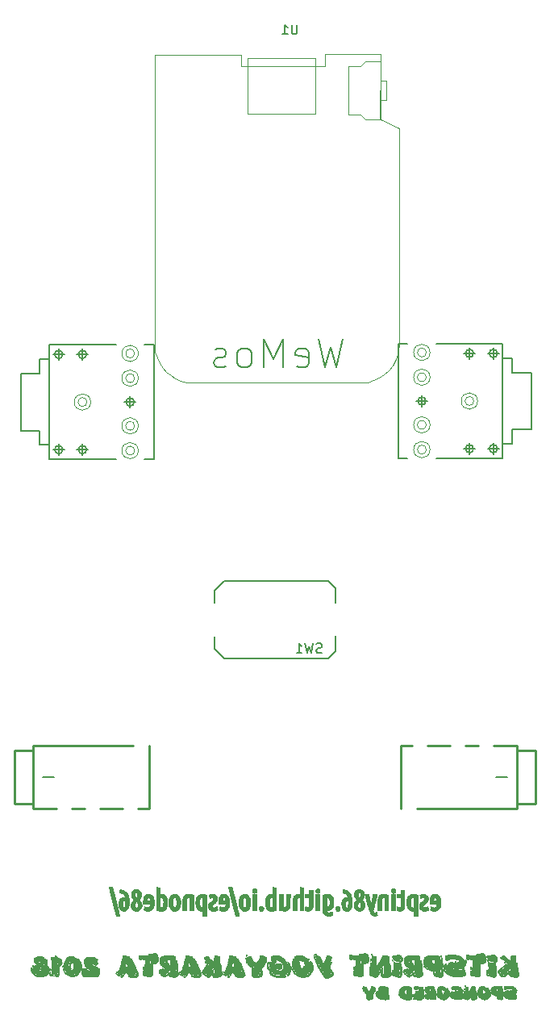
<source format=gbr>
G04 #@! TF.FileFunction,Legend,Bot*
%FSLAX46Y46*%
G04 Gerber Fmt 4.6, Leading zero omitted, Abs format (unit mm)*
G04 Created by KiCad (PCBNEW 4.0.7-e0-6372~58~ubuntu16.04.1) date Fri Aug 17 11:57:39 2018*
%MOMM*%
%LPD*%
G01*
G04 APERTURE LIST*
%ADD10C,0.100000*%
%ADD11C,0.203200*%
%ADD12C,0.127000*%
%ADD13C,0.010000*%
%ADD14C,0.254000*%
%ADD15C,0.150000*%
%ADD16C,0.177800*%
G04 APERTURE END LIST*
D10*
D11*
X96705420Y-70137020D02*
X96705420Y-82135980D01*
X107701080Y-70137020D02*
X107701080Y-71638160D01*
X107701080Y-80634840D02*
X107701080Y-82135980D01*
X108701840Y-71638160D02*
X108701840Y-73136760D01*
X108701840Y-79136240D02*
X108701840Y-80634840D01*
X108701840Y-80634840D02*
X107701080Y-80634840D01*
X108701840Y-71638160D02*
X107701080Y-71638160D01*
X110703360Y-73136760D02*
X110703360Y-79136240D01*
X110703360Y-79136240D02*
X108701840Y-79136240D01*
X110703360Y-73136760D02*
X108701840Y-73136760D01*
X107701080Y-70137020D02*
X100705920Y-70137020D01*
X96705420Y-70137020D02*
X97703640Y-70137020D01*
X107701080Y-70137020D02*
X107701080Y-82135980D01*
X107701080Y-82135980D02*
X100705920Y-82135980D01*
X96705420Y-82135980D02*
X97703640Y-82135980D01*
D10*
X104670473Y-76136500D02*
G75*
G03X104670473Y-76136500I-466973J0D01*
G01*
X99671753Y-71038720D02*
G75*
G03X99671753Y-71038720I-466973J0D01*
G01*
X99671753Y-73637140D02*
G75*
G03X99671753Y-73637140I-466973J0D01*
G01*
X99671753Y-78635860D02*
G75*
G03X99671753Y-78635860I-466973J0D01*
G01*
X99671753Y-81234280D02*
G75*
G03X99671753Y-81234280I-466973J0D01*
G01*
X105065605Y-76136500D02*
G75*
G03X105065605Y-76136500I-862105J0D01*
G01*
X100066885Y-71038720D02*
G75*
G03X100066885Y-71038720I-862105J0D01*
G01*
X100066885Y-81234280D02*
G75*
G03X100066885Y-81234280I-862105J0D01*
G01*
X100066885Y-78635860D02*
G75*
G03X100066885Y-78635860I-862105J0D01*
G01*
X100066885Y-73637140D02*
G75*
G03X100066885Y-73637140I-862105J0D01*
G01*
D12*
X104627368Y-71137780D02*
G75*
G03X104627368Y-71137780I-423868J0D01*
G01*
X104802940Y-71137780D02*
X103604060Y-71137780D01*
X104203500Y-71737220D02*
X104203500Y-70538340D01*
X107126728Y-71137780D02*
G75*
G03X107126728Y-71137780I-423868J0D01*
G01*
X107302300Y-71137780D02*
X106103420Y-71137780D01*
X106702860Y-71737220D02*
X106702860Y-70538340D01*
X107126728Y-81135220D02*
G75*
G03X107126728Y-81135220I-423868J0D01*
G01*
X107302300Y-81135220D02*
X106103420Y-81135220D01*
X106702860Y-81734660D02*
X106702860Y-80535780D01*
X104627368Y-81135220D02*
G75*
G03X104627368Y-81135220I-423868J0D01*
G01*
X104802940Y-81135220D02*
X103604060Y-81135220D01*
X104203500Y-81734660D02*
X104203500Y-80535780D01*
X99628648Y-76136500D02*
G75*
G03X99628648Y-76136500I-423868J0D01*
G01*
X99804220Y-76136500D02*
X98605340Y-76136500D01*
X99204780Y-76735940D02*
X99204780Y-75537060D01*
D11*
X71079360Y-82240120D02*
X71079360Y-70241160D01*
X60083700Y-82240120D02*
X60083700Y-80738980D01*
X60083700Y-71742300D02*
X60083700Y-70241160D01*
X59082940Y-80738980D02*
X59082940Y-79240380D01*
X59082940Y-73240900D02*
X59082940Y-71742300D01*
X59082940Y-71742300D02*
X60083700Y-71742300D01*
X59082940Y-80738980D02*
X60083700Y-80738980D01*
X57081420Y-79240380D02*
X57081420Y-73240900D01*
X57081420Y-73240900D02*
X59082940Y-73240900D01*
X57081420Y-79240380D02*
X59082940Y-79240380D01*
X60083700Y-82240120D02*
X67078860Y-82240120D01*
X71079360Y-82240120D02*
X70081140Y-82240120D01*
X60083700Y-82240120D02*
X60083700Y-70241160D01*
X60083700Y-70241160D02*
X67078860Y-70241160D01*
X71079360Y-70241160D02*
X70081140Y-70241160D01*
D10*
X64048253Y-76240640D02*
G75*
G03X64048253Y-76240640I-466973J0D01*
G01*
X69046973Y-81338420D02*
G75*
G03X69046973Y-81338420I-466973J0D01*
G01*
X69046973Y-78740000D02*
G75*
G03X69046973Y-78740000I-466973J0D01*
G01*
X69046973Y-73741280D02*
G75*
G03X69046973Y-73741280I-466973J0D01*
G01*
X69046973Y-71142860D02*
G75*
G03X69046973Y-71142860I-466973J0D01*
G01*
X64443385Y-76240640D02*
G75*
G03X64443385Y-76240640I-862105J0D01*
G01*
X69442105Y-81338420D02*
G75*
G03X69442105Y-81338420I-862105J0D01*
G01*
X69442105Y-71142860D02*
G75*
G03X69442105Y-71142860I-862105J0D01*
G01*
X69442105Y-73741280D02*
G75*
G03X69442105Y-73741280I-862105J0D01*
G01*
X69442105Y-78740000D02*
G75*
G03X69442105Y-78740000I-862105J0D01*
G01*
D12*
X64005148Y-81239360D02*
G75*
G03X64005148Y-81239360I-423868J0D01*
G01*
X62981840Y-81239360D02*
X64180720Y-81239360D01*
X63581280Y-80639920D02*
X63581280Y-81838800D01*
X61505788Y-81239360D02*
G75*
G03X61505788Y-81239360I-423868J0D01*
G01*
X60482480Y-81239360D02*
X61681360Y-81239360D01*
X61081920Y-80639920D02*
X61081920Y-81838800D01*
X61505788Y-71241920D02*
G75*
G03X61505788Y-71241920I-423868J0D01*
G01*
X60482480Y-71241920D02*
X61681360Y-71241920D01*
X61081920Y-70642480D02*
X61081920Y-71841360D01*
X64005148Y-71241920D02*
G75*
G03X64005148Y-71241920I-423868J0D01*
G01*
X62981840Y-71241920D02*
X64180720Y-71241920D01*
X63581280Y-70642480D02*
X63581280Y-71841360D01*
X69003868Y-76240640D02*
G75*
G03X69003868Y-76240640I-423868J0D01*
G01*
X67980560Y-76240640D02*
X69179440Y-76240640D01*
X68580000Y-75641200D02*
X68580000Y-76840080D01*
D10*
X94891472Y-39729772D02*
X89080180Y-39729772D01*
X89080180Y-39729772D02*
X89053849Y-41013205D01*
X89053849Y-41013205D02*
X80222627Y-41006517D01*
X80222627Y-41006517D02*
X80224603Y-39804264D01*
X80224603Y-39804264D02*
X71143807Y-39830342D01*
X71143807Y-39830342D02*
X71157805Y-71000493D01*
X71157805Y-71000493D02*
X71390616Y-71603286D01*
X71390616Y-71603286D02*
X71674099Y-72148167D01*
X71674099Y-72148167D02*
X72008747Y-72634577D01*
X72008747Y-72634577D02*
X72395047Y-73061952D01*
X72395047Y-73061952D02*
X72833488Y-73429741D01*
X72833488Y-73429741D02*
X73324560Y-73737377D01*
X73324560Y-73737377D02*
X73868750Y-73984310D01*
X73868750Y-73984310D02*
X74466547Y-74169976D01*
X74466547Y-74169976D02*
X93504460Y-74198734D01*
X93504460Y-74198734D02*
X94123824Y-73964741D01*
X94123824Y-73964741D02*
X94712018Y-73680258D01*
X94712018Y-73680258D02*
X95255445Y-73330743D01*
X95255445Y-73330743D02*
X95740503Y-72901658D01*
X95740503Y-72901658D02*
X96153595Y-72378460D01*
X96153595Y-72378460D02*
X96481122Y-71746613D01*
X96481122Y-71746613D02*
X96709482Y-70991575D01*
X96709482Y-70991575D02*
X96825078Y-70098807D01*
X96825078Y-70098807D02*
X96850026Y-47543715D01*
X96850026Y-47543715D02*
X94906480Y-46582819D01*
X94906480Y-46582819D02*
X94876686Y-39774476D01*
X80894350Y-45955549D02*
X88033931Y-45955549D01*
X88033931Y-45955549D02*
X88033931Y-40141812D01*
X88033931Y-40141812D02*
X80894350Y-40141812D01*
X80894350Y-40141812D02*
X80894350Y-45955549D01*
X94817600Y-46604651D02*
X93265378Y-46604651D01*
X93265378Y-46604651D02*
X92736211Y-46075485D01*
X92736211Y-46075485D02*
X91483850Y-46075485D01*
X91483850Y-46075485D02*
X91483850Y-41013124D01*
X91483850Y-41013124D02*
X92771489Y-41013124D01*
X92771489Y-41013124D02*
X93300656Y-40519235D01*
X93300656Y-40519235D02*
X94870517Y-40519235D01*
X94870517Y-40519235D02*
X94817600Y-46604651D01*
X94852878Y-44523262D02*
X95505517Y-44523262D01*
X95505517Y-44523262D02*
X95505517Y-42530068D01*
X95505517Y-42530068D02*
X94888156Y-42530068D01*
D13*
G36*
X94298265Y-137665084D02*
X94306510Y-137698973D01*
X94308644Y-137748184D01*
X94304310Y-137809526D01*
X94293152Y-137879808D01*
X94291011Y-137890250D01*
X94258465Y-137998779D01*
X94209517Y-138101005D01*
X94148370Y-138188255D01*
X94144212Y-138193044D01*
X94110874Y-138225543D01*
X94080068Y-138246456D01*
X94056331Y-138253691D01*
X94044199Y-138245154D01*
X94043500Y-138239500D01*
X94034067Y-138227166D01*
X94031117Y-138226800D01*
X94024441Y-138237438D01*
X94025862Y-138262436D01*
X94024410Y-138299060D01*
X94012984Y-138314675D01*
X93999886Y-138333169D01*
X94000467Y-138343393D01*
X93996392Y-138355611D01*
X93982406Y-138362191D01*
X93966314Y-138367902D01*
X93964045Y-138378073D01*
X93975238Y-138400402D01*
X93980198Y-138408961D01*
X93997864Y-138450518D01*
X94014635Y-138509539D01*
X94028896Y-138578097D01*
X94039034Y-138648267D01*
X94043433Y-138712121D01*
X94043500Y-138719710D01*
X94041387Y-138767051D01*
X94033311Y-138798529D01*
X94016666Y-138823458D01*
X94013494Y-138826967D01*
X93967053Y-138865707D01*
X93907197Y-138893727D01*
X93843002Y-138911022D01*
X93797561Y-138918244D01*
X93737928Y-138924451D01*
X93671479Y-138929244D01*
X93605587Y-138932224D01*
X93547627Y-138932992D01*
X93504972Y-138931149D01*
X93495208Y-138929846D01*
X93452949Y-138910930D01*
X93414768Y-138873912D01*
X93387502Y-138825940D01*
X93383059Y-138812607D01*
X93378283Y-138784796D01*
X93373305Y-138736849D01*
X93368539Y-138674025D01*
X93364397Y-138601579D01*
X93361943Y-138543915D01*
X93353897Y-138321281D01*
X93291548Y-138278296D01*
X93217504Y-138219040D01*
X93148193Y-138148287D01*
X93086930Y-138070796D01*
X93037027Y-137991327D01*
X93001796Y-137914642D01*
X92984550Y-137845500D01*
X92983709Y-137835913D01*
X92979439Y-137794747D01*
X92973077Y-137761450D01*
X92970296Y-137752871D01*
X92968902Y-137725997D01*
X92985096Y-137709942D01*
X93009037Y-137710917D01*
X93024633Y-137728072D01*
X93023783Y-137744341D01*
X93023260Y-137767894D01*
X93028692Y-137776686D01*
X93037773Y-137793651D01*
X93040200Y-137813093D01*
X93049679Y-137859925D01*
X93075727Y-137917619D01*
X93114758Y-137981576D01*
X93163186Y-138047197D01*
X93217428Y-138109885D01*
X93273896Y-138165041D01*
X93329007Y-138208068D01*
X93363688Y-138227963D01*
X93402082Y-138249756D01*
X93432418Y-138273527D01*
X93441466Y-138284024D01*
X93450691Y-138309939D01*
X93458915Y-138358507D01*
X93466267Y-138430687D01*
X93471967Y-138512016D01*
X93478226Y-138611564D01*
X93484568Y-138688473D01*
X93492545Y-138745461D01*
X93503708Y-138785249D01*
X93519608Y-138810553D01*
X93541795Y-138824093D01*
X93571821Y-138828588D01*
X93611237Y-138826757D01*
X93649215Y-138822717D01*
X93743188Y-138810264D01*
X93814166Y-138796333D01*
X93864548Y-138779954D01*
X93896736Y-138760156D01*
X93913128Y-138735968D01*
X93916500Y-138714569D01*
X93913682Y-138687572D01*
X93906318Y-138645363D01*
X93896662Y-138600040D01*
X93885686Y-138541214D01*
X93876788Y-138472876D01*
X93872316Y-138416730D01*
X93874376Y-138339175D01*
X93889014Y-138282913D01*
X93916663Y-138246924D01*
X93951432Y-138231359D01*
X93976095Y-138217890D01*
X94011020Y-138188377D01*
X94051808Y-138147520D01*
X94094056Y-138100015D01*
X94133367Y-138050561D01*
X94165340Y-138003855D01*
X94166877Y-138001327D01*
X94182952Y-137966204D01*
X94200825Y-137914154D01*
X94218314Y-137853335D01*
X94233235Y-137791906D01*
X94243408Y-137738027D01*
X94246700Y-137702907D01*
X94253537Y-137672420D01*
X94264864Y-137656035D01*
X94284264Y-137649707D01*
X94298265Y-137665084D01*
X94298265Y-137665084D01*
G37*
X94298265Y-137665084D02*
X94306510Y-137698973D01*
X94308644Y-137748184D01*
X94304310Y-137809526D01*
X94293152Y-137879808D01*
X94291011Y-137890250D01*
X94258465Y-137998779D01*
X94209517Y-138101005D01*
X94148370Y-138188255D01*
X94144212Y-138193044D01*
X94110874Y-138225543D01*
X94080068Y-138246456D01*
X94056331Y-138253691D01*
X94044199Y-138245154D01*
X94043500Y-138239500D01*
X94034067Y-138227166D01*
X94031117Y-138226800D01*
X94024441Y-138237438D01*
X94025862Y-138262436D01*
X94024410Y-138299060D01*
X94012984Y-138314675D01*
X93999886Y-138333169D01*
X94000467Y-138343393D01*
X93996392Y-138355611D01*
X93982406Y-138362191D01*
X93966314Y-138367902D01*
X93964045Y-138378073D01*
X93975238Y-138400402D01*
X93980198Y-138408961D01*
X93997864Y-138450518D01*
X94014635Y-138509539D01*
X94028896Y-138578097D01*
X94039034Y-138648267D01*
X94043433Y-138712121D01*
X94043500Y-138719710D01*
X94041387Y-138767051D01*
X94033311Y-138798529D01*
X94016666Y-138823458D01*
X94013494Y-138826967D01*
X93967053Y-138865707D01*
X93907197Y-138893727D01*
X93843002Y-138911022D01*
X93797561Y-138918244D01*
X93737928Y-138924451D01*
X93671479Y-138929244D01*
X93605587Y-138932224D01*
X93547627Y-138932992D01*
X93504972Y-138931149D01*
X93495208Y-138929846D01*
X93452949Y-138910930D01*
X93414768Y-138873912D01*
X93387502Y-138825940D01*
X93383059Y-138812607D01*
X93378283Y-138784796D01*
X93373305Y-138736849D01*
X93368539Y-138674025D01*
X93364397Y-138601579D01*
X93361943Y-138543915D01*
X93353897Y-138321281D01*
X93291548Y-138278296D01*
X93217504Y-138219040D01*
X93148193Y-138148287D01*
X93086930Y-138070796D01*
X93037027Y-137991327D01*
X93001796Y-137914642D01*
X92984550Y-137845500D01*
X92983709Y-137835913D01*
X92979439Y-137794747D01*
X92973077Y-137761450D01*
X92970296Y-137752871D01*
X92968902Y-137725997D01*
X92985096Y-137709942D01*
X93009037Y-137710917D01*
X93024633Y-137728072D01*
X93023783Y-137744341D01*
X93023260Y-137767894D01*
X93028692Y-137776686D01*
X93037773Y-137793651D01*
X93040200Y-137813093D01*
X93049679Y-137859925D01*
X93075727Y-137917619D01*
X93114758Y-137981576D01*
X93163186Y-138047197D01*
X93217428Y-138109885D01*
X93273896Y-138165041D01*
X93329007Y-138208068D01*
X93363688Y-138227963D01*
X93402082Y-138249756D01*
X93432418Y-138273527D01*
X93441466Y-138284024D01*
X93450691Y-138309939D01*
X93458915Y-138358507D01*
X93466267Y-138430687D01*
X93471967Y-138512016D01*
X93478226Y-138611564D01*
X93484568Y-138688473D01*
X93492545Y-138745461D01*
X93503708Y-138785249D01*
X93519608Y-138810553D01*
X93541795Y-138824093D01*
X93571821Y-138828588D01*
X93611237Y-138826757D01*
X93649215Y-138822717D01*
X93743188Y-138810264D01*
X93814166Y-138796333D01*
X93864548Y-138779954D01*
X93896736Y-138760156D01*
X93913128Y-138735968D01*
X93916500Y-138714569D01*
X93913682Y-138687572D01*
X93906318Y-138645363D01*
X93896662Y-138600040D01*
X93885686Y-138541214D01*
X93876788Y-138472876D01*
X93872316Y-138416730D01*
X93874376Y-138339175D01*
X93889014Y-138282913D01*
X93916663Y-138246924D01*
X93951432Y-138231359D01*
X93976095Y-138217890D01*
X94011020Y-138188377D01*
X94051808Y-138147520D01*
X94094056Y-138100015D01*
X94133367Y-138050561D01*
X94165340Y-138003855D01*
X94166877Y-138001327D01*
X94182952Y-137966204D01*
X94200825Y-137914154D01*
X94218314Y-137853335D01*
X94233235Y-137791906D01*
X94243408Y-137738027D01*
X94246700Y-137702907D01*
X94253537Y-137672420D01*
X94264864Y-137656035D01*
X94284264Y-137649707D01*
X94298265Y-137665084D01*
G36*
X98074818Y-137733706D02*
X98089285Y-137767733D01*
X98095048Y-137789753D01*
X98097772Y-137813300D01*
X98100734Y-137859091D01*
X98103814Y-137923972D01*
X98106893Y-138004791D01*
X98109851Y-138098393D01*
X98112569Y-138201624D01*
X98114928Y-138311332D01*
X98115052Y-138317911D01*
X98124082Y-138797411D01*
X98094146Y-138841100D01*
X98068184Y-138874897D01*
X98040689Y-138899169D01*
X98006875Y-138915539D01*
X97961955Y-138925628D01*
X97901142Y-138931059D01*
X97821750Y-138933423D01*
X97747607Y-138933505D01*
X97671415Y-138931773D01*
X97602652Y-138928541D01*
X97555208Y-138924635D01*
X97409457Y-138899874D01*
X97270979Y-138859935D01*
X97144114Y-138806597D01*
X97033203Y-138741640D01*
X96954428Y-138678349D01*
X96903521Y-138624991D01*
X96857401Y-138566747D01*
X96817709Y-138507038D01*
X96786088Y-138449284D01*
X96764180Y-138396904D01*
X96753626Y-138353320D01*
X96756068Y-138321950D01*
X96773148Y-138306214D01*
X96775513Y-138305672D01*
X96791609Y-138311438D01*
X96804910Y-138337860D01*
X96810328Y-138356363D01*
X96824236Y-138391013D01*
X96849457Y-138437776D01*
X96881587Y-138488815D01*
X96897715Y-138511902D01*
X96983788Y-138610154D01*
X97086600Y-138690109D01*
X97206672Y-138752053D01*
X97344522Y-138796274D01*
X97448729Y-138816375D01*
X97530122Y-138826042D01*
X97618367Y-138832469D01*
X97707264Y-138835574D01*
X97790611Y-138835275D01*
X97862209Y-138831490D01*
X97915856Y-138824137D01*
X97922302Y-138822638D01*
X97976952Y-138808877D01*
X97985076Y-138712772D01*
X97988177Y-138662747D01*
X97990763Y-138595742D01*
X97992581Y-138520174D01*
X97993375Y-138444463D01*
X97993388Y-138437608D01*
X97994437Y-138344079D01*
X97997219Y-138245814D01*
X98001469Y-138146484D01*
X98006921Y-138049761D01*
X98013310Y-137959316D01*
X98020371Y-137878821D01*
X98027839Y-137811947D01*
X98035449Y-137762365D01*
X98042934Y-137733748D01*
X98044445Y-137730778D01*
X98059260Y-137720676D01*
X98074818Y-137733706D01*
X98074818Y-137733706D01*
G37*
X98074818Y-137733706D02*
X98089285Y-137767733D01*
X98095048Y-137789753D01*
X98097772Y-137813300D01*
X98100734Y-137859091D01*
X98103814Y-137923972D01*
X98106893Y-138004791D01*
X98109851Y-138098393D01*
X98112569Y-138201624D01*
X98114928Y-138311332D01*
X98115052Y-138317911D01*
X98124082Y-138797411D01*
X98094146Y-138841100D01*
X98068184Y-138874897D01*
X98040689Y-138899169D01*
X98006875Y-138915539D01*
X97961955Y-138925628D01*
X97901142Y-138931059D01*
X97821750Y-138933423D01*
X97747607Y-138933505D01*
X97671415Y-138931773D01*
X97602652Y-138928541D01*
X97555208Y-138924635D01*
X97409457Y-138899874D01*
X97270979Y-138859935D01*
X97144114Y-138806597D01*
X97033203Y-138741640D01*
X96954428Y-138678349D01*
X96903521Y-138624991D01*
X96857401Y-138566747D01*
X96817709Y-138507038D01*
X96786088Y-138449284D01*
X96764180Y-138396904D01*
X96753626Y-138353320D01*
X96756068Y-138321950D01*
X96773148Y-138306214D01*
X96775513Y-138305672D01*
X96791609Y-138311438D01*
X96804910Y-138337860D01*
X96810328Y-138356363D01*
X96824236Y-138391013D01*
X96849457Y-138437776D01*
X96881587Y-138488815D01*
X96897715Y-138511902D01*
X96983788Y-138610154D01*
X97086600Y-138690109D01*
X97206672Y-138752053D01*
X97344522Y-138796274D01*
X97448729Y-138816375D01*
X97530122Y-138826042D01*
X97618367Y-138832469D01*
X97707264Y-138835574D01*
X97790611Y-138835275D01*
X97862209Y-138831490D01*
X97915856Y-138824137D01*
X97922302Y-138822638D01*
X97976952Y-138808877D01*
X97985076Y-138712772D01*
X97988177Y-138662747D01*
X97990763Y-138595742D01*
X97992581Y-138520174D01*
X97993375Y-138444463D01*
X97993388Y-138437608D01*
X97994437Y-138344079D01*
X97997219Y-138245814D01*
X98001469Y-138146484D01*
X98006921Y-138049761D01*
X98013310Y-137959316D01*
X98020371Y-137878821D01*
X98027839Y-137811947D01*
X98035449Y-137762365D01*
X98042934Y-137733748D01*
X98044445Y-137730778D01*
X98059260Y-137720676D01*
X98074818Y-137733706D01*
G36*
X103666380Y-138002391D02*
X103668993Y-138003866D01*
X103675212Y-138020492D01*
X103679474Y-138059544D01*
X103681767Y-138118122D01*
X103682082Y-138193327D01*
X103680409Y-138282259D01*
X103676737Y-138382019D01*
X103671058Y-138489708D01*
X103670692Y-138495716D01*
X103667062Y-138563777D01*
X103664834Y-138624323D01*
X103664129Y-138672095D01*
X103665064Y-138701834D01*
X103665896Y-138707397D01*
X103682257Y-138728760D01*
X103716883Y-138750820D01*
X103731633Y-138757585D01*
X103796394Y-138783087D01*
X103859235Y-138804741D01*
X103914874Y-138821012D01*
X103958030Y-138830364D01*
X103983421Y-138831259D01*
X103984148Y-138831048D01*
X104002854Y-138817984D01*
X104031006Y-138790377D01*
X104062784Y-138753979D01*
X104065413Y-138750730D01*
X104099662Y-138706783D01*
X104140404Y-138652388D01*
X104184820Y-138591549D01*
X104230094Y-138528269D01*
X104273407Y-138466550D01*
X104311941Y-138410395D01*
X104342880Y-138363808D01*
X104363404Y-138330790D01*
X104370046Y-138317950D01*
X104387422Y-138295342D01*
X104403562Y-138292693D01*
X104411489Y-138296665D01*
X104417785Y-138307395D01*
X104422937Y-138328206D01*
X104427434Y-138362422D01*
X104431763Y-138413368D01*
X104436411Y-138484367D01*
X104439563Y-138538092D01*
X104444404Y-138615036D01*
X104449570Y-138684223D01*
X104454671Y-138741267D01*
X104459313Y-138781778D01*
X104463102Y-138801369D01*
X104463147Y-138801475D01*
X104476273Y-138814821D01*
X104502978Y-138821887D01*
X104546016Y-138822722D01*
X104608142Y-138817374D01*
X104692110Y-138805891D01*
X104694349Y-138805551D01*
X104763441Y-138794794D01*
X104811200Y-138784382D01*
X104841283Y-138770113D01*
X104857345Y-138747784D01*
X104863043Y-138713195D01*
X104862034Y-138662143D01*
X104859383Y-138615900D01*
X104851716Y-138479216D01*
X104845954Y-138365805D01*
X104842137Y-138273606D01*
X104840303Y-138200560D01*
X104840491Y-138144608D01*
X104842738Y-138103691D01*
X104847083Y-138075749D01*
X104853566Y-138058723D01*
X104862223Y-138050554D01*
X104869969Y-138049000D01*
X104888090Y-138059481D01*
X104894332Y-138071225D01*
X104900206Y-138098981D01*
X104907791Y-138147185D01*
X104916525Y-138210985D01*
X104925843Y-138285531D01*
X104935183Y-138365972D01*
X104943981Y-138447457D01*
X104951673Y-138525135D01*
X104957698Y-138594156D01*
X104961474Y-138649352D01*
X104964616Y-138713296D01*
X104965594Y-138757093D01*
X104963788Y-138785951D01*
X104958578Y-138805076D01*
X104949344Y-138819675D01*
X104939961Y-138830197D01*
X104910795Y-138852855D01*
X104869185Y-138875765D01*
X104844875Y-138886099D01*
X104780582Y-138905490D01*
X104706126Y-138920547D01*
X104627404Y-138930852D01*
X104550312Y-138935990D01*
X104480748Y-138935542D01*
X104424607Y-138929092D01*
X104391144Y-138918203D01*
X104367102Y-138902570D01*
X104350249Y-138882980D01*
X104338787Y-138854425D01*
X104330918Y-138811899D01*
X104324846Y-138750396D01*
X104323213Y-138728957D01*
X104314008Y-138603560D01*
X104268279Y-138654522D01*
X104239971Y-138686071D01*
X104200821Y-138729705D01*
X104156951Y-138778602D01*
X104130094Y-138808538D01*
X104078963Y-138863147D01*
X104037407Y-138899169D01*
X103999689Y-138918279D01*
X103960069Y-138922155D01*
X103912808Y-138912473D01*
X103852168Y-138890908D01*
X103850420Y-138890226D01*
X103796983Y-138869643D01*
X103745802Y-138850374D01*
X103706826Y-138836160D01*
X103702708Y-138834715D01*
X103660500Y-138814119D01*
X103618770Y-138784942D01*
X103610633Y-138777750D01*
X103591177Y-138756919D01*
X103577904Y-138734268D01*
X103570492Y-138705677D01*
X103568617Y-138667029D01*
X103571955Y-138614206D01*
X103580185Y-138543090D01*
X103587791Y-138486639D01*
X103596679Y-138414515D01*
X103605518Y-138329144D01*
X103613123Y-138242653D01*
X103617245Y-138185280D01*
X103623343Y-138106782D01*
X103630673Y-138051461D01*
X103639867Y-138017099D01*
X103651559Y-138001482D01*
X103666380Y-138002391D01*
X103666380Y-138002391D01*
G37*
X103666380Y-138002391D02*
X103668993Y-138003866D01*
X103675212Y-138020492D01*
X103679474Y-138059544D01*
X103681767Y-138118122D01*
X103682082Y-138193327D01*
X103680409Y-138282259D01*
X103676737Y-138382019D01*
X103671058Y-138489708D01*
X103670692Y-138495716D01*
X103667062Y-138563777D01*
X103664834Y-138624323D01*
X103664129Y-138672095D01*
X103665064Y-138701834D01*
X103665896Y-138707397D01*
X103682257Y-138728760D01*
X103716883Y-138750820D01*
X103731633Y-138757585D01*
X103796394Y-138783087D01*
X103859235Y-138804741D01*
X103914874Y-138821012D01*
X103958030Y-138830364D01*
X103983421Y-138831259D01*
X103984148Y-138831048D01*
X104002854Y-138817984D01*
X104031006Y-138790377D01*
X104062784Y-138753979D01*
X104065413Y-138750730D01*
X104099662Y-138706783D01*
X104140404Y-138652388D01*
X104184820Y-138591549D01*
X104230094Y-138528269D01*
X104273407Y-138466550D01*
X104311941Y-138410395D01*
X104342880Y-138363808D01*
X104363404Y-138330790D01*
X104370046Y-138317950D01*
X104387422Y-138295342D01*
X104403562Y-138292693D01*
X104411489Y-138296665D01*
X104417785Y-138307395D01*
X104422937Y-138328206D01*
X104427434Y-138362422D01*
X104431763Y-138413368D01*
X104436411Y-138484367D01*
X104439563Y-138538092D01*
X104444404Y-138615036D01*
X104449570Y-138684223D01*
X104454671Y-138741267D01*
X104459313Y-138781778D01*
X104463102Y-138801369D01*
X104463147Y-138801475D01*
X104476273Y-138814821D01*
X104502978Y-138821887D01*
X104546016Y-138822722D01*
X104608142Y-138817374D01*
X104692110Y-138805891D01*
X104694349Y-138805551D01*
X104763441Y-138794794D01*
X104811200Y-138784382D01*
X104841283Y-138770113D01*
X104857345Y-138747784D01*
X104863043Y-138713195D01*
X104862034Y-138662143D01*
X104859383Y-138615900D01*
X104851716Y-138479216D01*
X104845954Y-138365805D01*
X104842137Y-138273606D01*
X104840303Y-138200560D01*
X104840491Y-138144608D01*
X104842738Y-138103691D01*
X104847083Y-138075749D01*
X104853566Y-138058723D01*
X104862223Y-138050554D01*
X104869969Y-138049000D01*
X104888090Y-138059481D01*
X104894332Y-138071225D01*
X104900206Y-138098981D01*
X104907791Y-138147185D01*
X104916525Y-138210985D01*
X104925843Y-138285531D01*
X104935183Y-138365972D01*
X104943981Y-138447457D01*
X104951673Y-138525135D01*
X104957698Y-138594156D01*
X104961474Y-138649352D01*
X104964616Y-138713296D01*
X104965594Y-138757093D01*
X104963788Y-138785951D01*
X104958578Y-138805076D01*
X104949344Y-138819675D01*
X104939961Y-138830197D01*
X104910795Y-138852855D01*
X104869185Y-138875765D01*
X104844875Y-138886099D01*
X104780582Y-138905490D01*
X104706126Y-138920547D01*
X104627404Y-138930852D01*
X104550312Y-138935990D01*
X104480748Y-138935542D01*
X104424607Y-138929092D01*
X104391144Y-138918203D01*
X104367102Y-138902570D01*
X104350249Y-138882980D01*
X104338787Y-138854425D01*
X104330918Y-138811899D01*
X104324846Y-138750396D01*
X104323213Y-138728957D01*
X104314008Y-138603560D01*
X104268279Y-138654522D01*
X104239971Y-138686071D01*
X104200821Y-138729705D01*
X104156951Y-138778602D01*
X104130094Y-138808538D01*
X104078963Y-138863147D01*
X104037407Y-138899169D01*
X103999689Y-138918279D01*
X103960069Y-138922155D01*
X103912808Y-138912473D01*
X103852168Y-138890908D01*
X103850420Y-138890226D01*
X103796983Y-138869643D01*
X103745802Y-138850374D01*
X103706826Y-138836160D01*
X103702708Y-138834715D01*
X103660500Y-138814119D01*
X103618770Y-138784942D01*
X103610633Y-138777750D01*
X103591177Y-138756919D01*
X103577904Y-138734268D01*
X103570492Y-138705677D01*
X103568617Y-138667029D01*
X103571955Y-138614206D01*
X103580185Y-138543090D01*
X103587791Y-138486639D01*
X103596679Y-138414515D01*
X103605518Y-138329144D01*
X103613123Y-138242653D01*
X103617245Y-138185280D01*
X103623343Y-138106782D01*
X103630673Y-138051461D01*
X103639867Y-138017099D01*
X103651559Y-138001482D01*
X103666380Y-138002391D01*
G36*
X95637860Y-137719625D02*
X95640614Y-137735243D01*
X95644427Y-137772899D01*
X95649095Y-137829259D01*
X95654413Y-137900991D01*
X95660176Y-137984765D01*
X95666181Y-138077249D01*
X95672222Y-138175109D01*
X95678096Y-138275015D01*
X95683597Y-138373634D01*
X95688522Y-138467635D01*
X95692666Y-138553686D01*
X95695824Y-138628455D01*
X95697792Y-138688610D01*
X95698074Y-138700923D01*
X95698978Y-138761971D01*
X95698166Y-138802918D01*
X95694762Y-138829049D01*
X95687887Y-138845647D01*
X95676666Y-138857997D01*
X95671258Y-138862531D01*
X95638398Y-138882794D01*
X95598325Y-138899704D01*
X95595058Y-138900733D01*
X95553427Y-138908874D01*
X95493292Y-138914873D01*
X95421476Y-138918542D01*
X95344800Y-138919691D01*
X95270085Y-138918132D01*
X95204153Y-138913678D01*
X95188706Y-138911950D01*
X95080371Y-138894369D01*
X94966904Y-138868686D01*
X94854911Y-138836895D01*
X94750993Y-138800992D01*
X94661757Y-138762969D01*
X94616729Y-138739223D01*
X94564622Y-138703403D01*
X94507637Y-138655671D01*
X94452636Y-138602585D01*
X94406481Y-138550705D01*
X94379175Y-138512188D01*
X94361544Y-138472825D01*
X94344844Y-138420071D01*
X94333383Y-138368886D01*
X94325678Y-138318114D01*
X94323921Y-138283897D01*
X94328367Y-138258039D01*
X94337511Y-138235898D01*
X94356882Y-138195962D01*
X94374543Y-138159232D01*
X94393472Y-138129980D01*
X94421231Y-138098425D01*
X94452015Y-138069835D01*
X94480021Y-138049478D01*
X94499444Y-138042621D01*
X94502059Y-138043490D01*
X94518737Y-138041137D01*
X94531458Y-138029158D01*
X94554671Y-138013504D01*
X94569652Y-138015148D01*
X94585786Y-138031083D01*
X94584391Y-138051980D01*
X94567874Y-138067058D01*
X94557622Y-138069043D01*
X94537529Y-138078153D01*
X94506019Y-138101540D01*
X94468847Y-138134766D01*
X94456250Y-138147204D01*
X94380050Y-138224372D01*
X94388260Y-138305398D01*
X94400040Y-138379638D01*
X94421143Y-138439891D01*
X94455756Y-138494495D01*
X94508064Y-138551792D01*
X94515617Y-138559136D01*
X94600720Y-138628768D01*
X94700388Y-138686891D01*
X94816665Y-138734243D01*
X94951595Y-138771560D01*
X95107223Y-138799577D01*
X95221226Y-138813227D01*
X95294397Y-138819621D01*
X95350750Y-138821891D01*
X95398544Y-138819931D01*
X95446040Y-138813633D01*
X95465900Y-138810047D01*
X95561150Y-138791950D01*
X95556640Y-138493500D01*
X95555940Y-138381102D01*
X95557055Y-138267165D01*
X95559798Y-138155367D01*
X95563985Y-138049388D01*
X95569431Y-137952904D01*
X95575950Y-137869594D01*
X95583358Y-137803136D01*
X95591468Y-137757209D01*
X95594205Y-137747375D01*
X95609212Y-137714826D01*
X95624862Y-137707149D01*
X95637860Y-137719625D01*
X95637860Y-137719625D01*
G37*
X95637860Y-137719625D02*
X95640614Y-137735243D01*
X95644427Y-137772899D01*
X95649095Y-137829259D01*
X95654413Y-137900991D01*
X95660176Y-137984765D01*
X95666181Y-138077249D01*
X95672222Y-138175109D01*
X95678096Y-138275015D01*
X95683597Y-138373634D01*
X95688522Y-138467635D01*
X95692666Y-138553686D01*
X95695824Y-138628455D01*
X95697792Y-138688610D01*
X95698074Y-138700923D01*
X95698978Y-138761971D01*
X95698166Y-138802918D01*
X95694762Y-138829049D01*
X95687887Y-138845647D01*
X95676666Y-138857997D01*
X95671258Y-138862531D01*
X95638398Y-138882794D01*
X95598325Y-138899704D01*
X95595058Y-138900733D01*
X95553427Y-138908874D01*
X95493292Y-138914873D01*
X95421476Y-138918542D01*
X95344800Y-138919691D01*
X95270085Y-138918132D01*
X95204153Y-138913678D01*
X95188706Y-138911950D01*
X95080371Y-138894369D01*
X94966904Y-138868686D01*
X94854911Y-138836895D01*
X94750993Y-138800992D01*
X94661757Y-138762969D01*
X94616729Y-138739223D01*
X94564622Y-138703403D01*
X94507637Y-138655671D01*
X94452636Y-138602585D01*
X94406481Y-138550705D01*
X94379175Y-138512188D01*
X94361544Y-138472825D01*
X94344844Y-138420071D01*
X94333383Y-138368886D01*
X94325678Y-138318114D01*
X94323921Y-138283897D01*
X94328367Y-138258039D01*
X94337511Y-138235898D01*
X94356882Y-138195962D01*
X94374543Y-138159232D01*
X94393472Y-138129980D01*
X94421231Y-138098425D01*
X94452015Y-138069835D01*
X94480021Y-138049478D01*
X94499444Y-138042621D01*
X94502059Y-138043490D01*
X94518737Y-138041137D01*
X94531458Y-138029158D01*
X94554671Y-138013504D01*
X94569652Y-138015148D01*
X94585786Y-138031083D01*
X94584391Y-138051980D01*
X94567874Y-138067058D01*
X94557622Y-138069043D01*
X94537529Y-138078153D01*
X94506019Y-138101540D01*
X94468847Y-138134766D01*
X94456250Y-138147204D01*
X94380050Y-138224372D01*
X94388260Y-138305398D01*
X94400040Y-138379638D01*
X94421143Y-138439891D01*
X94455756Y-138494495D01*
X94508064Y-138551792D01*
X94515617Y-138559136D01*
X94600720Y-138628768D01*
X94700388Y-138686891D01*
X94816665Y-138734243D01*
X94951595Y-138771560D01*
X95107223Y-138799577D01*
X95221226Y-138813227D01*
X95294397Y-138819621D01*
X95350750Y-138821891D01*
X95398544Y-138819931D01*
X95446040Y-138813633D01*
X95465900Y-138810047D01*
X95561150Y-138791950D01*
X95556640Y-138493500D01*
X95555940Y-138381102D01*
X95557055Y-138267165D01*
X95559798Y-138155367D01*
X95563985Y-138049388D01*
X95569431Y-137952904D01*
X95575950Y-137869594D01*
X95583358Y-137803136D01*
X95591468Y-137757209D01*
X95594205Y-137747375D01*
X95609212Y-137714826D01*
X95624862Y-137707149D01*
X95637860Y-137719625D01*
G36*
X99266394Y-137617227D02*
X99272424Y-137619778D01*
X99277914Y-137628549D01*
X99284078Y-137647240D01*
X99292131Y-137679550D01*
X99303289Y-137729179D01*
X99318766Y-137799825D01*
X99319099Y-137801350D01*
X99352978Y-137971263D01*
X99377912Y-138129778D01*
X99393702Y-138274482D01*
X99400148Y-138402962D01*
X99397052Y-138512805D01*
X99384842Y-138598823D01*
X99360388Y-138684478D01*
X99327421Y-138750800D01*
X99281644Y-138803503D01*
X99218758Y-138848301D01*
X99182269Y-138868150D01*
X99082289Y-138918950D01*
X98871119Y-138920905D01*
X98790136Y-138920900D01*
X98708422Y-138919579D01*
X98633525Y-138917151D01*
X98572992Y-138913825D01*
X98552000Y-138912047D01*
X98466401Y-138902295D01*
X98389339Y-138891266D01*
X98325280Y-138879740D01*
X98278688Y-138868499D01*
X98257632Y-138860586D01*
X98239326Y-138838544D01*
X98234500Y-138815330D01*
X98235677Y-138797007D01*
X98243247Y-138787996D01*
X98263268Y-138786210D01*
X98301798Y-138789562D01*
X98307525Y-138790165D01*
X98341910Y-138792813D01*
X98396777Y-138795859D01*
X98467215Y-138799083D01*
X98548312Y-138802267D01*
X98635158Y-138805193D01*
X98666300Y-138806124D01*
X98763414Y-138808655D01*
X98839272Y-138809851D01*
X98897989Y-138809569D01*
X98943679Y-138807662D01*
X98980460Y-138803987D01*
X99012446Y-138798398D01*
X99034600Y-138793164D01*
X99120344Y-138761097D01*
X99185777Y-138714044D01*
X99231304Y-138651713D01*
X99231446Y-138651434D01*
X99239180Y-138634773D01*
X99245100Y-138616819D01*
X99249396Y-138594226D01*
X99252257Y-138563649D01*
X99253870Y-138521742D01*
X99254424Y-138465160D01*
X99254109Y-138390557D01*
X99253112Y-138294590D01*
X99252841Y-138271995D01*
X99251301Y-138173014D01*
X99249145Y-138073379D01*
X99246539Y-137978734D01*
X99243649Y-137894719D01*
X99240642Y-137826979D01*
X99238800Y-137795745D01*
X99234410Y-137724705D01*
X99232878Y-137675194D01*
X99234620Y-137643460D01*
X99240052Y-137625749D01*
X99249590Y-137618308D01*
X99258607Y-137617200D01*
X99266394Y-137617227D01*
X99266394Y-137617227D01*
G37*
X99266394Y-137617227D02*
X99272424Y-137619778D01*
X99277914Y-137628549D01*
X99284078Y-137647240D01*
X99292131Y-137679550D01*
X99303289Y-137729179D01*
X99318766Y-137799825D01*
X99319099Y-137801350D01*
X99352978Y-137971263D01*
X99377912Y-138129778D01*
X99393702Y-138274482D01*
X99400148Y-138402962D01*
X99397052Y-138512805D01*
X99384842Y-138598823D01*
X99360388Y-138684478D01*
X99327421Y-138750800D01*
X99281644Y-138803503D01*
X99218758Y-138848301D01*
X99182269Y-138868150D01*
X99082289Y-138918950D01*
X98871119Y-138920905D01*
X98790136Y-138920900D01*
X98708422Y-138919579D01*
X98633525Y-138917151D01*
X98572992Y-138913825D01*
X98552000Y-138912047D01*
X98466401Y-138902295D01*
X98389339Y-138891266D01*
X98325280Y-138879740D01*
X98278688Y-138868499D01*
X98257632Y-138860586D01*
X98239326Y-138838544D01*
X98234500Y-138815330D01*
X98235677Y-138797007D01*
X98243247Y-138787996D01*
X98263268Y-138786210D01*
X98301798Y-138789562D01*
X98307525Y-138790165D01*
X98341910Y-138792813D01*
X98396777Y-138795859D01*
X98467215Y-138799083D01*
X98548312Y-138802267D01*
X98635158Y-138805193D01*
X98666300Y-138806124D01*
X98763414Y-138808655D01*
X98839272Y-138809851D01*
X98897989Y-138809569D01*
X98943679Y-138807662D01*
X98980460Y-138803987D01*
X99012446Y-138798398D01*
X99034600Y-138793164D01*
X99120344Y-138761097D01*
X99185777Y-138714044D01*
X99231304Y-138651713D01*
X99231446Y-138651434D01*
X99239180Y-138634773D01*
X99245100Y-138616819D01*
X99249396Y-138594226D01*
X99252257Y-138563649D01*
X99253870Y-138521742D01*
X99254424Y-138465160D01*
X99254109Y-138390557D01*
X99253112Y-138294590D01*
X99252841Y-138271995D01*
X99251301Y-138173014D01*
X99249145Y-138073379D01*
X99246539Y-137978734D01*
X99243649Y-137894719D01*
X99240642Y-137826979D01*
X99238800Y-137795745D01*
X99234410Y-137724705D01*
X99232878Y-137675194D01*
X99234620Y-137643460D01*
X99240052Y-137625749D01*
X99249590Y-137618308D01*
X99258607Y-137617200D01*
X99266394Y-137617227D01*
G36*
X101960398Y-137911990D02*
X101987752Y-137935090D01*
X102029944Y-137990658D01*
X102064326Y-138064909D01*
X102089644Y-138151986D01*
X102104649Y-138246033D01*
X102108087Y-138341194D01*
X102098709Y-138431612D01*
X102096359Y-138443290D01*
X102062234Y-138549189D01*
X102008358Y-138649105D01*
X101938470Y-138738163D01*
X101856309Y-138811490D01*
X101777800Y-138858673D01*
X101670767Y-138898044D01*
X101556451Y-138920055D01*
X101442349Y-138923911D01*
X101335959Y-138908817D01*
X101326950Y-138906483D01*
X101181987Y-138856034D01*
X101053358Y-138787754D01*
X100942250Y-138702541D01*
X100849850Y-138601287D01*
X100783608Y-138497073D01*
X100753421Y-138434372D01*
X100738867Y-138390387D01*
X100739751Y-138363966D01*
X100755879Y-138353957D01*
X100759447Y-138353800D01*
X100781214Y-138365461D01*
X100803050Y-138397190D01*
X100805126Y-138401425D01*
X100869381Y-138514825D01*
X100946979Y-138610142D01*
X101041287Y-138690660D01*
X101155670Y-138759669D01*
X101188603Y-138775889D01*
X101224263Y-138792343D01*
X101253734Y-138803743D01*
X101282948Y-138811016D01*
X101317836Y-138815088D01*
X101364332Y-138816886D01*
X101428367Y-138817338D01*
X101453950Y-138817350D01*
X101526160Y-138817009D01*
X101578336Y-138815529D01*
X101615840Y-138812216D01*
X101644034Y-138806380D01*
X101668280Y-138797331D01*
X101688900Y-138787068D01*
X101783682Y-138725182D01*
X101859009Y-138649167D01*
X101912625Y-138566765D01*
X101961950Y-138474450D01*
X101960877Y-138296650D01*
X101959792Y-138219880D01*
X101957146Y-138162454D01*
X101952259Y-138118329D01*
X101944445Y-138081463D01*
X101933024Y-138045814D01*
X101932302Y-138043836D01*
X101912992Y-137980687D01*
X101906831Y-137934584D01*
X101913135Y-137906872D01*
X101931219Y-137898892D01*
X101960398Y-137911990D01*
X101960398Y-137911990D01*
G37*
X101960398Y-137911990D02*
X101987752Y-137935090D01*
X102029944Y-137990658D01*
X102064326Y-138064909D01*
X102089644Y-138151986D01*
X102104649Y-138246033D01*
X102108087Y-138341194D01*
X102098709Y-138431612D01*
X102096359Y-138443290D01*
X102062234Y-138549189D01*
X102008358Y-138649105D01*
X101938470Y-138738163D01*
X101856309Y-138811490D01*
X101777800Y-138858673D01*
X101670767Y-138898044D01*
X101556451Y-138920055D01*
X101442349Y-138923911D01*
X101335959Y-138908817D01*
X101326950Y-138906483D01*
X101181987Y-138856034D01*
X101053358Y-138787754D01*
X100942250Y-138702541D01*
X100849850Y-138601287D01*
X100783608Y-138497073D01*
X100753421Y-138434372D01*
X100738867Y-138390387D01*
X100739751Y-138363966D01*
X100755879Y-138353957D01*
X100759447Y-138353800D01*
X100781214Y-138365461D01*
X100803050Y-138397190D01*
X100805126Y-138401425D01*
X100869381Y-138514825D01*
X100946979Y-138610142D01*
X101041287Y-138690660D01*
X101155670Y-138759669D01*
X101188603Y-138775889D01*
X101224263Y-138792343D01*
X101253734Y-138803743D01*
X101282948Y-138811016D01*
X101317836Y-138815088D01*
X101364332Y-138816886D01*
X101428367Y-138817338D01*
X101453950Y-138817350D01*
X101526160Y-138817009D01*
X101578336Y-138815529D01*
X101615840Y-138812216D01*
X101644034Y-138806380D01*
X101668280Y-138797331D01*
X101688900Y-138787068D01*
X101783682Y-138725182D01*
X101859009Y-138649167D01*
X101912625Y-138566765D01*
X101961950Y-138474450D01*
X101960877Y-138296650D01*
X101959792Y-138219880D01*
X101957146Y-138162454D01*
X101952259Y-138118329D01*
X101944445Y-138081463D01*
X101933024Y-138045814D01*
X101932302Y-138043836D01*
X101912992Y-137980687D01*
X101906831Y-137934584D01*
X101913135Y-137906872D01*
X101931219Y-137898892D01*
X101960398Y-137911990D01*
G36*
X106250460Y-137912685D02*
X106278079Y-137936763D01*
X106324042Y-137998548D01*
X106359750Y-138078754D01*
X106383828Y-138172006D01*
X106394901Y-138272928D01*
X106391594Y-138376146D01*
X106391249Y-138379311D01*
X106368186Y-138496652D01*
X106325491Y-138600855D01*
X106260854Y-138696831D01*
X106220520Y-138742295D01*
X106130959Y-138817979D01*
X106027676Y-138874142D01*
X105914235Y-138909874D01*
X105794199Y-138924267D01*
X105671132Y-138916408D01*
X105598864Y-138901053D01*
X105485672Y-138862146D01*
X105376757Y-138809005D01*
X105277931Y-138745199D01*
X105195009Y-138674298D01*
X105153683Y-138627762D01*
X105125451Y-138587656D01*
X105096044Y-138539549D01*
X105068176Y-138488796D01*
X105044561Y-138440753D01*
X105027915Y-138400773D01*
X105020951Y-138374212D01*
X105021877Y-138367749D01*
X105036336Y-138355002D01*
X105054502Y-138360500D01*
X105078153Y-138385789D01*
X105109066Y-138432419D01*
X105122951Y-138455823D01*
X105173296Y-138536465D01*
X105221899Y-138599456D01*
X105274845Y-138651311D01*
X105338219Y-138698540D01*
X105367121Y-138717142D01*
X105448409Y-138763606D01*
X105522220Y-138795005D01*
X105596848Y-138813500D01*
X105680589Y-138821255D01*
X105765600Y-138821001D01*
X105852962Y-138815826D01*
X105921872Y-138804815D01*
X105979068Y-138785386D01*
X106031286Y-138754960D01*
X106085266Y-138710953D01*
X106107929Y-138689860D01*
X106160791Y-138633132D01*
X106198544Y-138575765D01*
X106218363Y-138533731D01*
X106234149Y-138493656D01*
X106244418Y-138458656D01*
X106250304Y-138421276D01*
X106252941Y-138374060D01*
X106253463Y-138309552D01*
X106253446Y-138303000D01*
X106251773Y-138224774D01*
X106246573Y-138162811D01*
X106236748Y-138108088D01*
X106224020Y-138060784D01*
X106206250Y-137990988D01*
X106200381Y-137940427D01*
X106206041Y-137909953D01*
X106222859Y-137900421D01*
X106250460Y-137912685D01*
X106250460Y-137912685D01*
G37*
X106250460Y-137912685D02*
X106278079Y-137936763D01*
X106324042Y-137998548D01*
X106359750Y-138078754D01*
X106383828Y-138172006D01*
X106394901Y-138272928D01*
X106391594Y-138376146D01*
X106391249Y-138379311D01*
X106368186Y-138496652D01*
X106325491Y-138600855D01*
X106260854Y-138696831D01*
X106220520Y-138742295D01*
X106130959Y-138817979D01*
X106027676Y-138874142D01*
X105914235Y-138909874D01*
X105794199Y-138924267D01*
X105671132Y-138916408D01*
X105598864Y-138901053D01*
X105485672Y-138862146D01*
X105376757Y-138809005D01*
X105277931Y-138745199D01*
X105195009Y-138674298D01*
X105153683Y-138627762D01*
X105125451Y-138587656D01*
X105096044Y-138539549D01*
X105068176Y-138488796D01*
X105044561Y-138440753D01*
X105027915Y-138400773D01*
X105020951Y-138374212D01*
X105021877Y-138367749D01*
X105036336Y-138355002D01*
X105054502Y-138360500D01*
X105078153Y-138385789D01*
X105109066Y-138432419D01*
X105122951Y-138455823D01*
X105173296Y-138536465D01*
X105221899Y-138599456D01*
X105274845Y-138651311D01*
X105338219Y-138698540D01*
X105367121Y-138717142D01*
X105448409Y-138763606D01*
X105522220Y-138795005D01*
X105596848Y-138813500D01*
X105680589Y-138821255D01*
X105765600Y-138821001D01*
X105852962Y-138815826D01*
X105921872Y-138804815D01*
X105979068Y-138785386D01*
X106031286Y-138754960D01*
X106085266Y-138710953D01*
X106107929Y-138689860D01*
X106160791Y-138633132D01*
X106198544Y-138575765D01*
X106218363Y-138533731D01*
X106234149Y-138493656D01*
X106244418Y-138458656D01*
X106250304Y-138421276D01*
X106252941Y-138374060D01*
X106253463Y-138309552D01*
X106253446Y-138303000D01*
X106251773Y-138224774D01*
X106246573Y-138162811D01*
X106236748Y-138108088D01*
X106224020Y-138060784D01*
X106206250Y-137990988D01*
X106200381Y-137940427D01*
X106206041Y-137909953D01*
X106222859Y-137900421D01*
X106250460Y-137912685D01*
G36*
X107592619Y-138302516D02*
X107605677Y-138311052D01*
X107627999Y-138331211D01*
X107645088Y-138358759D01*
X107657828Y-138397333D01*
X107667105Y-138450567D01*
X107673805Y-138522098D01*
X107678591Y-138610315D01*
X107681445Y-138697827D01*
X107680868Y-138764113D01*
X107676017Y-138813217D01*
X107666049Y-138849180D01*
X107650121Y-138876044D01*
X107627391Y-138897853D01*
X107617046Y-138905479D01*
X107585791Y-138916971D01*
X107537439Y-138922998D01*
X107479788Y-138923141D01*
X107420637Y-138916977D01*
X107416600Y-138916291D01*
X107368551Y-138906418D01*
X107311552Y-138892536D01*
X107253026Y-138876708D01*
X107200397Y-138860994D01*
X107161087Y-138847455D01*
X107147836Y-138841682D01*
X107110297Y-138810919D01*
X107084250Y-138762117D01*
X107068491Y-138692739D01*
X107065677Y-138668443D01*
X107056333Y-138606094D01*
X107040969Y-138564734D01*
X107017078Y-138540196D01*
X106982149Y-138528313D01*
X106981195Y-138528155D01*
X106942917Y-138518679D01*
X106890471Y-138501399D01*
X106830098Y-138478867D01*
X106768035Y-138453634D01*
X106710521Y-138428250D01*
X106663796Y-138405267D01*
X106634097Y-138387235D01*
X106631620Y-138385223D01*
X106610365Y-138362270D01*
X106610940Y-138349817D01*
X106632048Y-138347860D01*
X106672392Y-138356394D01*
X106730675Y-138375416D01*
X106757850Y-138385623D01*
X106822859Y-138409212D01*
X106892734Y-138432057D01*
X106955451Y-138450296D01*
X106973606Y-138454906D01*
X107037096Y-138471179D01*
X107080034Y-138485753D01*
X107106867Y-138501425D01*
X107122040Y-138520991D01*
X107130001Y-138547245D01*
X107131191Y-138553979D01*
X107144715Y-138633762D01*
X107157221Y-138692307D01*
X107171718Y-138733456D01*
X107191212Y-138761049D01*
X107218712Y-138778929D01*
X107257226Y-138790936D01*
X107309760Y-138800912D01*
X107326762Y-138803759D01*
X107415543Y-138816920D01*
X107481742Y-138822867D01*
X107527131Y-138821600D01*
X107553483Y-138813117D01*
X107561291Y-138803611D01*
X107566628Y-138773432D01*
X107568657Y-138722306D01*
X107567466Y-138654458D01*
X107563142Y-138574112D01*
X107555774Y-138485493D01*
X107554360Y-138471237D01*
X107548329Y-138406912D01*
X107545743Y-138363044D01*
X107546705Y-138334910D01*
X107551319Y-138317789D01*
X107557945Y-138308611D01*
X107574281Y-138297443D01*
X107592619Y-138302516D01*
X107592619Y-138302516D01*
G37*
X107592619Y-138302516D02*
X107605677Y-138311052D01*
X107627999Y-138331211D01*
X107645088Y-138358759D01*
X107657828Y-138397333D01*
X107667105Y-138450567D01*
X107673805Y-138522098D01*
X107678591Y-138610315D01*
X107681445Y-138697827D01*
X107680868Y-138764113D01*
X107676017Y-138813217D01*
X107666049Y-138849180D01*
X107650121Y-138876044D01*
X107627391Y-138897853D01*
X107617046Y-138905479D01*
X107585791Y-138916971D01*
X107537439Y-138922998D01*
X107479788Y-138923141D01*
X107420637Y-138916977D01*
X107416600Y-138916291D01*
X107368551Y-138906418D01*
X107311552Y-138892536D01*
X107253026Y-138876708D01*
X107200397Y-138860994D01*
X107161087Y-138847455D01*
X107147836Y-138841682D01*
X107110297Y-138810919D01*
X107084250Y-138762117D01*
X107068491Y-138692739D01*
X107065677Y-138668443D01*
X107056333Y-138606094D01*
X107040969Y-138564734D01*
X107017078Y-138540196D01*
X106982149Y-138528313D01*
X106981195Y-138528155D01*
X106942917Y-138518679D01*
X106890471Y-138501399D01*
X106830098Y-138478867D01*
X106768035Y-138453634D01*
X106710521Y-138428250D01*
X106663796Y-138405267D01*
X106634097Y-138387235D01*
X106631620Y-138385223D01*
X106610365Y-138362270D01*
X106610940Y-138349817D01*
X106632048Y-138347860D01*
X106672392Y-138356394D01*
X106730675Y-138375416D01*
X106757850Y-138385623D01*
X106822859Y-138409212D01*
X106892734Y-138432057D01*
X106955451Y-138450296D01*
X106973606Y-138454906D01*
X107037096Y-138471179D01*
X107080034Y-138485753D01*
X107106867Y-138501425D01*
X107122040Y-138520991D01*
X107130001Y-138547245D01*
X107131191Y-138553979D01*
X107144715Y-138633762D01*
X107157221Y-138692307D01*
X107171718Y-138733456D01*
X107191212Y-138761049D01*
X107218712Y-138778929D01*
X107257226Y-138790936D01*
X107309760Y-138800912D01*
X107326762Y-138803759D01*
X107415543Y-138816920D01*
X107481742Y-138822867D01*
X107527131Y-138821600D01*
X107553483Y-138813117D01*
X107561291Y-138803611D01*
X107566628Y-138773432D01*
X107568657Y-138722306D01*
X107567466Y-138654458D01*
X107563142Y-138574112D01*
X107555774Y-138485493D01*
X107554360Y-138471237D01*
X107548329Y-138406912D01*
X107545743Y-138363044D01*
X107546705Y-138334910D01*
X107551319Y-138317789D01*
X107557945Y-138308611D01*
X107574281Y-138297443D01*
X107592619Y-138302516D01*
G36*
X99725616Y-138366702D02*
X99721390Y-138384771D01*
X99694047Y-138410272D01*
X99644009Y-138442709D01*
X99622361Y-138454977D01*
X99560674Y-138489968D01*
X99519066Y-138516543D01*
X99494739Y-138537325D01*
X99484894Y-138554935D01*
X99486735Y-138571995D01*
X99489994Y-138579026D01*
X99512055Y-138608445D01*
X99549862Y-138647403D01*
X99598007Y-138691380D01*
X99651084Y-138735854D01*
X99703685Y-138776304D01*
X99750403Y-138808209D01*
X99785830Y-138827048D01*
X99787280Y-138827592D01*
X99806621Y-138824683D01*
X99839461Y-138806086D01*
X99886747Y-138771097D01*
X99949426Y-138719013D01*
X100028442Y-138649129D01*
X100034441Y-138643705D01*
X100066840Y-138617028D01*
X100093901Y-138599374D01*
X100105878Y-138595100D01*
X100120147Y-138606672D01*
X100131742Y-138636894D01*
X100138550Y-138679020D01*
X100139500Y-138702423D01*
X100148412Y-138730796D01*
X100168893Y-138757986D01*
X100183824Y-138769956D01*
X100201741Y-138777882D01*
X100227887Y-138782582D01*
X100267504Y-138784874D01*
X100325837Y-138785576D01*
X100345786Y-138785600D01*
X100418229Y-138784931D01*
X100469095Y-138781148D01*
X100502203Y-138771580D01*
X100521372Y-138753559D01*
X100530421Y-138724416D01*
X100533169Y-138681483D01*
X100533373Y-138654517D01*
X100535093Y-138587586D01*
X100540481Y-138542735D01*
X100550327Y-138516808D01*
X100565425Y-138506649D01*
X100570567Y-138506200D01*
X100602893Y-138518090D01*
X100633298Y-138550569D01*
X100658770Y-138598849D01*
X100676298Y-138658143D01*
X100679930Y-138680089D01*
X100679623Y-138749579D01*
X100657637Y-138806646D01*
X100612816Y-138853641D01*
X100585522Y-138871758D01*
X100558828Y-138886485D01*
X100534300Y-138896291D01*
X100505876Y-138902159D01*
X100467491Y-138905076D01*
X100413084Y-138906027D01*
X100374450Y-138906070D01*
X100283503Y-138904018D01*
X100213069Y-138897317D01*
X100158501Y-138884791D01*
X100115150Y-138865261D01*
X100078367Y-138837550D01*
X100069179Y-138828733D01*
X100024440Y-138783994D01*
X99962691Y-138829322D01*
X99911170Y-138863494D01*
X99860380Y-138890941D01*
X99817197Y-138908271D01*
X99793832Y-138912589D01*
X99773406Y-138907258D01*
X99740318Y-138893764D01*
X99722821Y-138885490D01*
X99678962Y-138858059D01*
X99626681Y-138816773D01*
X99571546Y-138767018D01*
X99519124Y-138714181D01*
X99474981Y-138663651D01*
X99444687Y-138620814D01*
X99439757Y-138611583D01*
X99423495Y-138576353D01*
X99417943Y-138553658D01*
X99422695Y-138533195D01*
X99435675Y-138507750D01*
X99452884Y-138482895D01*
X99478528Y-138460212D01*
X99517786Y-138435925D01*
X99572952Y-138407662D01*
X99623212Y-138384504D01*
X99666504Y-138367014D01*
X99696828Y-138357492D01*
X99706302Y-138356560D01*
X99725616Y-138366702D01*
X99725616Y-138366702D01*
G37*
X99725616Y-138366702D02*
X99721390Y-138384771D01*
X99694047Y-138410272D01*
X99644009Y-138442709D01*
X99622361Y-138454977D01*
X99560674Y-138489968D01*
X99519066Y-138516543D01*
X99494739Y-138537325D01*
X99484894Y-138554935D01*
X99486735Y-138571995D01*
X99489994Y-138579026D01*
X99512055Y-138608445D01*
X99549862Y-138647403D01*
X99598007Y-138691380D01*
X99651084Y-138735854D01*
X99703685Y-138776304D01*
X99750403Y-138808209D01*
X99785830Y-138827048D01*
X99787280Y-138827592D01*
X99806621Y-138824683D01*
X99839461Y-138806086D01*
X99886747Y-138771097D01*
X99949426Y-138719013D01*
X100028442Y-138649129D01*
X100034441Y-138643705D01*
X100066840Y-138617028D01*
X100093901Y-138599374D01*
X100105878Y-138595100D01*
X100120147Y-138606672D01*
X100131742Y-138636894D01*
X100138550Y-138679020D01*
X100139500Y-138702423D01*
X100148412Y-138730796D01*
X100168893Y-138757986D01*
X100183824Y-138769956D01*
X100201741Y-138777882D01*
X100227887Y-138782582D01*
X100267504Y-138784874D01*
X100325837Y-138785576D01*
X100345786Y-138785600D01*
X100418229Y-138784931D01*
X100469095Y-138781148D01*
X100502203Y-138771580D01*
X100521372Y-138753559D01*
X100530421Y-138724416D01*
X100533169Y-138681483D01*
X100533373Y-138654517D01*
X100535093Y-138587586D01*
X100540481Y-138542735D01*
X100550327Y-138516808D01*
X100565425Y-138506649D01*
X100570567Y-138506200D01*
X100602893Y-138518090D01*
X100633298Y-138550569D01*
X100658770Y-138598849D01*
X100676298Y-138658143D01*
X100679930Y-138680089D01*
X100679623Y-138749579D01*
X100657637Y-138806646D01*
X100612816Y-138853641D01*
X100585522Y-138871758D01*
X100558828Y-138886485D01*
X100534300Y-138896291D01*
X100505876Y-138902159D01*
X100467491Y-138905076D01*
X100413084Y-138906027D01*
X100374450Y-138906070D01*
X100283503Y-138904018D01*
X100213069Y-138897317D01*
X100158501Y-138884791D01*
X100115150Y-138865261D01*
X100078367Y-138837550D01*
X100069179Y-138828733D01*
X100024440Y-138783994D01*
X99962691Y-138829322D01*
X99911170Y-138863494D01*
X99860380Y-138890941D01*
X99817197Y-138908271D01*
X99793832Y-138912589D01*
X99773406Y-138907258D01*
X99740318Y-138893764D01*
X99722821Y-138885490D01*
X99678962Y-138858059D01*
X99626681Y-138816773D01*
X99571546Y-138767018D01*
X99519124Y-138714181D01*
X99474981Y-138663651D01*
X99444687Y-138620814D01*
X99439757Y-138611583D01*
X99423495Y-138576353D01*
X99417943Y-138553658D01*
X99422695Y-138533195D01*
X99435675Y-138507750D01*
X99452884Y-138482895D01*
X99478528Y-138460212D01*
X99517786Y-138435925D01*
X99572952Y-138407662D01*
X99623212Y-138384504D01*
X99666504Y-138367014D01*
X99696828Y-138357492D01*
X99706302Y-138356560D01*
X99725616Y-138366702D01*
G36*
X102359776Y-138055587D02*
X102356520Y-138075453D01*
X102332011Y-138108752D01*
X102297503Y-138144727D01*
X102251512Y-138192432D01*
X102222000Y-138232756D01*
X102205427Y-138273953D01*
X102198253Y-138324273D01*
X102196900Y-138379200D01*
X102199165Y-138445522D01*
X102208348Y-138495038D01*
X102228029Y-138536121D01*
X102261787Y-138577146D01*
X102295704Y-138610306D01*
X102381462Y-138675813D01*
X102485911Y-138731308D01*
X102603557Y-138774536D01*
X102728904Y-138803242D01*
X102783728Y-138810552D01*
X102848297Y-138814524D01*
X102925156Y-138814994D01*
X103008135Y-138812367D01*
X103091065Y-138807050D01*
X103167775Y-138799450D01*
X103232097Y-138789972D01*
X103277860Y-138779022D01*
X103281360Y-138777795D01*
X103325422Y-138762265D01*
X103367695Y-138748327D01*
X103374726Y-138746153D01*
X103396999Y-138737680D01*
X103412830Y-138725497D01*
X103422649Y-138706121D01*
X103426892Y-138676069D01*
X103425991Y-138631859D01*
X103420379Y-138570006D01*
X103410489Y-138487028D01*
X103408712Y-138472925D01*
X103405935Y-138427452D01*
X103411296Y-138402375D01*
X103414269Y-138399381D01*
X103437319Y-138398307D01*
X103467653Y-138412329D01*
X103497149Y-138436346D01*
X103517095Y-138463972D01*
X103526367Y-138495944D01*
X103534121Y-138544923D01*
X103539721Y-138602534D01*
X103542531Y-138660398D01*
X103541916Y-138710140D01*
X103538069Y-138740414D01*
X103519299Y-138773742D01*
X103479613Y-138804537D01*
X103417725Y-138833469D01*
X103332352Y-138861211D01*
X103281583Y-138874567D01*
X103164273Y-138898560D01*
X103051808Y-138910004D01*
X102934862Y-138909354D01*
X102809087Y-138897699D01*
X102712045Y-138881936D01*
X102613934Y-138859604D01*
X102521796Y-138832699D01*
X102442671Y-138803220D01*
X102395741Y-138780419D01*
X102357197Y-138755262D01*
X102313748Y-138721677D01*
X102270126Y-138684034D01*
X102231062Y-138646705D01*
X102201286Y-138614060D01*
X102185529Y-138590471D01*
X102184200Y-138584969D01*
X102176989Y-138567568D01*
X102159555Y-138541801D01*
X102158716Y-138540728D01*
X102136328Y-138494934D01*
X102124924Y-138433447D01*
X102124119Y-138363288D01*
X102133527Y-138291477D01*
X102152762Y-138225034D01*
X102178834Y-138174641D01*
X102207484Y-138140824D01*
X102245093Y-138106209D01*
X102284960Y-138075963D01*
X102320382Y-138055251D01*
X102341851Y-138049000D01*
X102359776Y-138055587D01*
X102359776Y-138055587D01*
G37*
X102359776Y-138055587D02*
X102356520Y-138075453D01*
X102332011Y-138108752D01*
X102297503Y-138144727D01*
X102251512Y-138192432D01*
X102222000Y-138232756D01*
X102205427Y-138273953D01*
X102198253Y-138324273D01*
X102196900Y-138379200D01*
X102199165Y-138445522D01*
X102208348Y-138495038D01*
X102228029Y-138536121D01*
X102261787Y-138577146D01*
X102295704Y-138610306D01*
X102381462Y-138675813D01*
X102485911Y-138731308D01*
X102603557Y-138774536D01*
X102728904Y-138803242D01*
X102783728Y-138810552D01*
X102848297Y-138814524D01*
X102925156Y-138814994D01*
X103008135Y-138812367D01*
X103091065Y-138807050D01*
X103167775Y-138799450D01*
X103232097Y-138789972D01*
X103277860Y-138779022D01*
X103281360Y-138777795D01*
X103325422Y-138762265D01*
X103367695Y-138748327D01*
X103374726Y-138746153D01*
X103396999Y-138737680D01*
X103412830Y-138725497D01*
X103422649Y-138706121D01*
X103426892Y-138676069D01*
X103425991Y-138631859D01*
X103420379Y-138570006D01*
X103410489Y-138487028D01*
X103408712Y-138472925D01*
X103405935Y-138427452D01*
X103411296Y-138402375D01*
X103414269Y-138399381D01*
X103437319Y-138398307D01*
X103467653Y-138412329D01*
X103497149Y-138436346D01*
X103517095Y-138463972D01*
X103526367Y-138495944D01*
X103534121Y-138544923D01*
X103539721Y-138602534D01*
X103542531Y-138660398D01*
X103541916Y-138710140D01*
X103538069Y-138740414D01*
X103519299Y-138773742D01*
X103479613Y-138804537D01*
X103417725Y-138833469D01*
X103332352Y-138861211D01*
X103281583Y-138874567D01*
X103164273Y-138898560D01*
X103051808Y-138910004D01*
X102934862Y-138909354D01*
X102809087Y-138897699D01*
X102712045Y-138881936D01*
X102613934Y-138859604D01*
X102521796Y-138832699D01*
X102442671Y-138803220D01*
X102395741Y-138780419D01*
X102357197Y-138755262D01*
X102313748Y-138721677D01*
X102270126Y-138684034D01*
X102231062Y-138646705D01*
X102201286Y-138614060D01*
X102185529Y-138590471D01*
X102184200Y-138584969D01*
X102176989Y-138567568D01*
X102159555Y-138541801D01*
X102158716Y-138540728D01*
X102136328Y-138494934D01*
X102124924Y-138433447D01*
X102124119Y-138363288D01*
X102133527Y-138291477D01*
X102152762Y-138225034D01*
X102178834Y-138174641D01*
X102207484Y-138140824D01*
X102245093Y-138106209D01*
X102284960Y-138075963D01*
X102320382Y-138055251D01*
X102341851Y-138049000D01*
X102359776Y-138055587D01*
G36*
X109130226Y-137832110D02*
X109142386Y-137864043D01*
X109148616Y-137911398D01*
X109148137Y-137969375D01*
X109143840Y-138010617D01*
X109134032Y-138069889D01*
X109121874Y-138113385D01*
X109103330Y-138150670D01*
X109074365Y-138191313D01*
X109060022Y-138209336D01*
X109024203Y-138256049D01*
X109004185Y-138291635D01*
X108998431Y-138323529D01*
X109005405Y-138359165D01*
X109020748Y-138399283D01*
X109065086Y-138515618D01*
X109092728Y-138613066D01*
X109103709Y-138691852D01*
X109098063Y-138752202D01*
X109080101Y-138789317D01*
X109063490Y-138807052D01*
X109042164Y-138821487D01*
X109012127Y-138833919D01*
X108969381Y-138845641D01*
X108909930Y-138857948D01*
X108829777Y-138872135D01*
X108818539Y-138874032D01*
X108732006Y-138887475D01*
X108661356Y-138895130D01*
X108597772Y-138897139D01*
X108532438Y-138893641D01*
X108456536Y-138884774D01*
X108424775Y-138880273D01*
X108292849Y-138857364D01*
X108180692Y-138829334D01*
X108082888Y-138794348D01*
X107994020Y-138750568D01*
X107935126Y-138714305D01*
X107838810Y-138639982D01*
X107767592Y-138561759D01*
X107721471Y-138479632D01*
X107700446Y-138393599D01*
X107704516Y-138303657D01*
X107733680Y-138209802D01*
X107742336Y-138190950D01*
X107769510Y-138147066D01*
X107805298Y-138105622D01*
X107843753Y-138072155D01*
X107878929Y-138052204D01*
X107894755Y-138049000D01*
X107910207Y-138056640D01*
X107907809Y-138076424D01*
X107888716Y-138103642D01*
X107878941Y-138113461D01*
X107831704Y-138170576D01*
X107797158Y-138238562D01*
X107776934Y-138311021D01*
X107772659Y-138381559D01*
X107785962Y-138443781D01*
X107791662Y-138456210D01*
X107846091Y-138539768D01*
X107917446Y-138610580D01*
X108008536Y-138671038D01*
X108090690Y-138710683D01*
X108134554Y-138728467D01*
X108175568Y-138742555D01*
X108219728Y-138754421D01*
X108273029Y-138765537D01*
X108341468Y-138777376D01*
X108399530Y-138786564D01*
X108447820Y-138790832D01*
X108513344Y-138792183D01*
X108590118Y-138790951D01*
X108672161Y-138787469D01*
X108753491Y-138782072D01*
X108828125Y-138775094D01*
X108890081Y-138766869D01*
X108933377Y-138757731D01*
X108937200Y-138756534D01*
X108965296Y-138745942D01*
X108979391Y-138733079D01*
X108984221Y-138709848D01*
X108984580Y-138675588D01*
X108981407Y-138636451D01*
X108970936Y-138595786D01*
X108950859Y-138546421D01*
X108927430Y-138498024D01*
X108870750Y-138385550D01*
X108775500Y-138391041D01*
X108720363Y-138393506D01*
X108650858Y-138395594D01*
X108578016Y-138397009D01*
X108540550Y-138397391D01*
X108477892Y-138397220D01*
X108436627Y-138395451D01*
X108412767Y-138391574D01*
X108402329Y-138385080D01*
X108400850Y-138379558D01*
X108407730Y-138370383D01*
X108430165Y-138360635D01*
X108470841Y-138349526D01*
X108532448Y-138336266D01*
X108578650Y-138327311D01*
X108679576Y-138306552D01*
X108767459Y-138285054D01*
X108839570Y-138263669D01*
X108893181Y-138243248D01*
X108925564Y-138224642D01*
X108932594Y-138216904D01*
X108947172Y-138197546D01*
X108972795Y-138167818D01*
X108992707Y-138146131D01*
X109043976Y-138073667D01*
X109073411Y-137989753D01*
X109080300Y-137920776D01*
X109083122Y-137866069D01*
X109092148Y-137833612D01*
X109108215Y-137820828D01*
X109112919Y-137820400D01*
X109130226Y-137832110D01*
X109130226Y-137832110D01*
G37*
X109130226Y-137832110D02*
X109142386Y-137864043D01*
X109148616Y-137911398D01*
X109148137Y-137969375D01*
X109143840Y-138010617D01*
X109134032Y-138069889D01*
X109121874Y-138113385D01*
X109103330Y-138150670D01*
X109074365Y-138191313D01*
X109060022Y-138209336D01*
X109024203Y-138256049D01*
X109004185Y-138291635D01*
X108998431Y-138323529D01*
X109005405Y-138359165D01*
X109020748Y-138399283D01*
X109065086Y-138515618D01*
X109092728Y-138613066D01*
X109103709Y-138691852D01*
X109098063Y-138752202D01*
X109080101Y-138789317D01*
X109063490Y-138807052D01*
X109042164Y-138821487D01*
X109012127Y-138833919D01*
X108969381Y-138845641D01*
X108909930Y-138857948D01*
X108829777Y-138872135D01*
X108818539Y-138874032D01*
X108732006Y-138887475D01*
X108661356Y-138895130D01*
X108597772Y-138897139D01*
X108532438Y-138893641D01*
X108456536Y-138884774D01*
X108424775Y-138880273D01*
X108292849Y-138857364D01*
X108180692Y-138829334D01*
X108082888Y-138794348D01*
X107994020Y-138750568D01*
X107935126Y-138714305D01*
X107838810Y-138639982D01*
X107767592Y-138561759D01*
X107721471Y-138479632D01*
X107700446Y-138393599D01*
X107704516Y-138303657D01*
X107733680Y-138209802D01*
X107742336Y-138190950D01*
X107769510Y-138147066D01*
X107805298Y-138105622D01*
X107843753Y-138072155D01*
X107878929Y-138052204D01*
X107894755Y-138049000D01*
X107910207Y-138056640D01*
X107907809Y-138076424D01*
X107888716Y-138103642D01*
X107878941Y-138113461D01*
X107831704Y-138170576D01*
X107797158Y-138238562D01*
X107776934Y-138311021D01*
X107772659Y-138381559D01*
X107785962Y-138443781D01*
X107791662Y-138456210D01*
X107846091Y-138539768D01*
X107917446Y-138610580D01*
X108008536Y-138671038D01*
X108090690Y-138710683D01*
X108134554Y-138728467D01*
X108175568Y-138742555D01*
X108219728Y-138754421D01*
X108273029Y-138765537D01*
X108341468Y-138777376D01*
X108399530Y-138786564D01*
X108447820Y-138790832D01*
X108513344Y-138792183D01*
X108590118Y-138790951D01*
X108672161Y-138787469D01*
X108753491Y-138782072D01*
X108828125Y-138775094D01*
X108890081Y-138766869D01*
X108933377Y-138757731D01*
X108937200Y-138756534D01*
X108965296Y-138745942D01*
X108979391Y-138733079D01*
X108984221Y-138709848D01*
X108984580Y-138675588D01*
X108981407Y-138636451D01*
X108970936Y-138595786D01*
X108950859Y-138546421D01*
X108927430Y-138498024D01*
X108870750Y-138385550D01*
X108775500Y-138391041D01*
X108720363Y-138393506D01*
X108650858Y-138395594D01*
X108578016Y-138397009D01*
X108540550Y-138397391D01*
X108477892Y-138397220D01*
X108436627Y-138395451D01*
X108412767Y-138391574D01*
X108402329Y-138385080D01*
X108400850Y-138379558D01*
X108407730Y-138370383D01*
X108430165Y-138360635D01*
X108470841Y-138349526D01*
X108532448Y-138336266D01*
X108578650Y-138327311D01*
X108679576Y-138306552D01*
X108767459Y-138285054D01*
X108839570Y-138263669D01*
X108893181Y-138243248D01*
X108925564Y-138224642D01*
X108932594Y-138216904D01*
X108947172Y-138197546D01*
X108972795Y-138167818D01*
X108992707Y-138146131D01*
X109043976Y-138073667D01*
X109073411Y-137989753D01*
X109080300Y-137920776D01*
X109083122Y-137866069D01*
X109092148Y-137833612D01*
X109108215Y-137820828D01*
X109112919Y-137820400D01*
X109130226Y-137832110D01*
G36*
X97636980Y-137545243D02*
X97709341Y-137549166D01*
X97777766Y-137554767D01*
X97836417Y-137561832D01*
X97866200Y-137567036D01*
X97910909Y-137578527D01*
X97949221Y-137592039D01*
X97964625Y-137599705D01*
X97974984Y-137607571D01*
X97982897Y-137618333D01*
X97988431Y-137634770D01*
X97991653Y-137659660D01*
X97992633Y-137695780D01*
X97991438Y-137745909D01*
X97988136Y-137812826D01*
X97982796Y-137899307D01*
X97975485Y-138008131D01*
X97974860Y-138017250D01*
X97968482Y-138115951D01*
X97962162Y-138223789D01*
X97956385Y-138331762D01*
X97951636Y-138430868D01*
X97948828Y-138499850D01*
X97945932Y-138573179D01*
X97942838Y-138639140D01*
X97939811Y-138692895D01*
X97937117Y-138729607D01*
X97935523Y-138742812D01*
X97920603Y-138766436D01*
X97891020Y-138788244D01*
X97886643Y-138790437D01*
X97857811Y-138800898D01*
X97822151Y-138806850D01*
X97775312Y-138808393D01*
X97712943Y-138805629D01*
X97630694Y-138798661D01*
X97612200Y-138796844D01*
X97444744Y-138772597D01*
X97293359Y-138735219D01*
X97160523Y-138685426D01*
X97078011Y-138642442D01*
X97021758Y-138598800D01*
X96965346Y-138537757D01*
X96914269Y-138466674D01*
X96874019Y-138392913D01*
X96855352Y-138344043D01*
X96840176Y-138274269D01*
X96830486Y-138189631D01*
X96827617Y-138120796D01*
X97156201Y-138120796D01*
X97157380Y-138167731D01*
X97163276Y-138217996D01*
X97176136Y-138257242D01*
X97200666Y-138298271D01*
X97210384Y-138311986D01*
X97242966Y-138351938D01*
X97277594Y-138386622D01*
X97299800Y-138403827D01*
X97330560Y-138417256D01*
X97377746Y-138431834D01*
X97433021Y-138445646D01*
X97488043Y-138456777D01*
X97534476Y-138463313D01*
X97561067Y-138463813D01*
X97575849Y-138450155D01*
X97588298Y-138416369D01*
X97590913Y-138404490D01*
X97594754Y-138372492D01*
X97598199Y-138320803D01*
X97600987Y-138255132D01*
X97602855Y-138181186D01*
X97603450Y-138131550D01*
X97603490Y-138045792D01*
X97602156Y-137981619D01*
X97599185Y-137935238D01*
X97594314Y-137902857D01*
X97587279Y-137880684D01*
X97585796Y-137877550D01*
X97573291Y-137856004D01*
X97558392Y-137845051D01*
X97533236Y-137841690D01*
X97494435Y-137842721D01*
X97399557Y-137857423D01*
X97313443Y-137891126D01*
X97241930Y-137941434D01*
X97233144Y-137949940D01*
X97189767Y-138002370D01*
X97165047Y-138056655D01*
X97156201Y-138120796D01*
X96827617Y-138120796D01*
X96826756Y-138100166D01*
X96829457Y-138015908D01*
X96837072Y-137956353D01*
X96849677Y-137906484D01*
X96868569Y-137865929D01*
X96899390Y-137823625D01*
X96912877Y-137807700D01*
X96946695Y-137766283D01*
X96976315Y-137725931D01*
X96994641Y-137696575D01*
X97013738Y-137671741D01*
X97036602Y-137656732D01*
X97056312Y-137654165D01*
X97065948Y-137666656D01*
X97066100Y-137669555D01*
X97072241Y-137676266D01*
X97085150Y-137668000D01*
X97101279Y-137646550D01*
X97104200Y-137635021D01*
X97116842Y-137614610D01*
X97154540Y-137594096D01*
X97216951Y-137573633D01*
X97268070Y-137561003D01*
X97323902Y-137550453D01*
X97360600Y-137548032D01*
X97374239Y-137551959D01*
X97396507Y-137557253D01*
X97424912Y-137550677D01*
X97454648Y-137545717D01*
X97503796Y-137543303D01*
X97566519Y-137543217D01*
X97636980Y-137545243D01*
X97636980Y-137545243D01*
G37*
X97636980Y-137545243D02*
X97709341Y-137549166D01*
X97777766Y-137554767D01*
X97836417Y-137561832D01*
X97866200Y-137567036D01*
X97910909Y-137578527D01*
X97949221Y-137592039D01*
X97964625Y-137599705D01*
X97974984Y-137607571D01*
X97982897Y-137618333D01*
X97988431Y-137634770D01*
X97991653Y-137659660D01*
X97992633Y-137695780D01*
X97991438Y-137745909D01*
X97988136Y-137812826D01*
X97982796Y-137899307D01*
X97975485Y-138008131D01*
X97974860Y-138017250D01*
X97968482Y-138115951D01*
X97962162Y-138223789D01*
X97956385Y-138331762D01*
X97951636Y-138430868D01*
X97948828Y-138499850D01*
X97945932Y-138573179D01*
X97942838Y-138639140D01*
X97939811Y-138692895D01*
X97937117Y-138729607D01*
X97935523Y-138742812D01*
X97920603Y-138766436D01*
X97891020Y-138788244D01*
X97886643Y-138790437D01*
X97857811Y-138800898D01*
X97822151Y-138806850D01*
X97775312Y-138808393D01*
X97712943Y-138805629D01*
X97630694Y-138798661D01*
X97612200Y-138796844D01*
X97444744Y-138772597D01*
X97293359Y-138735219D01*
X97160523Y-138685426D01*
X97078011Y-138642442D01*
X97021758Y-138598800D01*
X96965346Y-138537757D01*
X96914269Y-138466674D01*
X96874019Y-138392913D01*
X96855352Y-138344043D01*
X96840176Y-138274269D01*
X96830486Y-138189631D01*
X96827617Y-138120796D01*
X97156201Y-138120796D01*
X97157380Y-138167731D01*
X97163276Y-138217996D01*
X97176136Y-138257242D01*
X97200666Y-138298271D01*
X97210384Y-138311986D01*
X97242966Y-138351938D01*
X97277594Y-138386622D01*
X97299800Y-138403827D01*
X97330560Y-138417256D01*
X97377746Y-138431834D01*
X97433021Y-138445646D01*
X97488043Y-138456777D01*
X97534476Y-138463313D01*
X97561067Y-138463813D01*
X97575849Y-138450155D01*
X97588298Y-138416369D01*
X97590913Y-138404490D01*
X97594754Y-138372492D01*
X97598199Y-138320803D01*
X97600987Y-138255132D01*
X97602855Y-138181186D01*
X97603450Y-138131550D01*
X97603490Y-138045792D01*
X97602156Y-137981619D01*
X97599185Y-137935238D01*
X97594314Y-137902857D01*
X97587279Y-137880684D01*
X97585796Y-137877550D01*
X97573291Y-137856004D01*
X97558392Y-137845051D01*
X97533236Y-137841690D01*
X97494435Y-137842721D01*
X97399557Y-137857423D01*
X97313443Y-137891126D01*
X97241930Y-137941434D01*
X97233144Y-137949940D01*
X97189767Y-138002370D01*
X97165047Y-138056655D01*
X97156201Y-138120796D01*
X96827617Y-138120796D01*
X96826756Y-138100166D01*
X96829457Y-138015908D01*
X96837072Y-137956353D01*
X96849677Y-137906484D01*
X96868569Y-137865929D01*
X96899390Y-137823625D01*
X96912877Y-137807700D01*
X96946695Y-137766283D01*
X96976315Y-137725931D01*
X96994641Y-137696575D01*
X97013738Y-137671741D01*
X97036602Y-137656732D01*
X97056312Y-137654165D01*
X97065948Y-137666656D01*
X97066100Y-137669555D01*
X97072241Y-137676266D01*
X97085150Y-137668000D01*
X97101279Y-137646550D01*
X97104200Y-137635021D01*
X97116842Y-137614610D01*
X97154540Y-137594096D01*
X97216951Y-137573633D01*
X97268070Y-137561003D01*
X97323902Y-137550453D01*
X97360600Y-137548032D01*
X97374239Y-137551959D01*
X97396507Y-137557253D01*
X97424912Y-137550677D01*
X97454648Y-137545717D01*
X97503796Y-137543303D01*
X97566519Y-137543217D01*
X97636980Y-137545243D01*
G36*
X104488639Y-137530882D02*
X104544052Y-137537714D01*
X104607063Y-137547420D01*
X104669086Y-137558626D01*
X104721536Y-137569958D01*
X104740075Y-137574831D01*
X104813100Y-137595821D01*
X104815972Y-138051010D01*
X104816660Y-138161978D01*
X104817307Y-138269944D01*
X104817890Y-138371017D01*
X104818389Y-138461306D01*
X104818781Y-138536920D01*
X104819045Y-138593968D01*
X104819147Y-138622396D01*
X104819450Y-138738593D01*
X104768650Y-138756888D01*
X104731869Y-138766266D01*
X104679528Y-138774849D01*
X104621457Y-138781103D01*
X104606725Y-138782153D01*
X104495600Y-138789123D01*
X104495566Y-138682586D01*
X104494968Y-138594914D01*
X104493336Y-138503919D01*
X104490839Y-138413076D01*
X104487642Y-138325860D01*
X104483912Y-138245744D01*
X104479817Y-138176203D01*
X104475523Y-138120712D01*
X104471197Y-138082744D01*
X104467005Y-138065775D01*
X104465932Y-138065239D01*
X104455061Y-138078384D01*
X104438721Y-138108855D01*
X104420355Y-138150194D01*
X104419478Y-138152352D01*
X104399340Y-138193857D01*
X104367885Y-138249038D01*
X104329095Y-138311296D01*
X104286954Y-138374033D01*
X104278120Y-138386555D01*
X104233560Y-138449166D01*
X104188467Y-138512591D01*
X104147664Y-138570045D01*
X104115974Y-138614740D01*
X104111897Y-138620500D01*
X104076225Y-138667794D01*
X104038102Y-138713472D01*
X104005590Y-138747893D01*
X104004669Y-138748760D01*
X103955850Y-138794470D01*
X103898700Y-138772463D01*
X103848717Y-138754294D01*
X103796078Y-138736697D01*
X103784530Y-138733103D01*
X103755602Y-138723288D01*
X103733544Y-138711573D01*
X103717729Y-138694810D01*
X103707526Y-138669854D01*
X103702308Y-138633558D01*
X103701445Y-138582776D01*
X103704308Y-138514360D01*
X103710268Y-138425165D01*
X103713696Y-138378709D01*
X103717294Y-138322050D01*
X104000300Y-138322050D01*
X104006650Y-138328400D01*
X104013000Y-138322050D01*
X104006650Y-138315700D01*
X104000300Y-138322050D01*
X103717294Y-138322050D01*
X103720169Y-138276777D01*
X103725763Y-138159579D01*
X103730107Y-138037247D01*
X103732832Y-137919910D01*
X103733600Y-137832944D01*
X103733733Y-137741628D01*
X103734297Y-137672625D01*
X103735538Y-137622853D01*
X103737702Y-137589226D01*
X103741034Y-137568660D01*
X103745781Y-137558069D01*
X103752188Y-137554369D01*
X103755825Y-137554133D01*
X103784963Y-137557674D01*
X103827531Y-137566257D01*
X103876315Y-137577999D01*
X103924104Y-137591013D01*
X103963682Y-137603414D01*
X103987838Y-137613319D01*
X103991100Y-137615620D01*
X103996852Y-137632998D01*
X104002699Y-137670804D01*
X104008053Y-137724073D01*
X104012329Y-137787841D01*
X104012979Y-137800905D01*
X104016549Y-137864504D01*
X104020697Y-137918761D01*
X104024961Y-137958735D01*
X104028882Y-137979484D01*
X104029743Y-137981077D01*
X104029209Y-137995856D01*
X104018701Y-138011616D01*
X104006270Y-138036279D01*
X104002031Y-138076801D01*
X104002798Y-138106870D01*
X104006217Y-138149344D01*
X104013405Y-138174676D01*
X104028228Y-138191123D01*
X104047925Y-138203290D01*
X104076802Y-138216101D01*
X104089180Y-138214799D01*
X104082491Y-138200397D01*
X104075229Y-138192509D01*
X104069870Y-138175734D01*
X104082650Y-138156950D01*
X104127300Y-138156950D01*
X104133650Y-138163300D01*
X104140000Y-138156950D01*
X104133650Y-138150600D01*
X104127300Y-138156950D01*
X104082650Y-138156950D01*
X104084754Y-138153858D01*
X104108269Y-138124317D01*
X104128743Y-138092263D01*
X104142496Y-138067993D01*
X104166058Y-138026929D01*
X104196460Y-137974226D01*
X104230731Y-137915042D01*
X104241436Y-137896600D01*
X104280078Y-137828452D01*
X104318920Y-137757172D01*
X104353675Y-137690795D01*
X104380054Y-137637356D01*
X104382047Y-137633075D01*
X104407837Y-137581677D01*
X104430106Y-137545773D01*
X104446484Y-137529051D01*
X104449410Y-137528300D01*
X104488639Y-137530882D01*
X104488639Y-137530882D01*
G37*
X104488639Y-137530882D02*
X104544052Y-137537714D01*
X104607063Y-137547420D01*
X104669086Y-137558626D01*
X104721536Y-137569958D01*
X104740075Y-137574831D01*
X104813100Y-137595821D01*
X104815972Y-138051010D01*
X104816660Y-138161978D01*
X104817307Y-138269944D01*
X104817890Y-138371017D01*
X104818389Y-138461306D01*
X104818781Y-138536920D01*
X104819045Y-138593968D01*
X104819147Y-138622396D01*
X104819450Y-138738593D01*
X104768650Y-138756888D01*
X104731869Y-138766266D01*
X104679528Y-138774849D01*
X104621457Y-138781103D01*
X104606725Y-138782153D01*
X104495600Y-138789123D01*
X104495566Y-138682586D01*
X104494968Y-138594914D01*
X104493336Y-138503919D01*
X104490839Y-138413076D01*
X104487642Y-138325860D01*
X104483912Y-138245744D01*
X104479817Y-138176203D01*
X104475523Y-138120712D01*
X104471197Y-138082744D01*
X104467005Y-138065775D01*
X104465932Y-138065239D01*
X104455061Y-138078384D01*
X104438721Y-138108855D01*
X104420355Y-138150194D01*
X104419478Y-138152352D01*
X104399340Y-138193857D01*
X104367885Y-138249038D01*
X104329095Y-138311296D01*
X104286954Y-138374033D01*
X104278120Y-138386555D01*
X104233560Y-138449166D01*
X104188467Y-138512591D01*
X104147664Y-138570045D01*
X104115974Y-138614740D01*
X104111897Y-138620500D01*
X104076225Y-138667794D01*
X104038102Y-138713472D01*
X104005590Y-138747893D01*
X104004669Y-138748760D01*
X103955850Y-138794470D01*
X103898700Y-138772463D01*
X103848717Y-138754294D01*
X103796078Y-138736697D01*
X103784530Y-138733103D01*
X103755602Y-138723288D01*
X103733544Y-138711573D01*
X103717729Y-138694810D01*
X103707526Y-138669854D01*
X103702308Y-138633558D01*
X103701445Y-138582776D01*
X103704308Y-138514360D01*
X103710268Y-138425165D01*
X103713696Y-138378709D01*
X103717294Y-138322050D01*
X104000300Y-138322050D01*
X104006650Y-138328400D01*
X104013000Y-138322050D01*
X104006650Y-138315700D01*
X104000300Y-138322050D01*
X103717294Y-138322050D01*
X103720169Y-138276777D01*
X103725763Y-138159579D01*
X103730107Y-138037247D01*
X103732832Y-137919910D01*
X103733600Y-137832944D01*
X103733733Y-137741628D01*
X103734297Y-137672625D01*
X103735538Y-137622853D01*
X103737702Y-137589226D01*
X103741034Y-137568660D01*
X103745781Y-137558069D01*
X103752188Y-137554369D01*
X103755825Y-137554133D01*
X103784963Y-137557674D01*
X103827531Y-137566257D01*
X103876315Y-137577999D01*
X103924104Y-137591013D01*
X103963682Y-137603414D01*
X103987838Y-137613319D01*
X103991100Y-137615620D01*
X103996852Y-137632998D01*
X104002699Y-137670804D01*
X104008053Y-137724073D01*
X104012329Y-137787841D01*
X104012979Y-137800905D01*
X104016549Y-137864504D01*
X104020697Y-137918761D01*
X104024961Y-137958735D01*
X104028882Y-137979484D01*
X104029743Y-137981077D01*
X104029209Y-137995856D01*
X104018701Y-138011616D01*
X104006270Y-138036279D01*
X104002031Y-138076801D01*
X104002798Y-138106870D01*
X104006217Y-138149344D01*
X104013405Y-138174676D01*
X104028228Y-138191123D01*
X104047925Y-138203290D01*
X104076802Y-138216101D01*
X104089180Y-138214799D01*
X104082491Y-138200397D01*
X104075229Y-138192509D01*
X104069870Y-138175734D01*
X104082650Y-138156950D01*
X104127300Y-138156950D01*
X104133650Y-138163300D01*
X104140000Y-138156950D01*
X104133650Y-138150600D01*
X104127300Y-138156950D01*
X104082650Y-138156950D01*
X104084754Y-138153858D01*
X104108269Y-138124317D01*
X104128743Y-138092263D01*
X104142496Y-138067993D01*
X104166058Y-138026929D01*
X104196460Y-137974226D01*
X104230731Y-137915042D01*
X104241436Y-137896600D01*
X104280078Y-137828452D01*
X104318920Y-137757172D01*
X104353675Y-137690795D01*
X104380054Y-137637356D01*
X104382047Y-137633075D01*
X104407837Y-137581677D01*
X104430106Y-137545773D01*
X104446484Y-137529051D01*
X104449410Y-137528300D01*
X104488639Y-137530882D01*
G36*
X93933145Y-137547412D02*
X93982622Y-137551992D01*
X94037613Y-137558891D01*
X94091636Y-137567306D01*
X94138210Y-137576433D01*
X94168540Y-137584639D01*
X94214950Y-137600707D01*
X94210470Y-137688040D01*
X94192782Y-137819476D01*
X94154139Y-137937202D01*
X94094921Y-138040556D01*
X94015511Y-138128878D01*
X93916291Y-138201507D01*
X93912726Y-138203603D01*
X93824824Y-138254941D01*
X93833369Y-138364695D01*
X93839389Y-138429716D01*
X93847887Y-138506127D01*
X93857306Y-138580238D01*
X93860141Y-138600407D01*
X93867381Y-138653823D01*
X93872304Y-138696972D01*
X93874328Y-138724287D01*
X93873782Y-138730951D01*
X93858849Y-138735834D01*
X93824903Y-138743053D01*
X93778105Y-138751577D01*
X93724617Y-138760372D01*
X93670601Y-138768409D01*
X93622220Y-138774654D01*
X93597648Y-138777184D01*
X93526446Y-138783388D01*
X93518273Y-138668243D01*
X93514897Y-138606573D01*
X93512200Y-138530433D01*
X93510510Y-138450752D01*
X93510100Y-138395900D01*
X93509727Y-138329568D01*
X93508225Y-138284391D01*
X93505018Y-138256126D01*
X93499531Y-138240535D01*
X93491188Y-138233376D01*
X93487875Y-138232190D01*
X93441119Y-138213942D01*
X93383782Y-138185182D01*
X93325191Y-138151167D01*
X93274677Y-138117152D01*
X93253444Y-138100107D01*
X93187909Y-138026816D01*
X93133631Y-137935070D01*
X93093211Y-137830293D01*
X93069248Y-137717909D01*
X93068875Y-137714990D01*
X93070673Y-137669812D01*
X93090975Y-137637295D01*
X93132347Y-137614395D01*
X93160905Y-137605810D01*
X93230233Y-137593152D01*
X93282904Y-137596478D01*
X93322886Y-137618076D01*
X93354146Y-137660233D01*
X93380651Y-137725238D01*
X93383557Y-137734231D01*
X93400998Y-137783695D01*
X93419375Y-137827047D01*
X93434923Y-137855469D01*
X93435919Y-137856817D01*
X93450531Y-137881009D01*
X93453076Y-137896395D01*
X93456610Y-137912164D01*
X93479981Y-137932089D01*
X93518524Y-137953641D01*
X93567572Y-137974292D01*
X93622458Y-137991513D01*
X93633925Y-137994371D01*
X93655828Y-137994958D01*
X93662408Y-137978284D01*
X93662500Y-137973881D01*
X93671952Y-137947277D01*
X93694301Y-137937268D01*
X93718831Y-137946720D01*
X93733001Y-137953363D01*
X93739862Y-137938685D01*
X93740894Y-137932266D01*
X93755096Y-137904195D01*
X93772702Y-137890810D01*
X93796729Y-137868202D01*
X93807663Y-137840010D01*
X93819503Y-137803223D01*
X93839124Y-137762944D01*
X93842763Y-137756900D01*
X93859501Y-137723343D01*
X93866900Y-137686312D01*
X93867072Y-137635159D01*
X93867042Y-137634494D01*
X93867152Y-137591112D01*
X93871169Y-137559829D01*
X93876654Y-137548429D01*
X93895662Y-137545957D01*
X93933145Y-137547412D01*
X93933145Y-137547412D01*
G37*
X93933145Y-137547412D02*
X93982622Y-137551992D01*
X94037613Y-137558891D01*
X94091636Y-137567306D01*
X94138210Y-137576433D01*
X94168540Y-137584639D01*
X94214950Y-137600707D01*
X94210470Y-137688040D01*
X94192782Y-137819476D01*
X94154139Y-137937202D01*
X94094921Y-138040556D01*
X94015511Y-138128878D01*
X93916291Y-138201507D01*
X93912726Y-138203603D01*
X93824824Y-138254941D01*
X93833369Y-138364695D01*
X93839389Y-138429716D01*
X93847887Y-138506127D01*
X93857306Y-138580238D01*
X93860141Y-138600407D01*
X93867381Y-138653823D01*
X93872304Y-138696972D01*
X93874328Y-138724287D01*
X93873782Y-138730951D01*
X93858849Y-138735834D01*
X93824903Y-138743053D01*
X93778105Y-138751577D01*
X93724617Y-138760372D01*
X93670601Y-138768409D01*
X93622220Y-138774654D01*
X93597648Y-138777184D01*
X93526446Y-138783388D01*
X93518273Y-138668243D01*
X93514897Y-138606573D01*
X93512200Y-138530433D01*
X93510510Y-138450752D01*
X93510100Y-138395900D01*
X93509727Y-138329568D01*
X93508225Y-138284391D01*
X93505018Y-138256126D01*
X93499531Y-138240535D01*
X93491188Y-138233376D01*
X93487875Y-138232190D01*
X93441119Y-138213942D01*
X93383782Y-138185182D01*
X93325191Y-138151167D01*
X93274677Y-138117152D01*
X93253444Y-138100107D01*
X93187909Y-138026816D01*
X93133631Y-137935070D01*
X93093211Y-137830293D01*
X93069248Y-137717909D01*
X93068875Y-137714990D01*
X93070673Y-137669812D01*
X93090975Y-137637295D01*
X93132347Y-137614395D01*
X93160905Y-137605810D01*
X93230233Y-137593152D01*
X93282904Y-137596478D01*
X93322886Y-137618076D01*
X93354146Y-137660233D01*
X93380651Y-137725238D01*
X93383557Y-137734231D01*
X93400998Y-137783695D01*
X93419375Y-137827047D01*
X93434923Y-137855469D01*
X93435919Y-137856817D01*
X93450531Y-137881009D01*
X93453076Y-137896395D01*
X93456610Y-137912164D01*
X93479981Y-137932089D01*
X93518524Y-137953641D01*
X93567572Y-137974292D01*
X93622458Y-137991513D01*
X93633925Y-137994371D01*
X93655828Y-137994958D01*
X93662408Y-137978284D01*
X93662500Y-137973881D01*
X93671952Y-137947277D01*
X93694301Y-137937268D01*
X93718831Y-137946720D01*
X93733001Y-137953363D01*
X93739862Y-137938685D01*
X93740894Y-137932266D01*
X93755096Y-137904195D01*
X93772702Y-137890810D01*
X93796729Y-137868202D01*
X93807663Y-137840010D01*
X93819503Y-137803223D01*
X93839124Y-137762944D01*
X93842763Y-137756900D01*
X93859501Y-137723343D01*
X93866900Y-137686312D01*
X93867072Y-137635159D01*
X93867042Y-137634494D01*
X93867152Y-137591112D01*
X93871169Y-137559829D01*
X93876654Y-137548429D01*
X93895662Y-137545957D01*
X93933145Y-137547412D01*
G36*
X95111742Y-137538133D02*
X95148400Y-137542001D01*
X95274712Y-137558818D01*
X95380468Y-137577821D01*
X95464627Y-137598721D01*
X95526148Y-137621228D01*
X95563990Y-137645052D01*
X95575316Y-137660892D01*
X95576487Y-137683548D01*
X95571114Y-137718124D01*
X95568940Y-137726993D01*
X95558791Y-137776769D01*
X95548555Y-137847927D01*
X95538582Y-137936452D01*
X95529219Y-138038329D01*
X95520816Y-138149544D01*
X95513721Y-138266082D01*
X95508283Y-138383928D01*
X95506030Y-138451173D01*
X95503288Y-138535180D01*
X95500161Y-138610588D01*
X95496856Y-138673727D01*
X95493580Y-138720924D01*
X95490538Y-138748509D01*
X95488977Y-138754062D01*
X95471384Y-138761125D01*
X95440478Y-138766485D01*
X95438177Y-138766714D01*
X95361362Y-138773585D01*
X95302117Y-138777338D01*
X95252775Y-138777708D01*
X95205667Y-138774429D01*
X95153125Y-138767234D01*
X95087478Y-138755857D01*
X95078550Y-138754234D01*
X94951830Y-138729026D01*
X94848397Y-138703695D01*
X94766140Y-138677633D01*
X94702951Y-138650232D01*
X94686990Y-138641422D01*
X94590011Y-138576361D01*
X94517748Y-138509150D01*
X94469544Y-138438800D01*
X94444743Y-138364325D01*
X94443884Y-138331069D01*
X94824867Y-138331069D01*
X94838673Y-138350605D01*
X94858350Y-138372584D01*
X94884663Y-138397549D01*
X94915927Y-138418057D01*
X94958437Y-138437427D01*
X95018487Y-138458980D01*
X95028364Y-138462266D01*
X95097870Y-138483502D01*
X95146864Y-138493686D01*
X95177880Y-138492452D01*
X95193448Y-138479434D01*
X95196102Y-138454267D01*
X95193659Y-138438395D01*
X95185166Y-138395504D01*
X95178338Y-138360150D01*
X95166694Y-138327364D01*
X95150977Y-138306175D01*
X95127670Y-138298180D01*
X95085984Y-138292826D01*
X95032800Y-138290086D01*
X94974999Y-138289931D01*
X94919461Y-138292334D01*
X94873066Y-138297269D01*
X94842696Y-138304706D01*
X94837739Y-138307421D01*
X94825231Y-138318811D01*
X94824867Y-138331069D01*
X94443884Y-138331069D01*
X94442687Y-138284738D01*
X94443774Y-138275970D01*
X94456129Y-138225046D01*
X94480868Y-138185104D01*
X94495538Y-138169308D01*
X94543982Y-138134205D01*
X94609852Y-138104929D01*
X94685375Y-138084100D01*
X94762779Y-138074339D01*
X94778262Y-138073943D01*
X94849950Y-138073486D01*
X94811850Y-138042256D01*
X94783795Y-138022018D01*
X94762534Y-138011417D01*
X94759621Y-138010963D01*
X94738321Y-138002329D01*
X94707424Y-137980583D01*
X94674018Y-137951762D01*
X94645189Y-137921907D01*
X94629484Y-137900054D01*
X94618918Y-137861061D01*
X94928060Y-137861061D01*
X94928740Y-137883637D01*
X94943508Y-137912913D01*
X94964751Y-137941925D01*
X94990876Y-137963809D01*
X95028493Y-137982788D01*
X95084210Y-138003090D01*
X95084900Y-138003320D01*
X95138809Y-138018878D01*
X95175123Y-138022124D01*
X95198842Y-138012349D01*
X95214965Y-137988843D01*
X95216825Y-137984598D01*
X95226049Y-137954048D01*
X95224378Y-137923412D01*
X95215098Y-137890538D01*
X95202683Y-137859331D01*
X95186699Y-137839225D01*
X95162142Y-137828422D01*
X95124010Y-137825123D01*
X95067300Y-137827531D01*
X95044455Y-137829210D01*
X94983506Y-137835847D01*
X94945512Y-137845798D01*
X94928060Y-137861061D01*
X94618918Y-137861061D01*
X94618339Y-137858925D01*
X94617198Y-137799110D01*
X94617594Y-137793120D01*
X94618860Y-137753576D01*
X94616670Y-137726620D01*
X94612635Y-137718800D01*
X94604328Y-137708106D01*
X94602300Y-137692516D01*
X94608370Y-137672801D01*
X94630548Y-137670245D01*
X94630875Y-137670291D01*
X94655899Y-137665995D01*
X94673880Y-137641260D01*
X94674911Y-137638949D01*
X94698051Y-137611427D01*
X94737741Y-137587075D01*
X94786543Y-137568137D01*
X94837019Y-137556857D01*
X94881732Y-137555478D01*
X94913244Y-137566245D01*
X94913962Y-137566825D01*
X94932727Y-137575974D01*
X94948771Y-137563555D01*
X94969558Y-137546410D01*
X95000925Y-137536752D01*
X95046958Y-137534140D01*
X95111742Y-137538133D01*
X95111742Y-137538133D01*
G37*
X95111742Y-137538133D02*
X95148400Y-137542001D01*
X95274712Y-137558818D01*
X95380468Y-137577821D01*
X95464627Y-137598721D01*
X95526148Y-137621228D01*
X95563990Y-137645052D01*
X95575316Y-137660892D01*
X95576487Y-137683548D01*
X95571114Y-137718124D01*
X95568940Y-137726993D01*
X95558791Y-137776769D01*
X95548555Y-137847927D01*
X95538582Y-137936452D01*
X95529219Y-138038329D01*
X95520816Y-138149544D01*
X95513721Y-138266082D01*
X95508283Y-138383928D01*
X95506030Y-138451173D01*
X95503288Y-138535180D01*
X95500161Y-138610588D01*
X95496856Y-138673727D01*
X95493580Y-138720924D01*
X95490538Y-138748509D01*
X95488977Y-138754062D01*
X95471384Y-138761125D01*
X95440478Y-138766485D01*
X95438177Y-138766714D01*
X95361362Y-138773585D01*
X95302117Y-138777338D01*
X95252775Y-138777708D01*
X95205667Y-138774429D01*
X95153125Y-138767234D01*
X95087478Y-138755857D01*
X95078550Y-138754234D01*
X94951830Y-138729026D01*
X94848397Y-138703695D01*
X94766140Y-138677633D01*
X94702951Y-138650232D01*
X94686990Y-138641422D01*
X94590011Y-138576361D01*
X94517748Y-138509150D01*
X94469544Y-138438800D01*
X94444743Y-138364325D01*
X94443884Y-138331069D01*
X94824867Y-138331069D01*
X94838673Y-138350605D01*
X94858350Y-138372584D01*
X94884663Y-138397549D01*
X94915927Y-138418057D01*
X94958437Y-138437427D01*
X95018487Y-138458980D01*
X95028364Y-138462266D01*
X95097870Y-138483502D01*
X95146864Y-138493686D01*
X95177880Y-138492452D01*
X95193448Y-138479434D01*
X95196102Y-138454267D01*
X95193659Y-138438395D01*
X95185166Y-138395504D01*
X95178338Y-138360150D01*
X95166694Y-138327364D01*
X95150977Y-138306175D01*
X95127670Y-138298180D01*
X95085984Y-138292826D01*
X95032800Y-138290086D01*
X94974999Y-138289931D01*
X94919461Y-138292334D01*
X94873066Y-138297269D01*
X94842696Y-138304706D01*
X94837739Y-138307421D01*
X94825231Y-138318811D01*
X94824867Y-138331069D01*
X94443884Y-138331069D01*
X94442687Y-138284738D01*
X94443774Y-138275970D01*
X94456129Y-138225046D01*
X94480868Y-138185104D01*
X94495538Y-138169308D01*
X94543982Y-138134205D01*
X94609852Y-138104929D01*
X94685375Y-138084100D01*
X94762779Y-138074339D01*
X94778262Y-138073943D01*
X94849950Y-138073486D01*
X94811850Y-138042256D01*
X94783795Y-138022018D01*
X94762534Y-138011417D01*
X94759621Y-138010963D01*
X94738321Y-138002329D01*
X94707424Y-137980583D01*
X94674018Y-137951762D01*
X94645189Y-137921907D01*
X94629484Y-137900054D01*
X94618918Y-137861061D01*
X94928060Y-137861061D01*
X94928740Y-137883637D01*
X94943508Y-137912913D01*
X94964751Y-137941925D01*
X94990876Y-137963809D01*
X95028493Y-137982788D01*
X95084210Y-138003090D01*
X95084900Y-138003320D01*
X95138809Y-138018878D01*
X95175123Y-138022124D01*
X95198842Y-138012349D01*
X95214965Y-137988843D01*
X95216825Y-137984598D01*
X95226049Y-137954048D01*
X95224378Y-137923412D01*
X95215098Y-137890538D01*
X95202683Y-137859331D01*
X95186699Y-137839225D01*
X95162142Y-137828422D01*
X95124010Y-137825123D01*
X95067300Y-137827531D01*
X95044455Y-137829210D01*
X94983506Y-137835847D01*
X94945512Y-137845798D01*
X94928060Y-137861061D01*
X94618918Y-137861061D01*
X94618339Y-137858925D01*
X94617198Y-137799110D01*
X94617594Y-137793120D01*
X94618860Y-137753576D01*
X94616670Y-137726620D01*
X94612635Y-137718800D01*
X94604328Y-137708106D01*
X94602300Y-137692516D01*
X94608370Y-137672801D01*
X94630548Y-137670245D01*
X94630875Y-137670291D01*
X94655899Y-137665995D01*
X94673880Y-137641260D01*
X94674911Y-137638949D01*
X94698051Y-137611427D01*
X94737741Y-137587075D01*
X94786543Y-137568137D01*
X94837019Y-137556857D01*
X94881732Y-137555478D01*
X94913244Y-137566245D01*
X94913962Y-137566825D01*
X94932727Y-137575974D01*
X94948771Y-137563555D01*
X94969558Y-137546410D01*
X95000925Y-137536752D01*
X95046958Y-137534140D01*
X95111742Y-137538133D01*
G36*
X101253393Y-137532138D02*
X101373290Y-137548567D01*
X101476152Y-137577954D01*
X101567318Y-137623091D01*
X101652128Y-137686772D01*
X101735922Y-137771790D01*
X101755901Y-137795000D01*
X101820765Y-137879525D01*
X101868476Y-137961186D01*
X101901099Y-138046040D01*
X101920698Y-138140141D01*
X101929337Y-138249544D01*
X101930200Y-138306251D01*
X101930200Y-138469993D01*
X101861300Y-138561121D01*
X101821547Y-138611260D01*
X101778680Y-138661496D01*
X101740808Y-138702398D01*
X101734459Y-138708713D01*
X101697821Y-138741618D01*
X101666375Y-138760405D01*
X101629159Y-138770559D01*
X101603333Y-138774316D01*
X101456341Y-138782424D01*
X101337632Y-138771686D01*
X101228499Y-138742517D01*
X101118447Y-138692512D01*
X101072736Y-138665361D01*
X101013081Y-138618079D01*
X100953504Y-138554959D01*
X100898606Y-138482475D01*
X100852988Y-138407102D01*
X100821249Y-138335314D01*
X100810792Y-138296714D01*
X100802399Y-138253672D01*
X100791811Y-138201582D01*
X100786461Y-138176000D01*
X100776409Y-138095855D01*
X100776447Y-138088631D01*
X101091770Y-138088631D01*
X101099146Y-138181650D01*
X101115967Y-138256635D01*
X101145101Y-138333552D01*
X101186035Y-138391060D01*
X101242409Y-138433805D01*
X101263450Y-138444717D01*
X101313365Y-138460288D01*
X101371143Y-138466113D01*
X101428186Y-138462517D01*
X101475893Y-138449826D01*
X101499032Y-138435793D01*
X101539782Y-138387674D01*
X101565531Y-138328479D01*
X101577856Y-138253609D01*
X101579477Y-138201400D01*
X101574487Y-138119496D01*
X101561208Y-138047322D01*
X101540998Y-137988392D01*
X101515218Y-137946218D01*
X101485228Y-137924312D01*
X101471313Y-137922000D01*
X101447766Y-137916608D01*
X101410945Y-137902673D01*
X101379848Y-137888495D01*
X101316765Y-137865462D01*
X101260565Y-137864155D01*
X101204315Y-137884981D01*
X101179144Y-137900337D01*
X101132003Y-137946651D01*
X101102800Y-138009857D01*
X101091770Y-138088631D01*
X100776447Y-138088631D01*
X100776877Y-138008461D01*
X100787032Y-137922611D01*
X100806046Y-137847094D01*
X100820901Y-137811304D01*
X100845367Y-137769147D01*
X100871571Y-137733345D01*
X100887711Y-137716929D01*
X100913294Y-137684834D01*
X100919962Y-137658205D01*
X100923951Y-137637573D01*
X100938492Y-137620108D01*
X100968684Y-137601003D01*
X100995019Y-137587453D01*
X101039380Y-137567476D01*
X101079550Y-137552815D01*
X101102969Y-137547275D01*
X101137288Y-137541341D01*
X101158143Y-137535010D01*
X101182280Y-137531069D01*
X101221618Y-137530422D01*
X101253393Y-137532138D01*
X101253393Y-137532138D01*
G37*
X101253393Y-137532138D02*
X101373290Y-137548567D01*
X101476152Y-137577954D01*
X101567318Y-137623091D01*
X101652128Y-137686772D01*
X101735922Y-137771790D01*
X101755901Y-137795000D01*
X101820765Y-137879525D01*
X101868476Y-137961186D01*
X101901099Y-138046040D01*
X101920698Y-138140141D01*
X101929337Y-138249544D01*
X101930200Y-138306251D01*
X101930200Y-138469993D01*
X101861300Y-138561121D01*
X101821547Y-138611260D01*
X101778680Y-138661496D01*
X101740808Y-138702398D01*
X101734459Y-138708713D01*
X101697821Y-138741618D01*
X101666375Y-138760405D01*
X101629159Y-138770559D01*
X101603333Y-138774316D01*
X101456341Y-138782424D01*
X101337632Y-138771686D01*
X101228499Y-138742517D01*
X101118447Y-138692512D01*
X101072736Y-138665361D01*
X101013081Y-138618079D01*
X100953504Y-138554959D01*
X100898606Y-138482475D01*
X100852988Y-138407102D01*
X100821249Y-138335314D01*
X100810792Y-138296714D01*
X100802399Y-138253672D01*
X100791811Y-138201582D01*
X100786461Y-138176000D01*
X100776409Y-138095855D01*
X100776447Y-138088631D01*
X101091770Y-138088631D01*
X101099146Y-138181650D01*
X101115967Y-138256635D01*
X101145101Y-138333552D01*
X101186035Y-138391060D01*
X101242409Y-138433805D01*
X101263450Y-138444717D01*
X101313365Y-138460288D01*
X101371143Y-138466113D01*
X101428186Y-138462517D01*
X101475893Y-138449826D01*
X101499032Y-138435793D01*
X101539782Y-138387674D01*
X101565531Y-138328479D01*
X101577856Y-138253609D01*
X101579477Y-138201400D01*
X101574487Y-138119496D01*
X101561208Y-138047322D01*
X101540998Y-137988392D01*
X101515218Y-137946218D01*
X101485228Y-137924312D01*
X101471313Y-137922000D01*
X101447766Y-137916608D01*
X101410945Y-137902673D01*
X101379848Y-137888495D01*
X101316765Y-137865462D01*
X101260565Y-137864155D01*
X101204315Y-137884981D01*
X101179144Y-137900337D01*
X101132003Y-137946651D01*
X101102800Y-138009857D01*
X101091770Y-138088631D01*
X100776447Y-138088631D01*
X100776877Y-138008461D01*
X100787032Y-137922611D01*
X100806046Y-137847094D01*
X100820901Y-137811304D01*
X100845367Y-137769147D01*
X100871571Y-137733345D01*
X100887711Y-137716929D01*
X100913294Y-137684834D01*
X100919962Y-137658205D01*
X100923951Y-137637573D01*
X100938492Y-137620108D01*
X100968684Y-137601003D01*
X100995019Y-137587453D01*
X101039380Y-137567476D01*
X101079550Y-137552815D01*
X101102969Y-137547275D01*
X101137288Y-137541341D01*
X101158143Y-137535010D01*
X101182280Y-137531069D01*
X101221618Y-137530422D01*
X101253393Y-137532138D01*
G36*
X105532116Y-137531651D02*
X105595878Y-137539156D01*
X105667888Y-137552232D01*
X105694809Y-137558209D01*
X105797875Y-137593235D01*
X105892745Y-137649219D01*
X105982837Y-137728239D01*
X105994380Y-137740315D01*
X106059199Y-137813506D01*
X106108327Y-137879694D01*
X106146838Y-137946499D01*
X106177190Y-138014896D01*
X106191907Y-138055166D01*
X106202323Y-138093668D01*
X106209489Y-138136985D01*
X106214455Y-138191700D01*
X106218271Y-138264396D01*
X106218727Y-138275246D01*
X106225889Y-138449050D01*
X106174249Y-138525250D01*
X106139364Y-138573099D01*
X106095683Y-138627997D01*
X106052120Y-138678782D01*
X106048254Y-138683050D01*
X106011241Y-138722726D01*
X105983990Y-138747523D01*
X105959532Y-138761671D01*
X105930895Y-138769401D01*
X105898324Y-138774053D01*
X105771287Y-138782935D01*
X105656439Y-138775683D01*
X105600500Y-138765787D01*
X105480102Y-138728163D01*
X105371636Y-138670628D01*
X105278892Y-138595291D01*
X105261669Y-138577297D01*
X105181508Y-138474268D01*
X105123341Y-138363409D01*
X105086301Y-138242191D01*
X105071540Y-138124200D01*
X105381734Y-138124200D01*
X105391194Y-138205483D01*
X105409833Y-138282730D01*
X105436446Y-138347403D01*
X105449382Y-138368301D01*
X105491512Y-138409105D01*
X105548908Y-138440281D01*
X105614252Y-138460038D01*
X105680226Y-138466582D01*
X105739512Y-138458123D01*
X105767139Y-138446120D01*
X105809126Y-138407565D01*
X105841199Y-138349908D01*
X105861227Y-138278224D01*
X105867200Y-138207561D01*
X105862992Y-138134541D01*
X105851396Y-138065890D01*
X105833947Y-138005984D01*
X105812184Y-137959197D01*
X105787643Y-137929902D01*
X105766841Y-137922000D01*
X105743177Y-137916896D01*
X105705689Y-137903647D01*
X105670706Y-137888779D01*
X105617173Y-137867972D01*
X105575180Y-137861166D01*
X105553121Y-137862865D01*
X105497191Y-137881437D01*
X105446222Y-137915011D01*
X105408146Y-137957518D01*
X105395162Y-137983679D01*
X105382655Y-138047420D01*
X105381734Y-138124200D01*
X105071540Y-138124200D01*
X105069523Y-138108083D01*
X105069008Y-138014601D01*
X105075147Y-137927835D01*
X105088218Y-137859636D01*
X105110423Y-137803615D01*
X105143963Y-137753383D01*
X105168754Y-137725150D01*
X105193057Y-137692843D01*
X105207714Y-137661122D01*
X105208921Y-137655300D01*
X105218868Y-137631828D01*
X105245009Y-137608612D01*
X105282299Y-137586494D01*
X105326294Y-137565926D01*
X105367704Y-137551499D01*
X105390249Y-137547135D01*
X105425786Y-137542386D01*
X105450859Y-137535366D01*
X105481982Y-137530220D01*
X105532116Y-137531651D01*
X105532116Y-137531651D01*
G37*
X105532116Y-137531651D02*
X105595878Y-137539156D01*
X105667888Y-137552232D01*
X105694809Y-137558209D01*
X105797875Y-137593235D01*
X105892745Y-137649219D01*
X105982837Y-137728239D01*
X105994380Y-137740315D01*
X106059199Y-137813506D01*
X106108327Y-137879694D01*
X106146838Y-137946499D01*
X106177190Y-138014896D01*
X106191907Y-138055166D01*
X106202323Y-138093668D01*
X106209489Y-138136985D01*
X106214455Y-138191700D01*
X106218271Y-138264396D01*
X106218727Y-138275246D01*
X106225889Y-138449050D01*
X106174249Y-138525250D01*
X106139364Y-138573099D01*
X106095683Y-138627997D01*
X106052120Y-138678782D01*
X106048254Y-138683050D01*
X106011241Y-138722726D01*
X105983990Y-138747523D01*
X105959532Y-138761671D01*
X105930895Y-138769401D01*
X105898324Y-138774053D01*
X105771287Y-138782935D01*
X105656439Y-138775683D01*
X105600500Y-138765787D01*
X105480102Y-138728163D01*
X105371636Y-138670628D01*
X105278892Y-138595291D01*
X105261669Y-138577297D01*
X105181508Y-138474268D01*
X105123341Y-138363409D01*
X105086301Y-138242191D01*
X105071540Y-138124200D01*
X105381734Y-138124200D01*
X105391194Y-138205483D01*
X105409833Y-138282730D01*
X105436446Y-138347403D01*
X105449382Y-138368301D01*
X105491512Y-138409105D01*
X105548908Y-138440281D01*
X105614252Y-138460038D01*
X105680226Y-138466582D01*
X105739512Y-138458123D01*
X105767139Y-138446120D01*
X105809126Y-138407565D01*
X105841199Y-138349908D01*
X105861227Y-138278224D01*
X105867200Y-138207561D01*
X105862992Y-138134541D01*
X105851396Y-138065890D01*
X105833947Y-138005984D01*
X105812184Y-137959197D01*
X105787643Y-137929902D01*
X105766841Y-137922000D01*
X105743177Y-137916896D01*
X105705689Y-137903647D01*
X105670706Y-137888779D01*
X105617173Y-137867972D01*
X105575180Y-137861166D01*
X105553121Y-137862865D01*
X105497191Y-137881437D01*
X105446222Y-137915011D01*
X105408146Y-137957518D01*
X105395162Y-137983679D01*
X105382655Y-138047420D01*
X105381734Y-138124200D01*
X105071540Y-138124200D01*
X105069523Y-138108083D01*
X105069008Y-138014601D01*
X105075147Y-137927835D01*
X105088218Y-137859636D01*
X105110423Y-137803615D01*
X105143963Y-137753383D01*
X105168754Y-137725150D01*
X105193057Y-137692843D01*
X105207714Y-137661122D01*
X105208921Y-137655300D01*
X105218868Y-137631828D01*
X105245009Y-137608612D01*
X105282299Y-137586494D01*
X105326294Y-137565926D01*
X105367704Y-137551499D01*
X105390249Y-137547135D01*
X105425786Y-137542386D01*
X105450859Y-137535366D01*
X105481982Y-137530220D01*
X105532116Y-137531651D01*
G36*
X107076842Y-137530929D02*
X107185797Y-137536591D01*
X107286640Y-137547158D01*
X107373398Y-137562029D01*
X107432254Y-137577821D01*
X107499150Y-137600545D01*
X107505500Y-138031147D01*
X107506760Y-138133912D01*
X107507437Y-138229049D01*
X107507549Y-138313459D01*
X107507109Y-138384042D01*
X107506134Y-138437698D01*
X107504639Y-138471326D01*
X107503225Y-138481456D01*
X107501301Y-138501769D01*
X107502982Y-138540860D01*
X107507863Y-138592427D01*
X107512851Y-138631732D01*
X107519787Y-138687118D01*
X107524061Y-138733252D01*
X107525220Y-138764286D01*
X107523900Y-138773950D01*
X107513387Y-138781753D01*
X107491440Y-138783250D01*
X107451987Y-138778677D01*
X107442000Y-138777140D01*
X107355073Y-138761409D01*
X107286768Y-138744731D01*
X107239229Y-138727749D01*
X107214598Y-138711103D01*
X107212991Y-138708637D01*
X107205844Y-138684744D01*
X107198721Y-138643522D01*
X107192952Y-138593009D01*
X107192033Y-138581922D01*
X107186746Y-138528046D01*
X107180018Y-138494181D01*
X107170357Y-138474939D01*
X107160111Y-138466768D01*
X107139170Y-138458684D01*
X107099150Y-138445801D01*
X107045531Y-138429801D01*
X106983795Y-138412366D01*
X106974714Y-138409879D01*
X106903297Y-138388870D01*
X106830685Y-138364921D01*
X106765731Y-138341093D01*
X106720227Y-138321854D01*
X106635546Y-138272249D01*
X106558552Y-138208956D01*
X106494644Y-138137334D01*
X106449218Y-138062743D01*
X106441875Y-138045529D01*
X106421283Y-137983185D01*
X106417909Y-137954653D01*
X106756200Y-137954653D01*
X106766013Y-137979581D01*
X106791707Y-138012107D01*
X106827667Y-138046302D01*
X106868274Y-138076236D01*
X106875607Y-138080693D01*
X106912212Y-138097567D01*
X106965089Y-138116509D01*
X107025534Y-138134956D01*
X107084848Y-138150341D01*
X107134326Y-138160100D01*
X107151413Y-138161994D01*
X107168096Y-138152863D01*
X107178843Y-138121347D01*
X107179848Y-138115675D01*
X107187163Y-138049464D01*
X107183315Y-138001410D01*
X107167759Y-137966598D01*
X107162600Y-137960100D01*
X107141711Y-137922452D01*
X107137736Y-137882980D01*
X107148971Y-137848419D01*
X107173718Y-137825509D01*
X107197971Y-137820013D01*
X107220768Y-137818685D01*
X107220495Y-137813290D01*
X107208164Y-137805529D01*
X107181800Y-137798995D01*
X107136985Y-137796442D01*
X107080273Y-137797405D01*
X107018222Y-137801421D01*
X106957387Y-137808025D01*
X106904325Y-137816752D01*
X106865591Y-137827138D01*
X106858093Y-137830335D01*
X106824385Y-137853784D01*
X106791865Y-137887287D01*
X106766999Y-137922956D01*
X106756256Y-137952898D01*
X106756200Y-137954653D01*
X106417909Y-137954653D01*
X106415249Y-137932162D01*
X106424088Y-137882751D01*
X106448117Y-137825241D01*
X106449114Y-137823212D01*
X106467178Y-137782067D01*
X106478323Y-137747750D01*
X106480241Y-137729925D01*
X106486544Y-137705200D01*
X106511815Y-137674088D01*
X106551806Y-137640510D01*
X106602270Y-137608383D01*
X106624568Y-137596752D01*
X106695033Y-137569698D01*
X106755038Y-137561985D01*
X106796209Y-137571136D01*
X106812612Y-137573188D01*
X106815259Y-137557748D01*
X106816583Y-137547909D01*
X106825203Y-137541108D01*
X106845215Y-137536609D01*
X106880715Y-137533679D01*
X106935798Y-137531583D01*
X106965750Y-137530775D01*
X107076842Y-137530929D01*
X107076842Y-137530929D01*
G37*
X107076842Y-137530929D02*
X107185797Y-137536591D01*
X107286640Y-137547158D01*
X107373398Y-137562029D01*
X107432254Y-137577821D01*
X107499150Y-137600545D01*
X107505500Y-138031147D01*
X107506760Y-138133912D01*
X107507437Y-138229049D01*
X107507549Y-138313459D01*
X107507109Y-138384042D01*
X107506134Y-138437698D01*
X107504639Y-138471326D01*
X107503225Y-138481456D01*
X107501301Y-138501769D01*
X107502982Y-138540860D01*
X107507863Y-138592427D01*
X107512851Y-138631732D01*
X107519787Y-138687118D01*
X107524061Y-138733252D01*
X107525220Y-138764286D01*
X107523900Y-138773950D01*
X107513387Y-138781753D01*
X107491440Y-138783250D01*
X107451987Y-138778677D01*
X107442000Y-138777140D01*
X107355073Y-138761409D01*
X107286768Y-138744731D01*
X107239229Y-138727749D01*
X107214598Y-138711103D01*
X107212991Y-138708637D01*
X107205844Y-138684744D01*
X107198721Y-138643522D01*
X107192952Y-138593009D01*
X107192033Y-138581922D01*
X107186746Y-138528046D01*
X107180018Y-138494181D01*
X107170357Y-138474939D01*
X107160111Y-138466768D01*
X107139170Y-138458684D01*
X107099150Y-138445801D01*
X107045531Y-138429801D01*
X106983795Y-138412366D01*
X106974714Y-138409879D01*
X106903297Y-138388870D01*
X106830685Y-138364921D01*
X106765731Y-138341093D01*
X106720227Y-138321854D01*
X106635546Y-138272249D01*
X106558552Y-138208956D01*
X106494644Y-138137334D01*
X106449218Y-138062743D01*
X106441875Y-138045529D01*
X106421283Y-137983185D01*
X106417909Y-137954653D01*
X106756200Y-137954653D01*
X106766013Y-137979581D01*
X106791707Y-138012107D01*
X106827667Y-138046302D01*
X106868274Y-138076236D01*
X106875607Y-138080693D01*
X106912212Y-138097567D01*
X106965089Y-138116509D01*
X107025534Y-138134956D01*
X107084848Y-138150341D01*
X107134326Y-138160100D01*
X107151413Y-138161994D01*
X107168096Y-138152863D01*
X107178843Y-138121347D01*
X107179848Y-138115675D01*
X107187163Y-138049464D01*
X107183315Y-138001410D01*
X107167759Y-137966598D01*
X107162600Y-137960100D01*
X107141711Y-137922452D01*
X107137736Y-137882980D01*
X107148971Y-137848419D01*
X107173718Y-137825509D01*
X107197971Y-137820013D01*
X107220768Y-137818685D01*
X107220495Y-137813290D01*
X107208164Y-137805529D01*
X107181800Y-137798995D01*
X107136985Y-137796442D01*
X107080273Y-137797405D01*
X107018222Y-137801421D01*
X106957387Y-137808025D01*
X106904325Y-137816752D01*
X106865591Y-137827138D01*
X106858093Y-137830335D01*
X106824385Y-137853784D01*
X106791865Y-137887287D01*
X106766999Y-137922956D01*
X106756256Y-137952898D01*
X106756200Y-137954653D01*
X106417909Y-137954653D01*
X106415249Y-137932162D01*
X106424088Y-137882751D01*
X106448117Y-137825241D01*
X106449114Y-137823212D01*
X106467178Y-137782067D01*
X106478323Y-137747750D01*
X106480241Y-137729925D01*
X106486544Y-137705200D01*
X106511815Y-137674088D01*
X106551806Y-137640510D01*
X106602270Y-137608383D01*
X106624568Y-137596752D01*
X106695033Y-137569698D01*
X106755038Y-137561985D01*
X106796209Y-137571136D01*
X106812612Y-137573188D01*
X106815259Y-137557748D01*
X106816583Y-137547909D01*
X106825203Y-137541108D01*
X106845215Y-137536609D01*
X106880715Y-137533679D01*
X106935798Y-137531583D01*
X106965750Y-137530775D01*
X107076842Y-137530929D01*
G36*
X98573171Y-137544639D02*
X98647945Y-137547688D01*
X98730156Y-137552206D01*
X98815350Y-137557899D01*
X98899070Y-137564476D01*
X98976860Y-137571642D01*
X99044265Y-137579104D01*
X99096828Y-137586570D01*
X99125771Y-137592499D01*
X99161114Y-137607273D01*
X99180685Y-137632453D01*
X99185813Y-137646021D01*
X99196646Y-137692941D01*
X99206629Y-137763515D01*
X99215601Y-137856007D01*
X99223402Y-137968680D01*
X99229875Y-138099798D01*
X99231598Y-138144250D01*
X99234454Y-138286384D01*
X99231406Y-138405583D01*
X99221893Y-138503744D01*
X99205355Y-138582764D01*
X99181232Y-138644539D01*
X99148962Y-138690967D01*
X99107986Y-138723943D01*
X99057744Y-138745365D01*
X99053650Y-138746541D01*
X99026586Y-138750754D01*
X98978948Y-138754837D01*
X98915559Y-138758651D01*
X98841244Y-138762056D01*
X98760829Y-138764914D01*
X98679137Y-138767086D01*
X98600995Y-138768433D01*
X98531226Y-138768817D01*
X98474655Y-138768098D01*
X98436108Y-138766138D01*
X98425000Y-138764628D01*
X98380250Y-138744807D01*
X98352373Y-138706950D01*
X98342456Y-138671340D01*
X98332439Y-138632976D01*
X98318607Y-138602426D01*
X98316535Y-138599446D01*
X98301246Y-138567165D01*
X98300600Y-138536208D01*
X98314431Y-138515665D01*
X98318088Y-138513908D01*
X98336599Y-138511515D01*
X98376227Y-138509424D01*
X98432690Y-138507759D01*
X98501706Y-138506644D01*
X98578993Y-138506202D01*
X98585395Y-138506200D01*
X98832612Y-138506200D01*
X98862205Y-138474269D01*
X98893224Y-138423136D01*
X98901544Y-138364285D01*
X98896525Y-138333245D01*
X98886754Y-138296650D01*
X98739452Y-138283950D01*
X98681132Y-138278444D01*
X98632790Y-138272977D01*
X98599632Y-138268200D01*
X98586945Y-138264900D01*
X98580700Y-138248892D01*
X98571613Y-138216023D01*
X98561230Y-138173249D01*
X98551095Y-138127526D01*
X98542754Y-138085811D01*
X98537750Y-138055061D01*
X98537517Y-138042315D01*
X98551758Y-138040087D01*
X98586498Y-138038232D01*
X98636835Y-138036920D01*
X98697869Y-138036319D01*
X98711507Y-138036300D01*
X98781338Y-138035870D01*
X98829761Y-138034276D01*
X98860760Y-138031064D01*
X98878317Y-138025777D01*
X98886415Y-138017960D01*
X98887191Y-138016211D01*
X98893400Y-137985555D01*
X98895348Y-137943616D01*
X98893474Y-137899096D01*
X98888218Y-137860695D01*
X98880019Y-137837111D01*
X98878034Y-137834912D01*
X98857496Y-137826141D01*
X98819863Y-137816599D01*
X98773279Y-137808351D01*
X98773259Y-137808348D01*
X98726616Y-137802279D01*
X98698071Y-137801317D01*
X98680658Y-137806450D01*
X98667411Y-137818666D01*
X98663125Y-137823965D01*
X98640900Y-137852150D01*
X98617278Y-137821796D01*
X98593657Y-137791442D01*
X98566478Y-137818621D01*
X98530278Y-137841977D01*
X98494525Y-137841832D01*
X98471264Y-137826750D01*
X98446851Y-137810962D01*
X98432703Y-137807700D01*
X98410778Y-137797502D01*
X98394082Y-137765805D01*
X98381824Y-137710948D01*
X98379781Y-137696639D01*
X98375953Y-137656935D01*
X98379047Y-137634082D01*
X98390715Y-137620084D01*
X98396393Y-137616255D01*
X98414704Y-137594600D01*
X98415780Y-137578336D01*
X98420799Y-137556753D01*
X98438042Y-137547241D01*
X98463764Y-137544122D01*
X98510293Y-137543353D01*
X98573171Y-137544639D01*
X98573171Y-137544639D01*
G37*
X98573171Y-137544639D02*
X98647945Y-137547688D01*
X98730156Y-137552206D01*
X98815350Y-137557899D01*
X98899070Y-137564476D01*
X98976860Y-137571642D01*
X99044265Y-137579104D01*
X99096828Y-137586570D01*
X99125771Y-137592499D01*
X99161114Y-137607273D01*
X99180685Y-137632453D01*
X99185813Y-137646021D01*
X99196646Y-137692941D01*
X99206629Y-137763515D01*
X99215601Y-137856007D01*
X99223402Y-137968680D01*
X99229875Y-138099798D01*
X99231598Y-138144250D01*
X99234454Y-138286384D01*
X99231406Y-138405583D01*
X99221893Y-138503744D01*
X99205355Y-138582764D01*
X99181232Y-138644539D01*
X99148962Y-138690967D01*
X99107986Y-138723943D01*
X99057744Y-138745365D01*
X99053650Y-138746541D01*
X99026586Y-138750754D01*
X98978948Y-138754837D01*
X98915559Y-138758651D01*
X98841244Y-138762056D01*
X98760829Y-138764914D01*
X98679137Y-138767086D01*
X98600995Y-138768433D01*
X98531226Y-138768817D01*
X98474655Y-138768098D01*
X98436108Y-138766138D01*
X98425000Y-138764628D01*
X98380250Y-138744807D01*
X98352373Y-138706950D01*
X98342456Y-138671340D01*
X98332439Y-138632976D01*
X98318607Y-138602426D01*
X98316535Y-138599446D01*
X98301246Y-138567165D01*
X98300600Y-138536208D01*
X98314431Y-138515665D01*
X98318088Y-138513908D01*
X98336599Y-138511515D01*
X98376227Y-138509424D01*
X98432690Y-138507759D01*
X98501706Y-138506644D01*
X98578993Y-138506202D01*
X98585395Y-138506200D01*
X98832612Y-138506200D01*
X98862205Y-138474269D01*
X98893224Y-138423136D01*
X98901544Y-138364285D01*
X98896525Y-138333245D01*
X98886754Y-138296650D01*
X98739452Y-138283950D01*
X98681132Y-138278444D01*
X98632790Y-138272977D01*
X98599632Y-138268200D01*
X98586945Y-138264900D01*
X98580700Y-138248892D01*
X98571613Y-138216023D01*
X98561230Y-138173249D01*
X98551095Y-138127526D01*
X98542754Y-138085811D01*
X98537750Y-138055061D01*
X98537517Y-138042315D01*
X98551758Y-138040087D01*
X98586498Y-138038232D01*
X98636835Y-138036920D01*
X98697869Y-138036319D01*
X98711507Y-138036300D01*
X98781338Y-138035870D01*
X98829761Y-138034276D01*
X98860760Y-138031064D01*
X98878317Y-138025777D01*
X98886415Y-138017960D01*
X98887191Y-138016211D01*
X98893400Y-137985555D01*
X98895348Y-137943616D01*
X98893474Y-137899096D01*
X98888218Y-137860695D01*
X98880019Y-137837111D01*
X98878034Y-137834912D01*
X98857496Y-137826141D01*
X98819863Y-137816599D01*
X98773279Y-137808351D01*
X98773259Y-137808348D01*
X98726616Y-137802279D01*
X98698071Y-137801317D01*
X98680658Y-137806450D01*
X98667411Y-137818666D01*
X98663125Y-137823965D01*
X98640900Y-137852150D01*
X98617278Y-137821796D01*
X98593657Y-137791442D01*
X98566478Y-137818621D01*
X98530278Y-137841977D01*
X98494525Y-137841832D01*
X98471264Y-137826750D01*
X98446851Y-137810962D01*
X98432703Y-137807700D01*
X98410778Y-137797502D01*
X98394082Y-137765805D01*
X98381824Y-137710948D01*
X98379781Y-137696639D01*
X98375953Y-137656935D01*
X98379047Y-137634082D01*
X98390715Y-137620084D01*
X98396393Y-137616255D01*
X98414704Y-137594600D01*
X98415780Y-137578336D01*
X98420799Y-137556753D01*
X98438042Y-137547241D01*
X98463764Y-137544122D01*
X98510293Y-137543353D01*
X98573171Y-137544639D01*
G36*
X100182656Y-137533684D02*
X100277356Y-137542036D01*
X100361688Y-137554435D01*
X100430420Y-137570570D01*
X100472134Y-137586708D01*
X100496152Y-137601586D01*
X100505567Y-137618989D01*
X100504635Y-137648857D01*
X100503279Y-137659469D01*
X100501256Y-137685391D01*
X100498976Y-137733046D01*
X100496557Y-137798767D01*
X100494119Y-137878890D01*
X100491779Y-137969751D01*
X100489657Y-138067683D01*
X100489045Y-138099800D01*
X100486957Y-138204130D01*
X100484592Y-138306964D01*
X100482077Y-138403682D01*
X100479543Y-138489663D01*
X100477117Y-138560287D01*
X100474930Y-138610933D01*
X100474586Y-138617325D01*
X100467255Y-138747500D01*
X100387700Y-138747500D01*
X100333623Y-138746170D01*
X100279816Y-138742753D01*
X100251470Y-138739731D01*
X100194796Y-138731963D01*
X100180360Y-138660356D01*
X100170159Y-138604982D01*
X100160789Y-138546401D01*
X100157460Y-138522334D01*
X100148996Y-138455918D01*
X100019411Y-138587880D01*
X99942727Y-138663310D01*
X99879943Y-138719318D01*
X99831429Y-138755605D01*
X99797555Y-138771873D01*
X99790250Y-138772805D01*
X99771659Y-138766633D01*
X99743079Y-138751555D01*
X99739450Y-138749355D01*
X99702384Y-138723214D01*
X99660870Y-138688900D01*
X99620483Y-138651673D01*
X99586798Y-138616797D01*
X99565393Y-138589531D01*
X99561275Y-138581220D01*
X99559151Y-138559309D01*
X99569693Y-138538621D01*
X99595923Y-138516322D01*
X99640867Y-138489578D01*
X99681591Y-138468446D01*
X99752364Y-138430812D01*
X99800124Y-138400484D01*
X99825928Y-138376653D01*
X99830833Y-138358514D01*
X99829445Y-138355572D01*
X99813872Y-138342188D01*
X99782616Y-138322374D01*
X99748049Y-138303383D01*
X99672902Y-138251413D01*
X99601350Y-138175140D01*
X99534214Y-138075508D01*
X99507251Y-138026383D01*
X99485486Y-137969922D01*
X99482997Y-137940275D01*
X99783900Y-137940275D01*
X99795872Y-137981608D01*
X99829607Y-138024452D01*
X99881832Y-138066034D01*
X99949273Y-138103582D01*
X100002638Y-138125569D01*
X100069081Y-138145009D01*
X100117001Y-138148578D01*
X100147663Y-138136330D01*
X100151806Y-138132024D01*
X100163958Y-138103713D01*
X100171787Y-138058158D01*
X100174848Y-138003216D01*
X100172700Y-137946744D01*
X100165050Y-137897228D01*
X100150612Y-137853469D01*
X100129194Y-137826437D01*
X100095275Y-137812557D01*
X100043332Y-137808256D01*
X100027548Y-137808253D01*
X99943512Y-137813850D01*
X99879954Y-137829512D01*
X99833637Y-137856200D01*
X99819185Y-137870209D01*
X99796576Y-137902659D01*
X99784517Y-137933894D01*
X99783900Y-137940275D01*
X99482997Y-137940275D01*
X99480649Y-137912312D01*
X99492362Y-137845351D01*
X99498012Y-137825593D01*
X99509245Y-137782154D01*
X99516095Y-137743323D01*
X99517062Y-137730037D01*
X99529507Y-137685914D01*
X99564744Y-137644350D01*
X99620179Y-137606993D01*
X99693221Y-137575493D01*
X99781276Y-137551501D01*
X99804757Y-137546972D01*
X99888637Y-137536022D01*
X99983067Y-137530366D01*
X100082816Y-137529690D01*
X100182656Y-137533684D01*
X100182656Y-137533684D01*
G37*
X100182656Y-137533684D02*
X100277356Y-137542036D01*
X100361688Y-137554435D01*
X100430420Y-137570570D01*
X100472134Y-137586708D01*
X100496152Y-137601586D01*
X100505567Y-137618989D01*
X100504635Y-137648857D01*
X100503279Y-137659469D01*
X100501256Y-137685391D01*
X100498976Y-137733046D01*
X100496557Y-137798767D01*
X100494119Y-137878890D01*
X100491779Y-137969751D01*
X100489657Y-138067683D01*
X100489045Y-138099800D01*
X100486957Y-138204130D01*
X100484592Y-138306964D01*
X100482077Y-138403682D01*
X100479543Y-138489663D01*
X100477117Y-138560287D01*
X100474930Y-138610933D01*
X100474586Y-138617325D01*
X100467255Y-138747500D01*
X100387700Y-138747500D01*
X100333623Y-138746170D01*
X100279816Y-138742753D01*
X100251470Y-138739731D01*
X100194796Y-138731963D01*
X100180360Y-138660356D01*
X100170159Y-138604982D01*
X100160789Y-138546401D01*
X100157460Y-138522334D01*
X100148996Y-138455918D01*
X100019411Y-138587880D01*
X99942727Y-138663310D01*
X99879943Y-138719318D01*
X99831429Y-138755605D01*
X99797555Y-138771873D01*
X99790250Y-138772805D01*
X99771659Y-138766633D01*
X99743079Y-138751555D01*
X99739450Y-138749355D01*
X99702384Y-138723214D01*
X99660870Y-138688900D01*
X99620483Y-138651673D01*
X99586798Y-138616797D01*
X99565393Y-138589531D01*
X99561275Y-138581220D01*
X99559151Y-138559309D01*
X99569693Y-138538621D01*
X99595923Y-138516322D01*
X99640867Y-138489578D01*
X99681591Y-138468446D01*
X99752364Y-138430812D01*
X99800124Y-138400484D01*
X99825928Y-138376653D01*
X99830833Y-138358514D01*
X99829445Y-138355572D01*
X99813872Y-138342188D01*
X99782616Y-138322374D01*
X99748049Y-138303383D01*
X99672902Y-138251413D01*
X99601350Y-138175140D01*
X99534214Y-138075508D01*
X99507251Y-138026383D01*
X99485486Y-137969922D01*
X99482997Y-137940275D01*
X99783900Y-137940275D01*
X99795872Y-137981608D01*
X99829607Y-138024452D01*
X99881832Y-138066034D01*
X99949273Y-138103582D01*
X100002638Y-138125569D01*
X100069081Y-138145009D01*
X100117001Y-138148578D01*
X100147663Y-138136330D01*
X100151806Y-138132024D01*
X100163958Y-138103713D01*
X100171787Y-138058158D01*
X100174848Y-138003216D01*
X100172700Y-137946744D01*
X100165050Y-137897228D01*
X100150612Y-137853469D01*
X100129194Y-137826437D01*
X100095275Y-137812557D01*
X100043332Y-137808256D01*
X100027548Y-137808253D01*
X99943512Y-137813850D01*
X99879954Y-137829512D01*
X99833637Y-137856200D01*
X99819185Y-137870209D01*
X99796576Y-137902659D01*
X99784517Y-137933894D01*
X99783900Y-137940275D01*
X99482997Y-137940275D01*
X99480649Y-137912312D01*
X99492362Y-137845351D01*
X99498012Y-137825593D01*
X99509245Y-137782154D01*
X99516095Y-137743323D01*
X99517062Y-137730037D01*
X99529507Y-137685914D01*
X99564744Y-137644350D01*
X99620179Y-137606993D01*
X99693221Y-137575493D01*
X99781276Y-137551501D01*
X99804757Y-137546972D01*
X99888637Y-137536022D01*
X99983067Y-137530366D01*
X100082816Y-137529690D01*
X100182656Y-137533684D01*
G36*
X102666751Y-137519143D02*
X102685071Y-137519896D01*
X102852330Y-137533214D01*
X102998336Y-137557448D01*
X103122708Y-137592450D01*
X103225069Y-137638072D01*
X103305040Y-137694169D01*
X103362242Y-137760592D01*
X103378411Y-137789500D01*
X103393788Y-137826427D01*
X103401269Y-137862103D01*
X103402355Y-137906737D01*
X103400650Y-137940687D01*
X103388658Y-138019733D01*
X103362466Y-138087548D01*
X103320372Y-138145384D01*
X103260675Y-138194499D01*
X103181673Y-138236147D01*
X103081665Y-138271583D01*
X102958947Y-138302062D01*
X102893115Y-138315000D01*
X102795997Y-138334133D01*
X102718721Y-138352174D01*
X102662627Y-138368725D01*
X102629058Y-138383388D01*
X102619354Y-138395765D01*
X102619471Y-138396177D01*
X102636391Y-138415597D01*
X102670904Y-138436841D01*
X102715754Y-138456473D01*
X102763686Y-138471056D01*
X102786808Y-138475419D01*
X102869069Y-138482308D01*
X102959748Y-138482146D01*
X103052199Y-138475635D01*
X103139774Y-138463475D01*
X103215829Y-138446368D01*
X103273717Y-138425015D01*
X103276089Y-138423810D01*
X103315164Y-138410828D01*
X103340581Y-138419111D01*
X103351972Y-138448478D01*
X103352600Y-138461120D01*
X103356798Y-138495890D01*
X103367623Y-138542284D01*
X103378000Y-138576050D01*
X103394364Y-138626252D01*
X103401031Y-138658880D01*
X103397364Y-138680087D01*
X103382728Y-138696028D01*
X103364349Y-138708121D01*
X103316518Y-138728213D01*
X103247771Y-138744507D01*
X103162358Y-138756624D01*
X103064532Y-138764185D01*
X102958545Y-138766814D01*
X102848649Y-138764132D01*
X102782825Y-138759834D01*
X102642636Y-138740160D01*
X102520949Y-138705776D01*
X102418475Y-138657116D01*
X102335928Y-138594612D01*
X102274021Y-138518696D01*
X102233465Y-138429801D01*
X102232220Y-138425724D01*
X102225968Y-138367330D01*
X102236939Y-138302313D01*
X102263228Y-138240763D01*
X102268801Y-138231801D01*
X102313941Y-138183453D01*
X102381245Y-138140220D01*
X102467768Y-138103369D01*
X102570565Y-138074167D01*
X102680223Y-138054717D01*
X102759515Y-138042942D01*
X102837518Y-138028947D01*
X102909496Y-138013814D01*
X102970709Y-137998626D01*
X103016420Y-137984465D01*
X103041891Y-137972415D01*
X103042488Y-137971938D01*
X103058780Y-137943899D01*
X103055220Y-137908975D01*
X103032699Y-137874939D01*
X103031181Y-137873484D01*
X102985645Y-137847035D01*
X102918225Y-137832321D01*
X102829618Y-137829444D01*
X102762906Y-137833787D01*
X102685130Y-137838591D01*
X102630270Y-137836063D01*
X102609650Y-137831364D01*
X102575192Y-137824772D01*
X102536164Y-137830890D01*
X102515378Y-137837505D01*
X102467073Y-137849321D01*
X102436838Y-137845071D01*
X102406502Y-137835614D01*
X102381884Y-137833100D01*
X102356289Y-137827208D01*
X102349300Y-137809058D01*
X102339828Y-137785138D01*
X102328932Y-137777201D01*
X102314805Y-137761109D01*
X102316229Y-137749411D01*
X102315335Y-137724598D01*
X102304847Y-137702242D01*
X102287623Y-137664376D01*
X102294322Y-137633637D01*
X102325192Y-137609665D01*
X102380481Y-137592099D01*
X102381050Y-137591978D01*
X102410072Y-137579688D01*
X102415667Y-137563520D01*
X102422003Y-137543844D01*
X102449338Y-137529721D01*
X102498614Y-137520998D01*
X102570771Y-137517523D01*
X102666751Y-137519143D01*
X102666751Y-137519143D01*
G37*
X102666751Y-137519143D02*
X102685071Y-137519896D01*
X102852330Y-137533214D01*
X102998336Y-137557448D01*
X103122708Y-137592450D01*
X103225069Y-137638072D01*
X103305040Y-137694169D01*
X103362242Y-137760592D01*
X103378411Y-137789500D01*
X103393788Y-137826427D01*
X103401269Y-137862103D01*
X103402355Y-137906737D01*
X103400650Y-137940687D01*
X103388658Y-138019733D01*
X103362466Y-138087548D01*
X103320372Y-138145384D01*
X103260675Y-138194499D01*
X103181673Y-138236147D01*
X103081665Y-138271583D01*
X102958947Y-138302062D01*
X102893115Y-138315000D01*
X102795997Y-138334133D01*
X102718721Y-138352174D01*
X102662627Y-138368725D01*
X102629058Y-138383388D01*
X102619354Y-138395765D01*
X102619471Y-138396177D01*
X102636391Y-138415597D01*
X102670904Y-138436841D01*
X102715754Y-138456473D01*
X102763686Y-138471056D01*
X102786808Y-138475419D01*
X102869069Y-138482308D01*
X102959748Y-138482146D01*
X103052199Y-138475635D01*
X103139774Y-138463475D01*
X103215829Y-138446368D01*
X103273717Y-138425015D01*
X103276089Y-138423810D01*
X103315164Y-138410828D01*
X103340581Y-138419111D01*
X103351972Y-138448478D01*
X103352600Y-138461120D01*
X103356798Y-138495890D01*
X103367623Y-138542284D01*
X103378000Y-138576050D01*
X103394364Y-138626252D01*
X103401031Y-138658880D01*
X103397364Y-138680087D01*
X103382728Y-138696028D01*
X103364349Y-138708121D01*
X103316518Y-138728213D01*
X103247771Y-138744507D01*
X103162358Y-138756624D01*
X103064532Y-138764185D01*
X102958545Y-138766814D01*
X102848649Y-138764132D01*
X102782825Y-138759834D01*
X102642636Y-138740160D01*
X102520949Y-138705776D01*
X102418475Y-138657116D01*
X102335928Y-138594612D01*
X102274021Y-138518696D01*
X102233465Y-138429801D01*
X102232220Y-138425724D01*
X102225968Y-138367330D01*
X102236939Y-138302313D01*
X102263228Y-138240763D01*
X102268801Y-138231801D01*
X102313941Y-138183453D01*
X102381245Y-138140220D01*
X102467768Y-138103369D01*
X102570565Y-138074167D01*
X102680223Y-138054717D01*
X102759515Y-138042942D01*
X102837518Y-138028947D01*
X102909496Y-138013814D01*
X102970709Y-137998626D01*
X103016420Y-137984465D01*
X103041891Y-137972415D01*
X103042488Y-137971938D01*
X103058780Y-137943899D01*
X103055220Y-137908975D01*
X103032699Y-137874939D01*
X103031181Y-137873484D01*
X102985645Y-137847035D01*
X102918225Y-137832321D01*
X102829618Y-137829444D01*
X102762906Y-137833787D01*
X102685130Y-137838591D01*
X102630270Y-137836063D01*
X102609650Y-137831364D01*
X102575192Y-137824772D01*
X102536164Y-137830890D01*
X102515378Y-137837505D01*
X102467073Y-137849321D01*
X102436838Y-137845071D01*
X102406502Y-137835614D01*
X102381884Y-137833100D01*
X102356289Y-137827208D01*
X102349300Y-137809058D01*
X102339828Y-137785138D01*
X102328932Y-137777201D01*
X102314805Y-137761109D01*
X102316229Y-137749411D01*
X102315335Y-137724598D01*
X102304847Y-137702242D01*
X102287623Y-137664376D01*
X102294322Y-137633637D01*
X102325192Y-137609665D01*
X102380481Y-137592099D01*
X102381050Y-137591978D01*
X102410072Y-137579688D01*
X102415667Y-137563520D01*
X102422003Y-137543844D01*
X102449338Y-137529721D01*
X102498614Y-137520998D01*
X102570771Y-137517523D01*
X102666751Y-137519143D01*
G36*
X108429810Y-137509505D02*
X108579777Y-137528786D01*
X108710391Y-137560606D01*
X108820987Y-137604681D01*
X108910905Y-137660726D01*
X108979481Y-137728457D01*
X109026054Y-137807589D01*
X109036452Y-137836062D01*
X109050632Y-137919929D01*
X109040335Y-138000476D01*
X109006461Y-138075414D01*
X108949913Y-138142454D01*
X108900459Y-138181362D01*
X108851740Y-138210719D01*
X108797920Y-138235549D01*
X108734612Y-138257225D01*
X108657426Y-138277121D01*
X108561975Y-138296610D01*
X108492776Y-138308906D01*
X108389063Y-138328020D01*
X108310168Y-138345791D01*
X108255553Y-138362380D01*
X108224680Y-138377944D01*
X108216700Y-138390267D01*
X108225801Y-138404046D01*
X108253951Y-138415527D01*
X108302420Y-138424889D01*
X108372477Y-138432315D01*
X108465394Y-138437986D01*
X108578650Y-138441984D01*
X108845350Y-138449050D01*
X108899144Y-138550650D01*
X108922898Y-138598817D01*
X108940556Y-138640992D01*
X108949460Y-138670537D01*
X108949944Y-138677639D01*
X108940748Y-138697160D01*
X108916853Y-138712590D01*
X108876118Y-138724369D01*
X108816400Y-138732937D01*
X108735558Y-138738733D01*
X108635800Y-138742103D01*
X108521392Y-138742796D01*
X108423158Y-138739698D01*
X108344964Y-138732958D01*
X108324445Y-138729998D01*
X108246127Y-138715609D01*
X108182287Y-138699295D01*
X108122498Y-138677603D01*
X108056334Y-138647082D01*
X108022933Y-138630181D01*
X107949446Y-138586633D01*
X107894146Y-138538678D01*
X107849969Y-138479196D01*
X107822541Y-138428255D01*
X107803583Y-138373737D01*
X107803518Y-138321937D01*
X107823195Y-138266827D01*
X107852000Y-138218835D01*
X107903010Y-138162578D01*
X107974052Y-138115671D01*
X108066115Y-138077726D01*
X108180187Y-138048355D01*
X108317257Y-138027171D01*
X108350050Y-138023626D01*
X108452393Y-138010215D01*
X108541117Y-137992397D01*
X108613826Y-137971014D01*
X108668126Y-137946911D01*
X108701620Y-137920931D01*
X108712000Y-137896167D01*
X108704502Y-137880620D01*
X108685912Y-137855013D01*
X108680193Y-137848048D01*
X108666118Y-137832970D01*
X108650091Y-137821170D01*
X108628646Y-137811975D01*
X108598317Y-137804713D01*
X108555637Y-137798713D01*
X108497142Y-137793303D01*
X108419363Y-137787809D01*
X108345666Y-137783193D01*
X108268995Y-137779528D01*
X108203231Y-137778365D01*
X108153158Y-137779696D01*
X108123562Y-137783515D01*
X108123500Y-137783533D01*
X108082975Y-137791932D01*
X108048508Y-137795000D01*
X108021443Y-137800618D01*
X108013500Y-137812494D01*
X108004526Y-137834315D01*
X107992708Y-137847245D01*
X107975442Y-137856823D01*
X107961140Y-137847392D01*
X107952951Y-137835938D01*
X107938102Y-137816731D01*
X107927264Y-137817821D01*
X107917325Y-137829763D01*
X107903818Y-137844332D01*
X107891133Y-137841110D01*
X107876261Y-137826750D01*
X107863128Y-137803191D01*
X107848892Y-137762560D01*
X107835319Y-137712478D01*
X107824172Y-137660566D01*
X107817217Y-137614446D01*
X107816220Y-137581737D01*
X107817800Y-137574331D01*
X107839320Y-137552444D01*
X107885030Y-137534362D01*
X107953985Y-137520239D01*
X108045239Y-137510227D01*
X108157845Y-137504476D01*
X108261150Y-137503047D01*
X108429810Y-137509505D01*
X108429810Y-137509505D01*
G37*
X108429810Y-137509505D02*
X108579777Y-137528786D01*
X108710391Y-137560606D01*
X108820987Y-137604681D01*
X108910905Y-137660726D01*
X108979481Y-137728457D01*
X109026054Y-137807589D01*
X109036452Y-137836062D01*
X109050632Y-137919929D01*
X109040335Y-138000476D01*
X109006461Y-138075414D01*
X108949913Y-138142454D01*
X108900459Y-138181362D01*
X108851740Y-138210719D01*
X108797920Y-138235549D01*
X108734612Y-138257225D01*
X108657426Y-138277121D01*
X108561975Y-138296610D01*
X108492776Y-138308906D01*
X108389063Y-138328020D01*
X108310168Y-138345791D01*
X108255553Y-138362380D01*
X108224680Y-138377944D01*
X108216700Y-138390267D01*
X108225801Y-138404046D01*
X108253951Y-138415527D01*
X108302420Y-138424889D01*
X108372477Y-138432315D01*
X108465394Y-138437986D01*
X108578650Y-138441984D01*
X108845350Y-138449050D01*
X108899144Y-138550650D01*
X108922898Y-138598817D01*
X108940556Y-138640992D01*
X108949460Y-138670537D01*
X108949944Y-138677639D01*
X108940748Y-138697160D01*
X108916853Y-138712590D01*
X108876118Y-138724369D01*
X108816400Y-138732937D01*
X108735558Y-138738733D01*
X108635800Y-138742103D01*
X108521392Y-138742796D01*
X108423158Y-138739698D01*
X108344964Y-138732958D01*
X108324445Y-138729998D01*
X108246127Y-138715609D01*
X108182287Y-138699295D01*
X108122498Y-138677603D01*
X108056334Y-138647082D01*
X108022933Y-138630181D01*
X107949446Y-138586633D01*
X107894146Y-138538678D01*
X107849969Y-138479196D01*
X107822541Y-138428255D01*
X107803583Y-138373737D01*
X107803518Y-138321937D01*
X107823195Y-138266827D01*
X107852000Y-138218835D01*
X107903010Y-138162578D01*
X107974052Y-138115671D01*
X108066115Y-138077726D01*
X108180187Y-138048355D01*
X108317257Y-138027171D01*
X108350050Y-138023626D01*
X108452393Y-138010215D01*
X108541117Y-137992397D01*
X108613826Y-137971014D01*
X108668126Y-137946911D01*
X108701620Y-137920931D01*
X108712000Y-137896167D01*
X108704502Y-137880620D01*
X108685912Y-137855013D01*
X108680193Y-137848048D01*
X108666118Y-137832970D01*
X108650091Y-137821170D01*
X108628646Y-137811975D01*
X108598317Y-137804713D01*
X108555637Y-137798713D01*
X108497142Y-137793303D01*
X108419363Y-137787809D01*
X108345666Y-137783193D01*
X108268995Y-137779528D01*
X108203231Y-137778365D01*
X108153158Y-137779696D01*
X108123562Y-137783515D01*
X108123500Y-137783533D01*
X108082975Y-137791932D01*
X108048508Y-137795000D01*
X108021443Y-137800618D01*
X108013500Y-137812494D01*
X108004526Y-137834315D01*
X107992708Y-137847245D01*
X107975442Y-137856823D01*
X107961140Y-137847392D01*
X107952951Y-137835938D01*
X107938102Y-137816731D01*
X107927264Y-137817821D01*
X107917325Y-137829763D01*
X107903818Y-137844332D01*
X107891133Y-137841110D01*
X107876261Y-137826750D01*
X107863128Y-137803191D01*
X107848892Y-137762560D01*
X107835319Y-137712478D01*
X107824172Y-137660566D01*
X107817217Y-137614446D01*
X107816220Y-137581737D01*
X107817800Y-137574331D01*
X107839320Y-137552444D01*
X107885030Y-137534362D01*
X107953985Y-137520239D01*
X108045239Y-137510227D01*
X108157845Y-137504476D01*
X108261150Y-137503047D01*
X108429810Y-137509505D01*
G36*
X98764038Y-138334602D02*
X98809607Y-138343184D01*
X98839941Y-138356028D01*
X98840925Y-138356790D01*
X98855014Y-138381989D01*
X98853855Y-138413423D01*
X98838523Y-138438317D01*
X98833806Y-138441412D01*
X98814776Y-138445404D01*
X98774370Y-138449697D01*
X98716603Y-138454008D01*
X98645491Y-138458056D01*
X98565053Y-138461557D01*
X98529625Y-138462792D01*
X98248437Y-138471866D01*
X98244643Y-138530308D01*
X98240122Y-138567554D01*
X98230756Y-138586119D01*
X98214749Y-138592484D01*
X98186517Y-138586560D01*
X98167124Y-138572434D01*
X98152037Y-138542581D01*
X98145613Y-138502572D01*
X98145600Y-138500754D01*
X98150320Y-138464477D01*
X98167910Y-138432865D01*
X98190555Y-138407904D01*
X98235511Y-138362948D01*
X98377880Y-138371370D01*
X98441661Y-138375525D01*
X98501692Y-138380108D01*
X98550051Y-138384478D01*
X98573379Y-138387161D01*
X98606399Y-138390627D01*
X98620352Y-138387150D01*
X98621143Y-138374438D01*
X98619866Y-138369124D01*
X98619449Y-138352168D01*
X98633368Y-138342076D01*
X98665161Y-138334942D01*
X98712725Y-138331461D01*
X98764038Y-138334602D01*
X98764038Y-138334602D01*
G37*
X98764038Y-138334602D02*
X98809607Y-138343184D01*
X98839941Y-138356028D01*
X98840925Y-138356790D01*
X98855014Y-138381989D01*
X98853855Y-138413423D01*
X98838523Y-138438317D01*
X98833806Y-138441412D01*
X98814776Y-138445404D01*
X98774370Y-138449697D01*
X98716603Y-138454008D01*
X98645491Y-138458056D01*
X98565053Y-138461557D01*
X98529625Y-138462792D01*
X98248437Y-138471866D01*
X98244643Y-138530308D01*
X98240122Y-138567554D01*
X98230756Y-138586119D01*
X98214749Y-138592484D01*
X98186517Y-138586560D01*
X98167124Y-138572434D01*
X98152037Y-138542581D01*
X98145613Y-138502572D01*
X98145600Y-138500754D01*
X98150320Y-138464477D01*
X98167910Y-138432865D01*
X98190555Y-138407904D01*
X98235511Y-138362948D01*
X98377880Y-138371370D01*
X98441661Y-138375525D01*
X98501692Y-138380108D01*
X98550051Y-138384478D01*
X98573379Y-138387161D01*
X98606399Y-138390627D01*
X98620352Y-138387150D01*
X98621143Y-138374438D01*
X98619866Y-138369124D01*
X98619449Y-138352168D01*
X98633368Y-138342076D01*
X98665161Y-138334942D01*
X98712725Y-138331461D01*
X98764038Y-138334602D01*
G36*
X100580569Y-137856512D02*
X100583009Y-137862243D01*
X100588353Y-137885856D01*
X100595412Y-137931649D01*
X100603819Y-137996489D01*
X100613206Y-138077242D01*
X100623206Y-138170774D01*
X100633450Y-138273950D01*
X100641661Y-138362288D01*
X100645315Y-138431553D01*
X100641260Y-138477448D01*
X100628957Y-138500970D01*
X100607865Y-138503117D01*
X100577446Y-138484885D01*
X100575961Y-138483692D01*
X100549455Y-138456092D01*
X100534686Y-138434009D01*
X100530641Y-138413652D01*
X100527184Y-138372645D01*
X100524366Y-138315731D01*
X100522239Y-138247656D01*
X100520853Y-138173162D01*
X100520259Y-138096995D01*
X100520510Y-138023897D01*
X100521656Y-137958614D01*
X100523749Y-137905889D01*
X100526839Y-137870467D01*
X100528504Y-137861675D01*
X100542847Y-137837784D01*
X100562505Y-137836088D01*
X100580569Y-137856512D01*
X100580569Y-137856512D01*
G37*
X100580569Y-137856512D02*
X100583009Y-137862243D01*
X100588353Y-137885856D01*
X100595412Y-137931649D01*
X100603819Y-137996489D01*
X100613206Y-138077242D01*
X100623206Y-138170774D01*
X100633450Y-138273950D01*
X100641661Y-138362288D01*
X100645315Y-138431553D01*
X100641260Y-138477448D01*
X100628957Y-138500970D01*
X100607865Y-138503117D01*
X100577446Y-138484885D01*
X100575961Y-138483692D01*
X100549455Y-138456092D01*
X100534686Y-138434009D01*
X100530641Y-138413652D01*
X100527184Y-138372645D01*
X100524366Y-138315731D01*
X100522239Y-138247656D01*
X100520853Y-138173162D01*
X100520259Y-138096995D01*
X100520510Y-138023897D01*
X100521656Y-137958614D01*
X100523749Y-137905889D01*
X100526839Y-137870467D01*
X100528504Y-137861675D01*
X100542847Y-137837784D01*
X100562505Y-137836088D01*
X100580569Y-137856512D01*
G36*
X103491290Y-137945500D02*
X103496399Y-137974421D01*
X103496046Y-137988404D01*
X103488615Y-138026653D01*
X103472269Y-138076643D01*
X103450800Y-138129028D01*
X103428001Y-138174466D01*
X103409460Y-138201719D01*
X103401400Y-138214808D01*
X103404586Y-138229481D01*
X103421769Y-138251163D01*
X103448074Y-138277820D01*
X103484207Y-138319897D01*
X103503261Y-138356929D01*
X103503865Y-138385295D01*
X103493447Y-138397540D01*
X103476043Y-138397009D01*
X103444319Y-138387786D01*
X103422544Y-138379240D01*
X103366371Y-138359539D01*
X103320147Y-138355337D01*
X103274073Y-138366155D01*
X103260955Y-138371350D01*
X103182205Y-138400834D01*
X103106917Y-138420082D01*
X103024720Y-138431255D01*
X102952550Y-138435627D01*
X102892827Y-138437278D01*
X102840306Y-138437547D01*
X102801545Y-138436468D01*
X102785197Y-138434740D01*
X102755892Y-138421739D01*
X102742629Y-138410504D01*
X102737315Y-138397799D01*
X102746002Y-138386572D01*
X102771320Y-138375802D01*
X102815899Y-138364468D01*
X102882368Y-138351550D01*
X102904625Y-138347621D01*
X103044790Y-138316564D01*
X103163621Y-138275513D01*
X103263517Y-138223513D01*
X103320850Y-138182237D01*
X103350021Y-138155848D01*
X103374143Y-138126595D01*
X103396920Y-138088640D01*
X103422059Y-138036144D01*
X103440387Y-137993895D01*
X103460845Y-137955477D01*
X103478626Y-137939266D01*
X103491290Y-137945500D01*
X103491290Y-137945500D01*
G37*
X103491290Y-137945500D02*
X103496399Y-137974421D01*
X103496046Y-137988404D01*
X103488615Y-138026653D01*
X103472269Y-138076643D01*
X103450800Y-138129028D01*
X103428001Y-138174466D01*
X103409460Y-138201719D01*
X103401400Y-138214808D01*
X103404586Y-138229481D01*
X103421769Y-138251163D01*
X103448074Y-138277820D01*
X103484207Y-138319897D01*
X103503261Y-138356929D01*
X103503865Y-138385295D01*
X103493447Y-138397540D01*
X103476043Y-138397009D01*
X103444319Y-138387786D01*
X103422544Y-138379240D01*
X103366371Y-138359539D01*
X103320147Y-138355337D01*
X103274073Y-138366155D01*
X103260955Y-138371350D01*
X103182205Y-138400834D01*
X103106917Y-138420082D01*
X103024720Y-138431255D01*
X102952550Y-138435627D01*
X102892827Y-138437278D01*
X102840306Y-138437547D01*
X102801545Y-138436468D01*
X102785197Y-138434740D01*
X102755892Y-138421739D01*
X102742629Y-138410504D01*
X102737315Y-138397799D01*
X102746002Y-138386572D01*
X102771320Y-138375802D01*
X102815899Y-138364468D01*
X102882368Y-138351550D01*
X102904625Y-138347621D01*
X103044790Y-138316564D01*
X103163621Y-138275513D01*
X103263517Y-138223513D01*
X103320850Y-138182237D01*
X103350021Y-138155848D01*
X103374143Y-138126595D01*
X103396920Y-138088640D01*
X103422059Y-138036144D01*
X103440387Y-137993895D01*
X103460845Y-137955477D01*
X103478626Y-137939266D01*
X103491290Y-137945500D01*
G36*
X98510014Y-138233842D02*
X98520973Y-138259302D01*
X98521963Y-138263944D01*
X98530508Y-138291035D01*
X98540462Y-138302972D01*
X98540887Y-138303000D01*
X98549920Y-138313650D01*
X98552000Y-138328400D01*
X98544926Y-138349485D01*
X98526681Y-138351175D01*
X98501733Y-138334091D01*
X98488856Y-138319619D01*
X98469952Y-138284766D01*
X98467470Y-138253733D01*
X98481196Y-138233122D01*
X98491801Y-138229149D01*
X98510014Y-138233842D01*
X98510014Y-138233842D01*
G37*
X98510014Y-138233842D02*
X98520973Y-138259302D01*
X98521963Y-138263944D01*
X98530508Y-138291035D01*
X98540462Y-138302972D01*
X98540887Y-138303000D01*
X98549920Y-138313650D01*
X98552000Y-138328400D01*
X98544926Y-138349485D01*
X98526681Y-138351175D01*
X98501733Y-138334091D01*
X98488856Y-138319619D01*
X98469952Y-138284766D01*
X98467470Y-138253733D01*
X98481196Y-138233122D01*
X98491801Y-138229149D01*
X98510014Y-138233842D01*
G36*
X106495005Y-138234921D02*
X106519274Y-138254546D01*
X106520134Y-138255375D01*
X106549010Y-138280513D01*
X106573532Y-138298034D01*
X106591592Y-138313752D01*
X106594945Y-138323434D01*
X106582223Y-138336615D01*
X106555882Y-138330893D01*
X106518487Y-138306945D01*
X106511725Y-138301528D01*
X106481587Y-138272218D01*
X106465632Y-138247204D01*
X106465851Y-138230820D01*
X106477377Y-138226800D01*
X106495005Y-138234921D01*
X106495005Y-138234921D01*
G37*
X106495005Y-138234921D02*
X106519274Y-138254546D01*
X106520134Y-138255375D01*
X106549010Y-138280513D01*
X106573532Y-138298034D01*
X106591592Y-138313752D01*
X106594945Y-138323434D01*
X106582223Y-138336615D01*
X106555882Y-138330893D01*
X106518487Y-138306945D01*
X106511725Y-138301528D01*
X106481587Y-138272218D01*
X106465632Y-138247204D01*
X106465851Y-138230820D01*
X106477377Y-138226800D01*
X106495005Y-138234921D01*
G36*
X100750915Y-138262793D02*
X100759881Y-138282758D01*
X100759417Y-138286940D01*
X100746310Y-138307199D01*
X100724789Y-138313093D01*
X100706073Y-138302678D01*
X100702925Y-138296734D01*
X100702778Y-138271918D01*
X100708460Y-138262359D01*
X100730075Y-138254209D01*
X100750915Y-138262793D01*
X100750915Y-138262793D01*
G37*
X100750915Y-138262793D02*
X100759881Y-138282758D01*
X100759417Y-138286940D01*
X100746310Y-138307199D01*
X100724789Y-138313093D01*
X100706073Y-138302678D01*
X100702925Y-138296734D01*
X100702778Y-138271918D01*
X100708460Y-138262359D01*
X100730075Y-138254209D01*
X100750915Y-138262793D01*
G36*
X105038747Y-138267776D02*
X105047545Y-138287797D01*
X105045936Y-138297578D01*
X105029614Y-138313816D01*
X105008248Y-138311535D01*
X104995165Y-138295796D01*
X104995703Y-138271068D01*
X105001375Y-138262044D01*
X105020258Y-138256721D01*
X105038747Y-138267776D01*
X105038747Y-138267776D01*
G37*
X105038747Y-138267776D02*
X105047545Y-138287797D01*
X105045936Y-138297578D01*
X105029614Y-138313816D01*
X105008248Y-138311535D01*
X104995165Y-138295796D01*
X104995703Y-138271068D01*
X105001375Y-138262044D01*
X105020258Y-138256721D01*
X105038747Y-138267776D01*
G36*
X107584136Y-137585830D02*
X107592887Y-137604626D01*
X107600307Y-137631375D01*
X107609481Y-137678626D01*
X107619755Y-137741597D01*
X107630473Y-137815503D01*
X107640982Y-137895562D01*
X107650627Y-137976990D01*
X107658754Y-138055005D01*
X107664708Y-138124824D01*
X107665382Y-138134435D01*
X107668811Y-138200022D01*
X107668457Y-138244496D01*
X107664125Y-138271890D01*
X107658140Y-138283660D01*
X107639816Y-138299663D01*
X107620697Y-138298719D01*
X107594770Y-138279448D01*
X107580723Y-138265876D01*
X107543600Y-138228753D01*
X107543600Y-137925404D01*
X107543894Y-137824777D01*
X107544881Y-137746669D01*
X107546720Y-137688205D01*
X107549566Y-137646508D01*
X107553577Y-137618704D01*
X107558911Y-137601917D01*
X107561533Y-137597529D01*
X107575237Y-137581478D01*
X107584136Y-137585830D01*
X107584136Y-137585830D01*
G37*
X107584136Y-137585830D02*
X107592887Y-137604626D01*
X107600307Y-137631375D01*
X107609481Y-137678626D01*
X107619755Y-137741597D01*
X107630473Y-137815503D01*
X107640982Y-137895562D01*
X107650627Y-137976990D01*
X107658754Y-138055005D01*
X107664708Y-138124824D01*
X107665382Y-138134435D01*
X107668811Y-138200022D01*
X107668457Y-138244496D01*
X107664125Y-138271890D01*
X107658140Y-138283660D01*
X107639816Y-138299663D01*
X107620697Y-138298719D01*
X107594770Y-138279448D01*
X107580723Y-138265876D01*
X107543600Y-138228753D01*
X107543600Y-137925404D01*
X107543894Y-137824777D01*
X107544881Y-137746669D01*
X107546720Y-137688205D01*
X107549566Y-137646508D01*
X107553577Y-137618704D01*
X107558911Y-137601917D01*
X107561533Y-137597529D01*
X107575237Y-137581478D01*
X107584136Y-137585830D01*
G36*
X96763115Y-138097693D02*
X96772081Y-138117658D01*
X96771617Y-138121840D01*
X96758510Y-138142099D01*
X96736989Y-138147993D01*
X96718273Y-138137578D01*
X96715125Y-138131634D01*
X96714978Y-138106818D01*
X96720660Y-138097259D01*
X96742275Y-138089109D01*
X96763115Y-138097693D01*
X96763115Y-138097693D01*
G37*
X96763115Y-138097693D02*
X96772081Y-138117658D01*
X96771617Y-138121840D01*
X96758510Y-138142099D01*
X96736989Y-138147993D01*
X96718273Y-138137578D01*
X96715125Y-138131634D01*
X96714978Y-138106818D01*
X96720660Y-138097259D01*
X96742275Y-138089109D01*
X96763115Y-138097693D01*
G36*
X108079301Y-137997615D02*
X108081777Y-138016769D01*
X108066304Y-138031603D01*
X108042500Y-138036172D01*
X108021305Y-138030462D01*
X108013500Y-138016851D01*
X108023774Y-137995660D01*
X108032550Y-137990092D01*
X108060142Y-137987154D01*
X108079301Y-137997615D01*
X108079301Y-137997615D01*
G37*
X108079301Y-137997615D02*
X108081777Y-138016769D01*
X108066304Y-138031603D01*
X108042500Y-138036172D01*
X108021305Y-138030462D01*
X108013500Y-138016851D01*
X108023774Y-137995660D01*
X108032550Y-137990092D01*
X108060142Y-137987154D01*
X108079301Y-137997615D01*
G36*
X102777390Y-137952574D02*
X102788261Y-137967724D01*
X102782805Y-137982740D01*
X102763660Y-137996895D01*
X102733769Y-138005581D01*
X102704291Y-138006926D01*
X102686383Y-137999060D01*
X102686296Y-137998923D01*
X102685108Y-137977656D01*
X102702718Y-137958826D01*
X102732739Y-137948156D01*
X102743805Y-137947400D01*
X102777390Y-137952574D01*
X102777390Y-137952574D01*
G37*
X102777390Y-137952574D02*
X102788261Y-137967724D01*
X102782805Y-137982740D01*
X102763660Y-137996895D01*
X102733769Y-138005581D01*
X102704291Y-138006926D01*
X102686383Y-137999060D01*
X102686296Y-137998923D01*
X102685108Y-137977656D01*
X102702718Y-137958826D01*
X102732739Y-137948156D01*
X102743805Y-137947400D01*
X102777390Y-137952574D01*
G36*
X108282570Y-137943755D02*
X108292900Y-137960015D01*
X108280455Y-137975783D01*
X108244136Y-137990462D01*
X108185463Y-138003448D01*
X108181802Y-138004070D01*
X108146234Y-138008078D01*
X108127644Y-138003502D01*
X108119627Y-137991679D01*
X108119485Y-137970578D01*
X108139265Y-137954932D01*
X108181281Y-137943266D01*
X108200669Y-137940001D01*
X108251037Y-137936566D01*
X108282570Y-137943755D01*
X108282570Y-137943755D01*
G37*
X108282570Y-137943755D02*
X108292900Y-137960015D01*
X108280455Y-137975783D01*
X108244136Y-137990462D01*
X108185463Y-138003448D01*
X108181802Y-138004070D01*
X108146234Y-138008078D01*
X108127644Y-138003502D01*
X108119627Y-137991679D01*
X108119485Y-137970578D01*
X108139265Y-137954932D01*
X108181281Y-137943266D01*
X108200669Y-137940001D01*
X108251037Y-137936566D01*
X108282570Y-137943755D01*
G36*
X108465977Y-137911482D02*
X108495156Y-137921094D01*
X108502561Y-137936408D01*
X108488701Y-137950930D01*
X108462366Y-137957640D01*
X108431810Y-137956205D01*
X108413534Y-137947355D01*
X108413308Y-137947009D01*
X108411549Y-137927286D01*
X108429728Y-137914142D01*
X108462559Y-137911141D01*
X108465977Y-137911482D01*
X108465977Y-137911482D01*
G37*
X108465977Y-137911482D02*
X108495156Y-137921094D01*
X108502561Y-137936408D01*
X108488701Y-137950930D01*
X108462366Y-137957640D01*
X108431810Y-137956205D01*
X108413534Y-137947355D01*
X108413308Y-137947009D01*
X108411549Y-137927286D01*
X108429728Y-137914142D01*
X108462559Y-137911141D01*
X108465977Y-137911482D01*
G36*
X103673753Y-137747152D02*
X103680406Y-137760101D01*
X103681324Y-137789190D01*
X103680288Y-137810756D01*
X103675434Y-137853439D01*
X103666095Y-137875517D01*
X103655932Y-137881208D01*
X103638368Y-137874458D01*
X103627427Y-137845161D01*
X103623709Y-137797826D01*
X103632256Y-137762896D01*
X103651494Y-137745338D01*
X103659440Y-137744200D01*
X103673753Y-137747152D01*
X103673753Y-137747152D01*
G37*
X103673753Y-137747152D02*
X103680406Y-137760101D01*
X103681324Y-137789190D01*
X103680288Y-137810756D01*
X103675434Y-137853439D01*
X103666095Y-137875517D01*
X103655932Y-137881208D01*
X103638368Y-137874458D01*
X103627427Y-137845161D01*
X103623709Y-137797826D01*
X103632256Y-137762896D01*
X103651494Y-137745338D01*
X103659440Y-137744200D01*
X103673753Y-137747152D01*
G36*
X101824974Y-137729016D02*
X101848109Y-137753150D01*
X101864008Y-137781425D01*
X101866700Y-137795000D01*
X101859664Y-137816202D01*
X101840743Y-137817325D01*
X101813214Y-137798665D01*
X101803807Y-137789296D01*
X101786127Y-137761497D01*
X101782787Y-137736021D01*
X101793896Y-137720507D01*
X101802801Y-137718800D01*
X101824974Y-137729016D01*
X101824974Y-137729016D01*
G37*
X101824974Y-137729016D02*
X101848109Y-137753150D01*
X101864008Y-137781425D01*
X101866700Y-137795000D01*
X101859664Y-137816202D01*
X101840743Y-137817325D01*
X101813214Y-137798665D01*
X101803807Y-137789296D01*
X101786127Y-137761497D01*
X101782787Y-137736021D01*
X101793896Y-137720507D01*
X101802801Y-137718800D01*
X101824974Y-137729016D01*
G36*
X106102125Y-137726354D02*
X106125552Y-137742923D01*
X106146889Y-137767101D01*
X106158704Y-137791715D01*
X106159300Y-137797213D01*
X106151410Y-137816903D01*
X106129176Y-137817156D01*
X106098625Y-137800629D01*
X106077002Y-137775810D01*
X106070783Y-137747849D01*
X106081770Y-137726132D01*
X106084040Y-137724568D01*
X106102125Y-137726354D01*
X106102125Y-137726354D01*
G37*
X106102125Y-137726354D02*
X106125552Y-137742923D01*
X106146889Y-137767101D01*
X106158704Y-137791715D01*
X106159300Y-137797213D01*
X106151410Y-137816903D01*
X106129176Y-137817156D01*
X106098625Y-137800629D01*
X106077002Y-137775810D01*
X106070783Y-137747849D01*
X106081770Y-137726132D01*
X106084040Y-137724568D01*
X106102125Y-137726354D01*
G36*
X93067379Y-137512299D02*
X93074050Y-137533756D01*
X93060672Y-137557926D01*
X93032553Y-137577379D01*
X93005523Y-137588906D01*
X92992373Y-137589900D01*
X92983969Y-137580573D01*
X92982706Y-137578543D01*
X92983158Y-137558721D01*
X92999729Y-137536270D01*
X93024670Y-137517252D01*
X93050232Y-137507728D01*
X93067379Y-137512299D01*
X93067379Y-137512299D01*
G37*
X93067379Y-137512299D02*
X93074050Y-137533756D01*
X93060672Y-137557926D01*
X93032553Y-137577379D01*
X93005523Y-137588906D01*
X92992373Y-137589900D01*
X92983969Y-137580573D01*
X92982706Y-137578543D01*
X92983158Y-137558721D01*
X92999729Y-137536270D01*
X93024670Y-137517252D01*
X93050232Y-137507728D01*
X93067379Y-137512299D01*
G36*
X107524077Y-137529700D02*
X107546631Y-137538443D01*
X107554634Y-137545343D01*
X107562176Y-137565000D01*
X107552192Y-137576785D01*
X107532070Y-137577760D01*
X107509201Y-137564990D01*
X107508040Y-137563859D01*
X107494669Y-137545189D01*
X107492800Y-137538459D01*
X107502457Y-137529296D01*
X107524077Y-137529700D01*
X107524077Y-137529700D01*
G37*
X107524077Y-137529700D02*
X107546631Y-137538443D01*
X107554634Y-137545343D01*
X107562176Y-137565000D01*
X107552192Y-137576785D01*
X107532070Y-137577760D01*
X107509201Y-137564990D01*
X107508040Y-137563859D01*
X107494669Y-137545189D01*
X107492800Y-137538459D01*
X107502457Y-137529296D01*
X107524077Y-137529700D01*
G36*
X103762360Y-137455534D02*
X103770038Y-137468164D01*
X103769347Y-137474325D01*
X103755363Y-137491358D01*
X103729048Y-137500679D01*
X103702455Y-137499780D01*
X103689599Y-137490927D01*
X103686775Y-137469786D01*
X103705716Y-137456001D01*
X103735280Y-137452100D01*
X103762360Y-137455534D01*
X103762360Y-137455534D01*
G37*
X103762360Y-137455534D02*
X103770038Y-137468164D01*
X103769347Y-137474325D01*
X103755363Y-137491358D01*
X103729048Y-137500679D01*
X103702455Y-137499780D01*
X103689599Y-137490927D01*
X103686775Y-137469786D01*
X103705716Y-137456001D01*
X103735280Y-137452100D01*
X103762360Y-137455534D01*
G36*
X87880005Y-134338794D02*
X87892575Y-134357008D01*
X87899097Y-134381822D01*
X87910383Y-134419401D01*
X87929284Y-134467097D01*
X87945764Y-134502472D01*
X87966903Y-134546476D01*
X87993508Y-134604722D01*
X88021398Y-134667958D01*
X88036207Y-134702550D01*
X88073718Y-134787341D01*
X88121450Y-134889023D01*
X88176838Y-135002539D01*
X88237316Y-135122831D01*
X88300321Y-135244843D01*
X88363286Y-135363519D01*
X88423648Y-135473801D01*
X88460309Y-135538654D01*
X88521731Y-135642000D01*
X88589662Y-135749918D01*
X88662247Y-135859939D01*
X88737627Y-135969594D01*
X88813945Y-136076414D01*
X88889344Y-136177930D01*
X88961966Y-136271673D01*
X89029953Y-136355173D01*
X89091448Y-136425962D01*
X89144594Y-136481570D01*
X89187534Y-136519528D01*
X89208549Y-136533288D01*
X89236342Y-136545218D01*
X89256329Y-136542536D01*
X89279529Y-136526077D01*
X89301162Y-136510114D01*
X89339611Y-136483171D01*
X89390494Y-136448263D01*
X89449428Y-136408405D01*
X89490550Y-136380891D01*
X89551631Y-136339538D01*
X89606671Y-136301046D01*
X89651524Y-136268406D01*
X89682048Y-136244612D01*
X89692482Y-136235037D01*
X89703857Y-136220732D01*
X89707531Y-136207374D01*
X89701852Y-136189308D01*
X89685169Y-136160877D01*
X89659440Y-136121841D01*
X89633741Y-136085045D01*
X89595764Y-136032983D01*
X89548990Y-135970312D01*
X89496898Y-135901688D01*
X89442967Y-135831767D01*
X89436175Y-135823047D01*
X89270085Y-135610044D01*
X89366602Y-135448397D01*
X89409898Y-135373501D01*
X89456442Y-135289060D01*
X89500648Y-135205422D01*
X89536926Y-135132937D01*
X89536938Y-135132913D01*
X89572314Y-135060884D01*
X89599858Y-135009538D01*
X89621582Y-134976143D01*
X89639499Y-134957966D01*
X89655620Y-134952277D01*
X89668188Y-134954730D01*
X89679465Y-134962229D01*
X89684844Y-134976046D01*
X89683693Y-134999296D01*
X89675379Y-135035094D01*
X89659270Y-135086556D01*
X89634734Y-135156795D01*
X89617550Y-135204200D01*
X89593720Y-135270827D01*
X89573385Y-135330339D01*
X89558053Y-135378103D01*
X89549235Y-135409484D01*
X89547700Y-135418495D01*
X89538793Y-135444062D01*
X89522300Y-135464550D01*
X89502088Y-135490167D01*
X89494415Y-135520978D01*
X89500190Y-135558994D01*
X89520319Y-135606230D01*
X89555709Y-135664696D01*
X89607267Y-135736406D01*
X89675902Y-135823373D01*
X89694038Y-135845550D01*
X89756196Y-135921887D01*
X89803708Y-135982861D01*
X89838528Y-136032336D01*
X89862608Y-136074176D01*
X89877901Y-136112245D01*
X89886360Y-136150406D01*
X89889938Y-136192524D01*
X89890600Y-136234482D01*
X89888581Y-136295682D01*
X89882900Y-136340479D01*
X89874725Y-136363546D01*
X89858065Y-136377246D01*
X89822862Y-136400612D01*
X89773017Y-136431425D01*
X89712435Y-136467465D01*
X89645018Y-136506513D01*
X89574670Y-136546349D01*
X89505295Y-136584756D01*
X89440796Y-136619513D01*
X89385077Y-136648400D01*
X89342040Y-136669200D01*
X89322994Y-136677228D01*
X89239337Y-136698555D01*
X89161407Y-136698827D01*
X89105025Y-136683298D01*
X89072554Y-136662897D01*
X89030993Y-136628239D01*
X88986454Y-136585418D01*
X88945046Y-136540528D01*
X88912879Y-136499662D01*
X88900313Y-136479132D01*
X88885689Y-136454517D01*
X88859772Y-136414959D01*
X88826282Y-136366004D01*
X88790555Y-136315450D01*
X88742503Y-136245922D01*
X88685323Y-136158959D01*
X88621992Y-136059457D01*
X88555487Y-135952309D01*
X88488783Y-135842412D01*
X88424858Y-135734661D01*
X88366688Y-135633950D01*
X88317249Y-135545175D01*
X88284743Y-135483600D01*
X88221053Y-135354867D01*
X88155942Y-135216951D01*
X88092322Y-135076393D01*
X88033108Y-134939736D01*
X87981212Y-134813524D01*
X87947599Y-134726304D01*
X87921212Y-134655327D01*
X87894866Y-134584825D01*
X87871276Y-134522039D01*
X87853157Y-134474211D01*
X87850116Y-134466263D01*
X87830043Y-134407108D01*
X87823325Y-134367133D01*
X87830117Y-134343815D01*
X87850572Y-134334633D01*
X87858205Y-134334250D01*
X87880005Y-134338794D01*
X87880005Y-134338794D01*
G37*
X87880005Y-134338794D02*
X87892575Y-134357008D01*
X87899097Y-134381822D01*
X87910383Y-134419401D01*
X87929284Y-134467097D01*
X87945764Y-134502472D01*
X87966903Y-134546476D01*
X87993508Y-134604722D01*
X88021398Y-134667958D01*
X88036207Y-134702550D01*
X88073718Y-134787341D01*
X88121450Y-134889023D01*
X88176838Y-135002539D01*
X88237316Y-135122831D01*
X88300321Y-135244843D01*
X88363286Y-135363519D01*
X88423648Y-135473801D01*
X88460309Y-135538654D01*
X88521731Y-135642000D01*
X88589662Y-135749918D01*
X88662247Y-135859939D01*
X88737627Y-135969594D01*
X88813945Y-136076414D01*
X88889344Y-136177930D01*
X88961966Y-136271673D01*
X89029953Y-136355173D01*
X89091448Y-136425962D01*
X89144594Y-136481570D01*
X89187534Y-136519528D01*
X89208549Y-136533288D01*
X89236342Y-136545218D01*
X89256329Y-136542536D01*
X89279529Y-136526077D01*
X89301162Y-136510114D01*
X89339611Y-136483171D01*
X89390494Y-136448263D01*
X89449428Y-136408405D01*
X89490550Y-136380891D01*
X89551631Y-136339538D01*
X89606671Y-136301046D01*
X89651524Y-136268406D01*
X89682048Y-136244612D01*
X89692482Y-136235037D01*
X89703857Y-136220732D01*
X89707531Y-136207374D01*
X89701852Y-136189308D01*
X89685169Y-136160877D01*
X89659440Y-136121841D01*
X89633741Y-136085045D01*
X89595764Y-136032983D01*
X89548990Y-135970312D01*
X89496898Y-135901688D01*
X89442967Y-135831767D01*
X89436175Y-135823047D01*
X89270085Y-135610044D01*
X89366602Y-135448397D01*
X89409898Y-135373501D01*
X89456442Y-135289060D01*
X89500648Y-135205422D01*
X89536926Y-135132937D01*
X89536938Y-135132913D01*
X89572314Y-135060884D01*
X89599858Y-135009538D01*
X89621582Y-134976143D01*
X89639499Y-134957966D01*
X89655620Y-134952277D01*
X89668188Y-134954730D01*
X89679465Y-134962229D01*
X89684844Y-134976046D01*
X89683693Y-134999296D01*
X89675379Y-135035094D01*
X89659270Y-135086556D01*
X89634734Y-135156795D01*
X89617550Y-135204200D01*
X89593720Y-135270827D01*
X89573385Y-135330339D01*
X89558053Y-135378103D01*
X89549235Y-135409484D01*
X89547700Y-135418495D01*
X89538793Y-135444062D01*
X89522300Y-135464550D01*
X89502088Y-135490167D01*
X89494415Y-135520978D01*
X89500190Y-135558994D01*
X89520319Y-135606230D01*
X89555709Y-135664696D01*
X89607267Y-135736406D01*
X89675902Y-135823373D01*
X89694038Y-135845550D01*
X89756196Y-135921887D01*
X89803708Y-135982861D01*
X89838528Y-136032336D01*
X89862608Y-136074176D01*
X89877901Y-136112245D01*
X89886360Y-136150406D01*
X89889938Y-136192524D01*
X89890600Y-136234482D01*
X89888581Y-136295682D01*
X89882900Y-136340479D01*
X89874725Y-136363546D01*
X89858065Y-136377246D01*
X89822862Y-136400612D01*
X89773017Y-136431425D01*
X89712435Y-136467465D01*
X89645018Y-136506513D01*
X89574670Y-136546349D01*
X89505295Y-136584756D01*
X89440796Y-136619513D01*
X89385077Y-136648400D01*
X89342040Y-136669200D01*
X89322994Y-136677228D01*
X89239337Y-136698555D01*
X89161407Y-136698827D01*
X89105025Y-136683298D01*
X89072554Y-136662897D01*
X89030993Y-136628239D01*
X88986454Y-136585418D01*
X88945046Y-136540528D01*
X88912879Y-136499662D01*
X88900313Y-136479132D01*
X88885689Y-136454517D01*
X88859772Y-136414959D01*
X88826282Y-136366004D01*
X88790555Y-136315450D01*
X88742503Y-136245922D01*
X88685323Y-136158959D01*
X88621992Y-136059457D01*
X88555487Y-135952309D01*
X88488783Y-135842412D01*
X88424858Y-135734661D01*
X88366688Y-135633950D01*
X88317249Y-135545175D01*
X88284743Y-135483600D01*
X88221053Y-135354867D01*
X88155942Y-135216951D01*
X88092322Y-135076393D01*
X88033108Y-134939736D01*
X87981212Y-134813524D01*
X87947599Y-134726304D01*
X87921212Y-134655327D01*
X87894866Y-134584825D01*
X87871276Y-134522039D01*
X87853157Y-134474211D01*
X87850116Y-134466263D01*
X87830043Y-134407108D01*
X87823325Y-134367133D01*
X87830117Y-134343815D01*
X87850572Y-134334633D01*
X87858205Y-134334250D01*
X87880005Y-134338794D01*
G36*
X76452713Y-134946297D02*
X76478884Y-134970448D01*
X76515314Y-135006589D01*
X76558549Y-135051354D01*
X76573609Y-135067326D01*
X76623568Y-135121506D01*
X76658072Y-135161550D01*
X76679755Y-135191158D01*
X76691248Y-135214027D01*
X76695186Y-135233856D01*
X76695300Y-135238257D01*
X76688464Y-135275283D01*
X76667732Y-135328257D01*
X76632762Y-135397762D01*
X76583217Y-135484383D01*
X76518757Y-135588700D01*
X76439041Y-135711298D01*
X76343732Y-135852759D01*
X76302256Y-135913175D01*
X76273208Y-135958606D01*
X76251016Y-135999623D01*
X76239165Y-136029518D01*
X76238100Y-136036577D01*
X76245697Y-136062948D01*
X76269485Y-136095996D01*
X76310957Y-136137217D01*
X76371605Y-136188106D01*
X76447387Y-136246055D01*
X76547106Y-136316836D01*
X76630417Y-136369084D01*
X76697153Y-136402711D01*
X76747146Y-136417629D01*
X76770590Y-136417249D01*
X76805006Y-136401234D01*
X76845152Y-136366306D01*
X76892358Y-136311060D01*
X76947953Y-136234088D01*
X76958447Y-136218573D01*
X76994440Y-136163805D01*
X77034567Y-136100911D01*
X77076237Y-136034161D01*
X77116857Y-135967827D01*
X77153835Y-135906179D01*
X77184579Y-135853488D01*
X77206495Y-135814026D01*
X77216542Y-135793324D01*
X77234648Y-135768394D01*
X77257339Y-135765379D01*
X77277767Y-135785163D01*
X77277896Y-135785403D01*
X77282608Y-135805005D01*
X77288183Y-135845348D01*
X77294124Y-135901813D01*
X77299933Y-135969778D01*
X77304187Y-136029878D01*
X77310365Y-136122491D01*
X77315792Y-136193617D01*
X77321023Y-136247139D01*
X77326611Y-136286937D01*
X77333113Y-136316891D01*
X77341084Y-136340884D01*
X77351078Y-136362794D01*
X77352078Y-136364762D01*
X77370797Y-136401374D01*
X77556923Y-136394631D01*
X77655330Y-136389043D01*
X77747810Y-136379975D01*
X77829772Y-136368121D01*
X77896622Y-136354174D01*
X77943768Y-136338827D01*
X77951605Y-136335032D01*
X77960634Y-136327858D01*
X77968171Y-136315425D01*
X77974347Y-136295602D01*
X77979295Y-136266260D01*
X77983146Y-136225269D01*
X77986031Y-136170497D01*
X77988082Y-136099814D01*
X77989431Y-136011091D01*
X77990208Y-135902197D01*
X77990545Y-135771001D01*
X77990589Y-135703501D01*
X77990872Y-135566362D01*
X77991741Y-135452742D01*
X77993331Y-135360764D01*
X77995777Y-135288554D01*
X77999213Y-135234232D01*
X78003775Y-135195924D01*
X78009596Y-135171753D01*
X78016811Y-135159842D01*
X78025555Y-135158314D01*
X78029559Y-135160219D01*
X78038792Y-135168652D01*
X78047077Y-135183548D01*
X78054940Y-135207628D01*
X78062907Y-135243611D01*
X78071506Y-135294218D01*
X78081263Y-135362169D01*
X78092705Y-135450185D01*
X78105009Y-135549873D01*
X78117656Y-135649858D01*
X78131544Y-135752806D01*
X78145765Y-135852442D01*
X78159411Y-135942492D01*
X78171573Y-136016681D01*
X78176764Y-136045600D01*
X78192366Y-136137100D01*
X78200550Y-136208769D01*
X78201211Y-136265098D01*
X78194244Y-136310580D01*
X78179544Y-136349708D01*
X78169217Y-136368367D01*
X78130451Y-136415248D01*
X78073471Y-136457142D01*
X77996785Y-136494684D01*
X77898903Y-136528509D01*
X77778335Y-136559250D01*
X77669142Y-136581212D01*
X77573441Y-136598343D01*
X77499027Y-136610547D01*
X77442320Y-136618074D01*
X77399738Y-136621170D01*
X77367703Y-136620086D01*
X77342634Y-136615069D01*
X77320950Y-136606369D01*
X77319221Y-136605505D01*
X77274315Y-136572313D01*
X77229566Y-136521652D01*
X77189520Y-136460868D01*
X77158727Y-136397312D01*
X77141733Y-136338332D01*
X77139800Y-136315572D01*
X77132865Y-136294421D01*
X77123373Y-136278790D01*
X77114349Y-136270080D01*
X77103359Y-136270987D01*
X77086853Y-136284219D01*
X77061281Y-136312489D01*
X77030006Y-136350071D01*
X76976451Y-136409767D01*
X76918264Y-136465305D01*
X76860251Y-136512802D01*
X76807215Y-136548372D01*
X76763961Y-136568130D01*
X76758659Y-136569480D01*
X76729834Y-136571145D01*
X76696631Y-136561859D01*
X76651465Y-136539420D01*
X76647415Y-136537163D01*
X76588541Y-136502136D01*
X76523973Y-136460373D01*
X76458910Y-136415589D01*
X76398552Y-136371503D01*
X76348099Y-136331831D01*
X76312749Y-136300290D01*
X76305920Y-136293030D01*
X76271868Y-136259328D01*
X76229687Y-136224121D01*
X76211858Y-136211064D01*
X76151528Y-136164857D01*
X76113110Y-136122402D01*
X76095972Y-136079521D01*
X76099480Y-136032034D01*
X76123002Y-135975763D01*
X76165799Y-135906687D01*
X76195740Y-135862617D01*
X76235997Y-135803381D01*
X76282604Y-135734816D01*
X76331592Y-135662761D01*
X76367060Y-135610600D01*
X76432312Y-135513100D01*
X76488083Y-135426607D01*
X76533240Y-135353031D01*
X76566647Y-135294277D01*
X76587170Y-135252253D01*
X76593700Y-135229687D01*
X76586190Y-135211018D01*
X76566973Y-135181271D01*
X76551555Y-135161057D01*
X76501393Y-135095570D01*
X76463124Y-135038445D01*
X76437892Y-134991980D01*
X76426841Y-134958469D01*
X76431112Y-134940210D01*
X76440259Y-134937500D01*
X76452713Y-134946297D01*
X76452713Y-134946297D01*
G37*
X76452713Y-134946297D02*
X76478884Y-134970448D01*
X76515314Y-135006589D01*
X76558549Y-135051354D01*
X76573609Y-135067326D01*
X76623568Y-135121506D01*
X76658072Y-135161550D01*
X76679755Y-135191158D01*
X76691248Y-135214027D01*
X76695186Y-135233856D01*
X76695300Y-135238257D01*
X76688464Y-135275283D01*
X76667732Y-135328257D01*
X76632762Y-135397762D01*
X76583217Y-135484383D01*
X76518757Y-135588700D01*
X76439041Y-135711298D01*
X76343732Y-135852759D01*
X76302256Y-135913175D01*
X76273208Y-135958606D01*
X76251016Y-135999623D01*
X76239165Y-136029518D01*
X76238100Y-136036577D01*
X76245697Y-136062948D01*
X76269485Y-136095996D01*
X76310957Y-136137217D01*
X76371605Y-136188106D01*
X76447387Y-136246055D01*
X76547106Y-136316836D01*
X76630417Y-136369084D01*
X76697153Y-136402711D01*
X76747146Y-136417629D01*
X76770590Y-136417249D01*
X76805006Y-136401234D01*
X76845152Y-136366306D01*
X76892358Y-136311060D01*
X76947953Y-136234088D01*
X76958447Y-136218573D01*
X76994440Y-136163805D01*
X77034567Y-136100911D01*
X77076237Y-136034161D01*
X77116857Y-135967827D01*
X77153835Y-135906179D01*
X77184579Y-135853488D01*
X77206495Y-135814026D01*
X77216542Y-135793324D01*
X77234648Y-135768394D01*
X77257339Y-135765379D01*
X77277767Y-135785163D01*
X77277896Y-135785403D01*
X77282608Y-135805005D01*
X77288183Y-135845348D01*
X77294124Y-135901813D01*
X77299933Y-135969778D01*
X77304187Y-136029878D01*
X77310365Y-136122491D01*
X77315792Y-136193617D01*
X77321023Y-136247139D01*
X77326611Y-136286937D01*
X77333113Y-136316891D01*
X77341084Y-136340884D01*
X77351078Y-136362794D01*
X77352078Y-136364762D01*
X77370797Y-136401374D01*
X77556923Y-136394631D01*
X77655330Y-136389043D01*
X77747810Y-136379975D01*
X77829772Y-136368121D01*
X77896622Y-136354174D01*
X77943768Y-136338827D01*
X77951605Y-136335032D01*
X77960634Y-136327858D01*
X77968171Y-136315425D01*
X77974347Y-136295602D01*
X77979295Y-136266260D01*
X77983146Y-136225269D01*
X77986031Y-136170497D01*
X77988082Y-136099814D01*
X77989431Y-136011091D01*
X77990208Y-135902197D01*
X77990545Y-135771001D01*
X77990589Y-135703501D01*
X77990872Y-135566362D01*
X77991741Y-135452742D01*
X77993331Y-135360764D01*
X77995777Y-135288554D01*
X77999213Y-135234232D01*
X78003775Y-135195924D01*
X78009596Y-135171753D01*
X78016811Y-135159842D01*
X78025555Y-135158314D01*
X78029559Y-135160219D01*
X78038792Y-135168652D01*
X78047077Y-135183548D01*
X78054940Y-135207628D01*
X78062907Y-135243611D01*
X78071506Y-135294218D01*
X78081263Y-135362169D01*
X78092705Y-135450185D01*
X78105009Y-135549873D01*
X78117656Y-135649858D01*
X78131544Y-135752806D01*
X78145765Y-135852442D01*
X78159411Y-135942492D01*
X78171573Y-136016681D01*
X78176764Y-136045600D01*
X78192366Y-136137100D01*
X78200550Y-136208769D01*
X78201211Y-136265098D01*
X78194244Y-136310580D01*
X78179544Y-136349708D01*
X78169217Y-136368367D01*
X78130451Y-136415248D01*
X78073471Y-136457142D01*
X77996785Y-136494684D01*
X77898903Y-136528509D01*
X77778335Y-136559250D01*
X77669142Y-136581212D01*
X77573441Y-136598343D01*
X77499027Y-136610547D01*
X77442320Y-136618074D01*
X77399738Y-136621170D01*
X77367703Y-136620086D01*
X77342634Y-136615069D01*
X77320950Y-136606369D01*
X77319221Y-136605505D01*
X77274315Y-136572313D01*
X77229566Y-136521652D01*
X77189520Y-136460868D01*
X77158727Y-136397312D01*
X77141733Y-136338332D01*
X77139800Y-136315572D01*
X77132865Y-136294421D01*
X77123373Y-136278790D01*
X77114349Y-136270080D01*
X77103359Y-136270987D01*
X77086853Y-136284219D01*
X77061281Y-136312489D01*
X77030006Y-136350071D01*
X76976451Y-136409767D01*
X76918264Y-136465305D01*
X76860251Y-136512802D01*
X76807215Y-136548372D01*
X76763961Y-136568130D01*
X76758659Y-136569480D01*
X76729834Y-136571145D01*
X76696631Y-136561859D01*
X76651465Y-136539420D01*
X76647415Y-136537163D01*
X76588541Y-136502136D01*
X76523973Y-136460373D01*
X76458910Y-136415589D01*
X76398552Y-136371503D01*
X76348099Y-136331831D01*
X76312749Y-136300290D01*
X76305920Y-136293030D01*
X76271868Y-136259328D01*
X76229687Y-136224121D01*
X76211858Y-136211064D01*
X76151528Y-136164857D01*
X76113110Y-136122402D01*
X76095972Y-136079521D01*
X76099480Y-136032034D01*
X76123002Y-135975763D01*
X76165799Y-135906687D01*
X76195740Y-135862617D01*
X76235997Y-135803381D01*
X76282604Y-135734816D01*
X76331592Y-135662761D01*
X76367060Y-135610600D01*
X76432312Y-135513100D01*
X76488083Y-135426607D01*
X76533240Y-135353031D01*
X76566647Y-135294277D01*
X76587170Y-135252253D01*
X76593700Y-135229687D01*
X76586190Y-135211018D01*
X76566973Y-135181271D01*
X76551555Y-135161057D01*
X76501393Y-135095570D01*
X76463124Y-135038445D01*
X76437892Y-134991980D01*
X76426841Y-134958469D01*
X76431112Y-134940210D01*
X76440259Y-134937500D01*
X76452713Y-134946297D01*
G36*
X83251771Y-134960367D02*
X83291868Y-134965738D01*
X83333690Y-134978007D01*
X83386589Y-134999355D01*
X83400900Y-135005599D01*
X83461295Y-135032305D01*
X83502214Y-135051208D01*
X83527449Y-135064698D01*
X83540789Y-135075163D01*
X83546026Y-135084991D01*
X83546948Y-135096571D01*
X83546950Y-135097634D01*
X83545900Y-135107031D01*
X83540632Y-135113789D01*
X83527965Y-135118043D01*
X83504718Y-135119926D01*
X83467710Y-135119572D01*
X83413763Y-135117117D01*
X83339694Y-135112693D01*
X83280168Y-135108885D01*
X83127687Y-135099033D01*
X83085358Y-135134651D01*
X83058420Y-135160747D01*
X83048469Y-135183402D01*
X83050286Y-135209459D01*
X83054907Y-135239717D01*
X83061025Y-135286911D01*
X83067582Y-135342707D01*
X83070099Y-135365641D01*
X83084851Y-135462808D01*
X83106004Y-135536939D01*
X83134078Y-135589708D01*
X83143050Y-135600663D01*
X83165738Y-135617070D01*
X83203544Y-135636383D01*
X83238896Y-135650848D01*
X83281807Y-135669734D01*
X83316344Y-135690730D01*
X83332156Y-135705756D01*
X83346305Y-135737207D01*
X83358909Y-135786972D01*
X83370316Y-135857017D01*
X83380871Y-135949304D01*
X83387010Y-136017017D01*
X83392644Y-136077305D01*
X83398603Y-136129769D01*
X83404130Y-136168325D01*
X83408021Y-136185881D01*
X83427865Y-136208664D01*
X83471597Y-136235419D01*
X83539513Y-136266286D01*
X83631910Y-136301402D01*
X83717783Y-136330721D01*
X83809716Y-136359814D01*
X83882816Y-136379870D01*
X83941693Y-136391625D01*
X83990959Y-136395814D01*
X84035226Y-136393173D01*
X84069423Y-136386804D01*
X84113011Y-136379400D01*
X84151721Y-136381284D01*
X84199294Y-136393174D01*
X84201000Y-136393692D01*
X84230890Y-136401174D01*
X84267671Y-136406910D01*
X84315050Y-136411146D01*
X84376738Y-136414127D01*
X84456443Y-136416101D01*
X84556600Y-136417304D01*
X84842350Y-136419625D01*
X84859607Y-136454701D01*
X84869275Y-136496235D01*
X84854610Y-136532943D01*
X84815270Y-136565426D01*
X84788308Y-136579336D01*
X84762771Y-136589783D01*
X84735984Y-136597319D01*
X84703133Y-136602472D01*
X84659405Y-136605768D01*
X84599986Y-136607736D01*
X84520064Y-136608904D01*
X84518500Y-136608920D01*
X84444498Y-136609357D01*
X84376220Y-136609177D01*
X84319119Y-136608437D01*
X84278648Y-136607197D01*
X84264500Y-136606223D01*
X84234909Y-136603297D01*
X84186539Y-136598832D01*
X84125920Y-136593419D01*
X84059584Y-136587649D01*
X84054950Y-136587252D01*
X83997093Y-136581976D01*
X83948117Y-136576283D01*
X83903507Y-136568985D01*
X83858748Y-136558893D01*
X83809326Y-136544818D01*
X83750726Y-136525573D01*
X83678435Y-136499969D01*
X83587937Y-136466816D01*
X83564301Y-136458083D01*
X83477343Y-136425450D01*
X83410977Y-136398979D01*
X83361746Y-136376652D01*
X83326196Y-136356451D01*
X83300871Y-136336358D01*
X83282316Y-136314354D01*
X83267075Y-136288423D01*
X83264247Y-136282842D01*
X83243019Y-136228258D01*
X83223899Y-136157509D01*
X83208790Y-136079829D01*
X83199599Y-136004453D01*
X83197700Y-135960320D01*
X83195628Y-135894971D01*
X83187879Y-135848581D01*
X83172152Y-135814933D01*
X83146147Y-135787811D01*
X83129187Y-135775180D01*
X83073465Y-135735428D01*
X83034894Y-135704381D01*
X83008905Y-135677569D01*
X82990933Y-135650521D01*
X82981243Y-135630367D01*
X82965243Y-135581198D01*
X82951848Y-135516515D01*
X82941352Y-135441609D01*
X82934050Y-135361767D01*
X82930237Y-135282280D01*
X82930206Y-135208435D01*
X82934253Y-135145522D01*
X82942672Y-135098830D01*
X82950585Y-135079751D01*
X82999157Y-135023218D01*
X83062640Y-134984999D01*
X83142840Y-134964239D01*
X83204050Y-134959715D01*
X83251771Y-134960367D01*
X83251771Y-134960367D01*
G37*
X83251771Y-134960367D02*
X83291868Y-134965738D01*
X83333690Y-134978007D01*
X83386589Y-134999355D01*
X83400900Y-135005599D01*
X83461295Y-135032305D01*
X83502214Y-135051208D01*
X83527449Y-135064698D01*
X83540789Y-135075163D01*
X83546026Y-135084991D01*
X83546948Y-135096571D01*
X83546950Y-135097634D01*
X83545900Y-135107031D01*
X83540632Y-135113789D01*
X83527965Y-135118043D01*
X83504718Y-135119926D01*
X83467710Y-135119572D01*
X83413763Y-135117117D01*
X83339694Y-135112693D01*
X83280168Y-135108885D01*
X83127687Y-135099033D01*
X83085358Y-135134651D01*
X83058420Y-135160747D01*
X83048469Y-135183402D01*
X83050286Y-135209459D01*
X83054907Y-135239717D01*
X83061025Y-135286911D01*
X83067582Y-135342707D01*
X83070099Y-135365641D01*
X83084851Y-135462808D01*
X83106004Y-135536939D01*
X83134078Y-135589708D01*
X83143050Y-135600663D01*
X83165738Y-135617070D01*
X83203544Y-135636383D01*
X83238896Y-135650848D01*
X83281807Y-135669734D01*
X83316344Y-135690730D01*
X83332156Y-135705756D01*
X83346305Y-135737207D01*
X83358909Y-135786972D01*
X83370316Y-135857017D01*
X83380871Y-135949304D01*
X83387010Y-136017017D01*
X83392644Y-136077305D01*
X83398603Y-136129769D01*
X83404130Y-136168325D01*
X83408021Y-136185881D01*
X83427865Y-136208664D01*
X83471597Y-136235419D01*
X83539513Y-136266286D01*
X83631910Y-136301402D01*
X83717783Y-136330721D01*
X83809716Y-136359814D01*
X83882816Y-136379870D01*
X83941693Y-136391625D01*
X83990959Y-136395814D01*
X84035226Y-136393173D01*
X84069423Y-136386804D01*
X84113011Y-136379400D01*
X84151721Y-136381284D01*
X84199294Y-136393174D01*
X84201000Y-136393692D01*
X84230890Y-136401174D01*
X84267671Y-136406910D01*
X84315050Y-136411146D01*
X84376738Y-136414127D01*
X84456443Y-136416101D01*
X84556600Y-136417304D01*
X84842350Y-136419625D01*
X84859607Y-136454701D01*
X84869275Y-136496235D01*
X84854610Y-136532943D01*
X84815270Y-136565426D01*
X84788308Y-136579336D01*
X84762771Y-136589783D01*
X84735984Y-136597319D01*
X84703133Y-136602472D01*
X84659405Y-136605768D01*
X84599986Y-136607736D01*
X84520064Y-136608904D01*
X84518500Y-136608920D01*
X84444498Y-136609357D01*
X84376220Y-136609177D01*
X84319119Y-136608437D01*
X84278648Y-136607197D01*
X84264500Y-136606223D01*
X84234909Y-136603297D01*
X84186539Y-136598832D01*
X84125920Y-136593419D01*
X84059584Y-136587649D01*
X84054950Y-136587252D01*
X83997093Y-136581976D01*
X83948117Y-136576283D01*
X83903507Y-136568985D01*
X83858748Y-136558893D01*
X83809326Y-136544818D01*
X83750726Y-136525573D01*
X83678435Y-136499969D01*
X83587937Y-136466816D01*
X83564301Y-136458083D01*
X83477343Y-136425450D01*
X83410977Y-136398979D01*
X83361746Y-136376652D01*
X83326196Y-136356451D01*
X83300871Y-136336358D01*
X83282316Y-136314354D01*
X83267075Y-136288423D01*
X83264247Y-136282842D01*
X83243019Y-136228258D01*
X83223899Y-136157509D01*
X83208790Y-136079829D01*
X83199599Y-136004453D01*
X83197700Y-135960320D01*
X83195628Y-135894971D01*
X83187879Y-135848581D01*
X83172152Y-135814933D01*
X83146147Y-135787811D01*
X83129187Y-135775180D01*
X83073465Y-135735428D01*
X83034894Y-135704381D01*
X83008905Y-135677569D01*
X82990933Y-135650521D01*
X82981243Y-135630367D01*
X82965243Y-135581198D01*
X82951848Y-135516515D01*
X82941352Y-135441609D01*
X82934050Y-135361767D01*
X82930237Y-135282280D01*
X82930206Y-135208435D01*
X82934253Y-135145522D01*
X82942672Y-135098830D01*
X82950585Y-135079751D01*
X82999157Y-135023218D01*
X83062640Y-134984999D01*
X83142840Y-134964239D01*
X83204050Y-134959715D01*
X83251771Y-134960367D01*
G36*
X80759894Y-134685326D02*
X80769598Y-134694093D01*
X80777240Y-134714728D01*
X80784903Y-134752160D01*
X80791342Y-134790665D01*
X80807327Y-134846616D01*
X80838475Y-134916819D01*
X80882613Y-134996961D01*
X80937569Y-135082728D01*
X80940827Y-135087473D01*
X80973958Y-135130863D01*
X81017987Y-135181972D01*
X81068737Y-135236626D01*
X81122028Y-135290654D01*
X81173683Y-135339883D01*
X81219523Y-135380142D01*
X81255371Y-135407259D01*
X81268562Y-135414729D01*
X81323791Y-135439516D01*
X81368212Y-135461125D01*
X81403150Y-135482585D01*
X81429932Y-135506922D01*
X81449882Y-135537161D01*
X81464327Y-135576330D01*
X81474593Y-135627455D01*
X81482006Y-135693563D01*
X81487891Y-135777680D01*
X81493575Y-135882832D01*
X81496244Y-135934450D01*
X81501037Y-136018317D01*
X81506427Y-136099087D01*
X81511986Y-136171212D01*
X81517287Y-136229142D01*
X81521900Y-136267330D01*
X81521963Y-136267728D01*
X81532334Y-136324834D01*
X81545240Y-136368658D01*
X81563691Y-136400355D01*
X81590695Y-136421077D01*
X81629259Y-136431979D01*
X81682394Y-136434214D01*
X81753108Y-136428935D01*
X81844408Y-136417295D01*
X81893579Y-136410207D01*
X82000269Y-136392922D01*
X82083821Y-136375603D01*
X82146489Y-136357637D01*
X82190529Y-136338409D01*
X82211732Y-136323650D01*
X82233050Y-136300864D01*
X82245534Y-136274895D01*
X82249523Y-136240894D01*
X82245355Y-136194010D01*
X82233371Y-136129394D01*
X82227272Y-136101150D01*
X82207932Y-136005878D01*
X82192076Y-135912480D01*
X82180309Y-135825844D01*
X82173234Y-135750860D01*
X82171457Y-135692419D01*
X82173427Y-135665633D01*
X82184114Y-135596319D01*
X82193445Y-135547439D01*
X82203793Y-135514303D01*
X82217531Y-135492219D01*
X82237034Y-135476497D01*
X82264674Y-135462446D01*
X82279616Y-135455766D01*
X82332452Y-135440328D01*
X82376034Y-135443402D01*
X82406197Y-135464489D01*
X82410634Y-135471525D01*
X82421095Y-135497304D01*
X82418207Y-135519403D01*
X82399840Y-135547040D01*
X82390570Y-135558291D01*
X82370550Y-135588587D01*
X82361818Y-135615070D01*
X82361995Y-135619590D01*
X82359102Y-135635507D01*
X82339642Y-135643706D01*
X82318864Y-135646253D01*
X82271879Y-135650156D01*
X82313943Y-135705263D01*
X82348197Y-135764493D01*
X82378758Y-135847748D01*
X82405741Y-135955413D01*
X82429193Y-136087411D01*
X82441270Y-136176109D01*
X82446826Y-136244729D01*
X82445189Y-136297906D01*
X82435691Y-136340280D01*
X82417660Y-136376488D01*
X82390428Y-136411168D01*
X82380946Y-136421359D01*
X82320611Y-136470831D01*
X82242482Y-136510799D01*
X82145179Y-136541637D01*
X82027322Y-136563718D01*
X81887531Y-136577416D01*
X81788000Y-136581897D01*
X81715656Y-136583185D01*
X81648519Y-136583013D01*
X81592435Y-136581495D01*
X81553253Y-136578744D01*
X81542702Y-136577136D01*
X81474462Y-136549929D01*
X81416284Y-136500604D01*
X81403309Y-136484520D01*
X81386765Y-136458238D01*
X81373201Y-136426175D01*
X81362266Y-136385571D01*
X81353608Y-136333665D01*
X81346877Y-136267697D01*
X81341721Y-136184906D01*
X81337789Y-136082532D01*
X81334730Y-135957814D01*
X81334444Y-135943254D01*
X81327518Y-135583759D01*
X81235037Y-135521354D01*
X81108125Y-135424475D01*
X80991522Y-135313348D01*
X80889700Y-135192896D01*
X80807128Y-135068045D01*
X80783423Y-135023861D01*
X80747685Y-134944451D01*
X80722175Y-134870313D01*
X80707229Y-134804492D01*
X80703180Y-134750036D01*
X80710364Y-134709991D01*
X80729114Y-134687404D01*
X80746043Y-134683500D01*
X80759894Y-134685326D01*
X80759894Y-134685326D01*
G37*
X80759894Y-134685326D02*
X80769598Y-134694093D01*
X80777240Y-134714728D01*
X80784903Y-134752160D01*
X80791342Y-134790665D01*
X80807327Y-134846616D01*
X80838475Y-134916819D01*
X80882613Y-134996961D01*
X80937569Y-135082728D01*
X80940827Y-135087473D01*
X80973958Y-135130863D01*
X81017987Y-135181972D01*
X81068737Y-135236626D01*
X81122028Y-135290654D01*
X81173683Y-135339883D01*
X81219523Y-135380142D01*
X81255371Y-135407259D01*
X81268562Y-135414729D01*
X81323791Y-135439516D01*
X81368212Y-135461125D01*
X81403150Y-135482585D01*
X81429932Y-135506922D01*
X81449882Y-135537161D01*
X81464327Y-135576330D01*
X81474593Y-135627455D01*
X81482006Y-135693563D01*
X81487891Y-135777680D01*
X81493575Y-135882832D01*
X81496244Y-135934450D01*
X81501037Y-136018317D01*
X81506427Y-136099087D01*
X81511986Y-136171212D01*
X81517287Y-136229142D01*
X81521900Y-136267330D01*
X81521963Y-136267728D01*
X81532334Y-136324834D01*
X81545240Y-136368658D01*
X81563691Y-136400355D01*
X81590695Y-136421077D01*
X81629259Y-136431979D01*
X81682394Y-136434214D01*
X81753108Y-136428935D01*
X81844408Y-136417295D01*
X81893579Y-136410207D01*
X82000269Y-136392922D01*
X82083821Y-136375603D01*
X82146489Y-136357637D01*
X82190529Y-136338409D01*
X82211732Y-136323650D01*
X82233050Y-136300864D01*
X82245534Y-136274895D01*
X82249523Y-136240894D01*
X82245355Y-136194010D01*
X82233371Y-136129394D01*
X82227272Y-136101150D01*
X82207932Y-136005878D01*
X82192076Y-135912480D01*
X82180309Y-135825844D01*
X82173234Y-135750860D01*
X82171457Y-135692419D01*
X82173427Y-135665633D01*
X82184114Y-135596319D01*
X82193445Y-135547439D01*
X82203793Y-135514303D01*
X82217531Y-135492219D01*
X82237034Y-135476497D01*
X82264674Y-135462446D01*
X82279616Y-135455766D01*
X82332452Y-135440328D01*
X82376034Y-135443402D01*
X82406197Y-135464489D01*
X82410634Y-135471525D01*
X82421095Y-135497304D01*
X82418207Y-135519403D01*
X82399840Y-135547040D01*
X82390570Y-135558291D01*
X82370550Y-135588587D01*
X82361818Y-135615070D01*
X82361995Y-135619590D01*
X82359102Y-135635507D01*
X82339642Y-135643706D01*
X82318864Y-135646253D01*
X82271879Y-135650156D01*
X82313943Y-135705263D01*
X82348197Y-135764493D01*
X82378758Y-135847748D01*
X82405741Y-135955413D01*
X82429193Y-136087411D01*
X82441270Y-136176109D01*
X82446826Y-136244729D01*
X82445189Y-136297906D01*
X82435691Y-136340280D01*
X82417660Y-136376488D01*
X82390428Y-136411168D01*
X82380946Y-136421359D01*
X82320611Y-136470831D01*
X82242482Y-136510799D01*
X82145179Y-136541637D01*
X82027322Y-136563718D01*
X81887531Y-136577416D01*
X81788000Y-136581897D01*
X81715656Y-136583185D01*
X81648519Y-136583013D01*
X81592435Y-136581495D01*
X81553253Y-136578744D01*
X81542702Y-136577136D01*
X81474462Y-136549929D01*
X81416284Y-136500604D01*
X81403309Y-136484520D01*
X81386765Y-136458238D01*
X81373201Y-136426175D01*
X81362266Y-136385571D01*
X81353608Y-136333665D01*
X81346877Y-136267697D01*
X81341721Y-136184906D01*
X81337789Y-136082532D01*
X81334730Y-135957814D01*
X81334444Y-135943254D01*
X81327518Y-135583759D01*
X81235037Y-135521354D01*
X81108125Y-135424475D01*
X80991522Y-135313348D01*
X80889700Y-135192896D01*
X80807128Y-135068045D01*
X80783423Y-135023861D01*
X80747685Y-134944451D01*
X80722175Y-134870313D01*
X80707229Y-134804492D01*
X80703180Y-134750036D01*
X80710364Y-134709991D01*
X80729114Y-134687404D01*
X80746043Y-134683500D01*
X80759894Y-134685326D01*
G36*
X93813878Y-135069421D02*
X93831038Y-135089209D01*
X93832295Y-135093075D01*
X93837050Y-135127850D01*
X93839343Y-135186524D01*
X93839200Y-135267715D01*
X93836647Y-135370044D01*
X93831709Y-135492130D01*
X93824413Y-135632594D01*
X93821250Y-135686800D01*
X93813289Y-135822678D01*
X93807333Y-135935557D01*
X93803637Y-136027777D01*
X93802458Y-136101678D01*
X93804052Y-136159601D01*
X93808674Y-136203885D01*
X93816582Y-136236871D01*
X93828031Y-136260900D01*
X93843277Y-136278311D01*
X93862576Y-136291445D01*
X93886186Y-136302642D01*
X93888774Y-136303737D01*
X93942993Y-136325104D01*
X94010815Y-136349758D01*
X94084667Y-136375153D01*
X94156976Y-136398748D01*
X94220169Y-136417997D01*
X94263776Y-136429689D01*
X94338003Y-136447107D01*
X94395698Y-136393978D01*
X94429707Y-136359615D01*
X94471743Y-136312759D01*
X94514775Y-136261374D01*
X94532316Y-136239250D01*
X94572521Y-136186323D01*
X94619812Y-136122167D01*
X94671926Y-136050041D01*
X94726601Y-135973205D01*
X94781573Y-135894917D01*
X94834579Y-135818438D01*
X94883357Y-135747027D01*
X94925643Y-135683943D01*
X94959174Y-135632446D01*
X94981689Y-135595795D01*
X94989940Y-135580112D01*
X95010389Y-135546062D01*
X95032136Y-135535637D01*
X95053003Y-135549475D01*
X95059482Y-135559767D01*
X95063674Y-135579471D01*
X95068101Y-135621630D01*
X95072575Y-135683300D01*
X95076908Y-135761541D01*
X95080912Y-135853411D01*
X95084037Y-135943942D01*
X95088168Y-136065571D01*
X95092669Y-136164252D01*
X95097994Y-136242435D01*
X95104599Y-136302573D01*
X95112938Y-136347116D01*
X95123467Y-136378516D01*
X95136640Y-136399225D01*
X95152912Y-136411694D01*
X95172050Y-136418226D01*
X95202624Y-136425310D01*
X95220075Y-136429894D01*
X95237835Y-136429759D01*
X95275750Y-136426180D01*
X95328915Y-136419861D01*
X95392424Y-136411505D01*
X95461372Y-136401814D01*
X95530856Y-136391490D01*
X95595969Y-136381237D01*
X95651807Y-136371758D01*
X95693464Y-136363754D01*
X95711102Y-136359539D01*
X95749627Y-136344037D01*
X95780920Y-136324044D01*
X95784127Y-136321072D01*
X95794596Y-136306889D01*
X95802093Y-136286398D01*
X95806657Y-136256776D01*
X95808326Y-136215202D01*
X95807140Y-136158854D01*
X95803139Y-136084910D01*
X95796360Y-135990550D01*
X95789837Y-135909050D01*
X95782927Y-135812238D01*
X95777545Y-135710733D01*
X95773700Y-135607996D01*
X95771400Y-135507493D01*
X95770654Y-135412687D01*
X95771470Y-135327040D01*
X95773857Y-135254018D01*
X95777821Y-135197084D01*
X95783373Y-135159700D01*
X95788014Y-135147275D01*
X95800961Y-135134629D01*
X95812744Y-135135286D01*
X95823831Y-135150987D01*
X95834691Y-135183475D01*
X95845793Y-135234493D01*
X95857605Y-135305783D01*
X95870595Y-135399087D01*
X95883601Y-135502650D01*
X95904794Y-135680236D01*
X95922340Y-135834142D01*
X95936347Y-135965807D01*
X95946926Y-136076670D01*
X95954187Y-136168171D01*
X95958238Y-136241751D01*
X95959189Y-136298848D01*
X95957151Y-136340902D01*
X95952232Y-136369354D01*
X95950109Y-136375717D01*
X95926187Y-136408969D01*
X95882021Y-136444281D01*
X95822294Y-136478855D01*
X95751693Y-136509891D01*
X95692281Y-136529785D01*
X95535704Y-136564556D01*
X95359331Y-136583939D01*
X95211900Y-136588344D01*
X95147245Y-136587848D01*
X95101806Y-136585780D01*
X95069404Y-136581137D01*
X95043860Y-136572916D01*
X95018996Y-136560115D01*
X95011808Y-136555870D01*
X94980007Y-136534614D01*
X94956412Y-136511631D01*
X94939551Y-136482662D01*
X94927953Y-136443447D01*
X94920147Y-136389725D01*
X94914660Y-136317238D01*
X94912065Y-136267122D01*
X94908314Y-136200275D01*
X94903932Y-136141946D01*
X94899374Y-136097106D01*
X94895099Y-136070727D01*
X94893598Y-136066503D01*
X94882113Y-136058880D01*
X94863832Y-136064865D01*
X94837164Y-136085913D01*
X94800523Y-136123481D01*
X94752318Y-136179026D01*
X94696326Y-136247338D01*
X94621612Y-136338387D01*
X94559016Y-136410644D01*
X94506319Y-136466287D01*
X94461306Y-136507491D01*
X94421757Y-136536434D01*
X94385455Y-136555291D01*
X94380624Y-136557205D01*
X94347750Y-136567676D01*
X94315960Y-136571745D01*
X94280372Y-136568548D01*
X94236103Y-136557218D01*
X94178269Y-136536893D01*
X94107000Y-136508740D01*
X94042683Y-136483301D01*
X93972029Y-136456342D01*
X93908880Y-136433132D01*
X93900880Y-136430289D01*
X93819103Y-136397396D01*
X93756162Y-136361401D01*
X93710577Y-136319152D01*
X93680868Y-136267500D01*
X93665555Y-136203294D01*
X93663156Y-136123385D01*
X93672192Y-136024622D01*
X93681218Y-135962888D01*
X93707627Y-135775095D01*
X93729681Y-135572508D01*
X93746293Y-135365522D01*
X93750116Y-135303024D01*
X93754569Y-135231629D01*
X93759279Y-135168862D01*
X93763845Y-135119223D01*
X93767867Y-135087211D01*
X93770203Y-135077599D01*
X93789963Y-135064644D01*
X93813878Y-135069421D01*
X93813878Y-135069421D01*
G37*
X93813878Y-135069421D02*
X93831038Y-135089209D01*
X93832295Y-135093075D01*
X93837050Y-135127850D01*
X93839343Y-135186524D01*
X93839200Y-135267715D01*
X93836647Y-135370044D01*
X93831709Y-135492130D01*
X93824413Y-135632594D01*
X93821250Y-135686800D01*
X93813289Y-135822678D01*
X93807333Y-135935557D01*
X93803637Y-136027777D01*
X93802458Y-136101678D01*
X93804052Y-136159601D01*
X93808674Y-136203885D01*
X93816582Y-136236871D01*
X93828031Y-136260900D01*
X93843277Y-136278311D01*
X93862576Y-136291445D01*
X93886186Y-136302642D01*
X93888774Y-136303737D01*
X93942993Y-136325104D01*
X94010815Y-136349758D01*
X94084667Y-136375153D01*
X94156976Y-136398748D01*
X94220169Y-136417997D01*
X94263776Y-136429689D01*
X94338003Y-136447107D01*
X94395698Y-136393978D01*
X94429707Y-136359615D01*
X94471743Y-136312759D01*
X94514775Y-136261374D01*
X94532316Y-136239250D01*
X94572521Y-136186323D01*
X94619812Y-136122167D01*
X94671926Y-136050041D01*
X94726601Y-135973205D01*
X94781573Y-135894917D01*
X94834579Y-135818438D01*
X94883357Y-135747027D01*
X94925643Y-135683943D01*
X94959174Y-135632446D01*
X94981689Y-135595795D01*
X94989940Y-135580112D01*
X95010389Y-135546062D01*
X95032136Y-135535637D01*
X95053003Y-135549475D01*
X95059482Y-135559767D01*
X95063674Y-135579471D01*
X95068101Y-135621630D01*
X95072575Y-135683300D01*
X95076908Y-135761541D01*
X95080912Y-135853411D01*
X95084037Y-135943942D01*
X95088168Y-136065571D01*
X95092669Y-136164252D01*
X95097994Y-136242435D01*
X95104599Y-136302573D01*
X95112938Y-136347116D01*
X95123467Y-136378516D01*
X95136640Y-136399225D01*
X95152912Y-136411694D01*
X95172050Y-136418226D01*
X95202624Y-136425310D01*
X95220075Y-136429894D01*
X95237835Y-136429759D01*
X95275750Y-136426180D01*
X95328915Y-136419861D01*
X95392424Y-136411505D01*
X95461372Y-136401814D01*
X95530856Y-136391490D01*
X95595969Y-136381237D01*
X95651807Y-136371758D01*
X95693464Y-136363754D01*
X95711102Y-136359539D01*
X95749627Y-136344037D01*
X95780920Y-136324044D01*
X95784127Y-136321072D01*
X95794596Y-136306889D01*
X95802093Y-136286398D01*
X95806657Y-136256776D01*
X95808326Y-136215202D01*
X95807140Y-136158854D01*
X95803139Y-136084910D01*
X95796360Y-135990550D01*
X95789837Y-135909050D01*
X95782927Y-135812238D01*
X95777545Y-135710733D01*
X95773700Y-135607996D01*
X95771400Y-135507493D01*
X95770654Y-135412687D01*
X95771470Y-135327040D01*
X95773857Y-135254018D01*
X95777821Y-135197084D01*
X95783373Y-135159700D01*
X95788014Y-135147275D01*
X95800961Y-135134629D01*
X95812744Y-135135286D01*
X95823831Y-135150987D01*
X95834691Y-135183475D01*
X95845793Y-135234493D01*
X95857605Y-135305783D01*
X95870595Y-135399087D01*
X95883601Y-135502650D01*
X95904794Y-135680236D01*
X95922340Y-135834142D01*
X95936347Y-135965807D01*
X95946926Y-136076670D01*
X95954187Y-136168171D01*
X95958238Y-136241751D01*
X95959189Y-136298848D01*
X95957151Y-136340902D01*
X95952232Y-136369354D01*
X95950109Y-136375717D01*
X95926187Y-136408969D01*
X95882021Y-136444281D01*
X95822294Y-136478855D01*
X95751693Y-136509891D01*
X95692281Y-136529785D01*
X95535704Y-136564556D01*
X95359331Y-136583939D01*
X95211900Y-136588344D01*
X95147245Y-136587848D01*
X95101806Y-136585780D01*
X95069404Y-136581137D01*
X95043860Y-136572916D01*
X95018996Y-136560115D01*
X95011808Y-136555870D01*
X94980007Y-136534614D01*
X94956412Y-136511631D01*
X94939551Y-136482662D01*
X94927953Y-136443447D01*
X94920147Y-136389725D01*
X94914660Y-136317238D01*
X94912065Y-136267122D01*
X94908314Y-136200275D01*
X94903932Y-136141946D01*
X94899374Y-136097106D01*
X94895099Y-136070727D01*
X94893598Y-136066503D01*
X94882113Y-136058880D01*
X94863832Y-136064865D01*
X94837164Y-136085913D01*
X94800523Y-136123481D01*
X94752318Y-136179026D01*
X94696326Y-136247338D01*
X94621612Y-136338387D01*
X94559016Y-136410644D01*
X94506319Y-136466287D01*
X94461306Y-136507491D01*
X94421757Y-136536434D01*
X94385455Y-136555291D01*
X94380624Y-136557205D01*
X94347750Y-136567676D01*
X94315960Y-136571745D01*
X94280372Y-136568548D01*
X94236103Y-136557218D01*
X94178269Y-136536893D01*
X94107000Y-136508740D01*
X94042683Y-136483301D01*
X93972029Y-136456342D01*
X93908880Y-136433132D01*
X93900880Y-136430289D01*
X93819103Y-136397396D01*
X93756162Y-136361401D01*
X93710577Y-136319152D01*
X93680868Y-136267500D01*
X93665555Y-136203294D01*
X93663156Y-136123385D01*
X93672192Y-136024622D01*
X93681218Y-135962888D01*
X93707627Y-135775095D01*
X93729681Y-135572508D01*
X93746293Y-135365522D01*
X93750116Y-135303024D01*
X93754569Y-135231629D01*
X93759279Y-135168862D01*
X93763845Y-135119223D01*
X93767867Y-135087211D01*
X93770203Y-135077599D01*
X93789963Y-135064644D01*
X93813878Y-135069421D01*
G36*
X96687128Y-134204465D02*
X96779941Y-134224418D01*
X96872806Y-134265134D01*
X96960066Y-134322626D01*
X97036062Y-134392907D01*
X97095137Y-134471990D01*
X97112190Y-134503980D01*
X97132414Y-134555057D01*
X97144840Y-134609975D01*
X97151737Y-134679026D01*
X97152102Y-134685188D01*
X97153991Y-134740152D01*
X97153485Y-134789339D01*
X97150738Y-134824261D01*
X97149490Y-134830723D01*
X97137218Y-134853908D01*
X97110781Y-134889556D01*
X97074285Y-134932484D01*
X97038916Y-134970321D01*
X96937232Y-135074496D01*
X96975941Y-135218723D01*
X97005292Y-135331118D01*
X97027665Y-135425410D01*
X97043949Y-135507644D01*
X97055034Y-135583869D01*
X97061809Y-135660132D01*
X97065163Y-135742480D01*
X97065991Y-135831073D01*
X97064272Y-135965325D01*
X97059438Y-136090346D01*
X97051762Y-136202622D01*
X97041521Y-136298639D01*
X97028989Y-136374885D01*
X97020743Y-136408791D01*
X96988244Y-136481606D01*
X96953121Y-136528227D01*
X96921723Y-136558968D01*
X96894249Y-136575065D01*
X96859140Y-136582010D01*
X96836369Y-136583695D01*
X96781689Y-136582690D01*
X96724359Y-136575503D01*
X96704150Y-136571078D01*
X96653941Y-136554947D01*
X96603715Y-136534263D01*
X96588646Y-136526789D01*
X96558527Y-136513758D01*
X96509476Y-136495943D01*
X96447072Y-136475226D01*
X96376893Y-136453490D01*
X96335875Y-136441460D01*
X96264352Y-136420300D01*
X96197982Y-136399510D01*
X96142164Y-136380868D01*
X96102297Y-136366148D01*
X96088579Y-136360093D01*
X96055729Y-136342372D01*
X96033412Y-136325352D01*
X96020191Y-136304183D01*
X96014634Y-136274016D01*
X96015306Y-136230000D01*
X96020773Y-136167285D01*
X96023539Y-136140157D01*
X96035754Y-136032065D01*
X96047859Y-135947765D01*
X96060307Y-135885654D01*
X96073551Y-135844130D01*
X96088046Y-135821590D01*
X96104244Y-135816432D01*
X96114002Y-135820398D01*
X96120060Y-135830834D01*
X96123562Y-135855053D01*
X96124608Y-135896086D01*
X96123296Y-135956963D01*
X96120606Y-136022221D01*
X96118000Y-136092208D01*
X96116840Y-136155521D01*
X96117137Y-136206720D01*
X96118901Y-136240367D01*
X96120130Y-136248149D01*
X96130441Y-136269176D01*
X96151891Y-136287565D01*
X96187363Y-136304435D01*
X96239737Y-136320905D01*
X96311895Y-136338091D01*
X96395463Y-136354967D01*
X96471617Y-136370782D01*
X96552949Y-136389682D01*
X96628692Y-136409067D01*
X96678405Y-136423293D01*
X96746316Y-136442392D01*
X96795698Y-136450910D01*
X96831309Y-136448415D01*
X96857906Y-136434473D01*
X96880245Y-136408651D01*
X96882910Y-136404666D01*
X96890237Y-136391369D01*
X96895244Y-136374948D01*
X96898019Y-136351608D01*
X96898654Y-136317553D01*
X96897239Y-136268986D01*
X96893864Y-136202111D01*
X96889514Y-136127874D01*
X96884904Y-136048548D01*
X96879465Y-135950133D01*
X96873527Y-135838916D01*
X96867420Y-135721183D01*
X96861476Y-135603219D01*
X96856264Y-135496300D01*
X96851194Y-135397444D01*
X96845797Y-135304954D01*
X96840331Y-135222393D01*
X96835055Y-135153323D01*
X96830229Y-135101304D01*
X96826109Y-135069901D01*
X96824924Y-135064583D01*
X96815820Y-135028694D01*
X96815138Y-135002240D01*
X96825458Y-134977777D01*
X96849358Y-134947861D01*
X96874887Y-134920391D01*
X96908533Y-134881892D01*
X96935985Y-134845210D01*
X96951087Y-134818724D01*
X96963218Y-134760400D01*
X96962357Y-134692600D01*
X96949210Y-134627238D01*
X96938040Y-134598762D01*
X96909688Y-134553056D01*
X96866467Y-134498455D01*
X96814108Y-134440925D01*
X96758338Y-134386435D01*
X96704885Y-134340953D01*
X96663322Y-134312556D01*
X96610796Y-134278058D01*
X96582414Y-134248483D01*
X96577881Y-134225175D01*
X96596902Y-134209478D01*
X96639179Y-134202735D01*
X96687128Y-134204465D01*
X96687128Y-134204465D01*
G37*
X96687128Y-134204465D02*
X96779941Y-134224418D01*
X96872806Y-134265134D01*
X96960066Y-134322626D01*
X97036062Y-134392907D01*
X97095137Y-134471990D01*
X97112190Y-134503980D01*
X97132414Y-134555057D01*
X97144840Y-134609975D01*
X97151737Y-134679026D01*
X97152102Y-134685188D01*
X97153991Y-134740152D01*
X97153485Y-134789339D01*
X97150738Y-134824261D01*
X97149490Y-134830723D01*
X97137218Y-134853908D01*
X97110781Y-134889556D01*
X97074285Y-134932484D01*
X97038916Y-134970321D01*
X96937232Y-135074496D01*
X96975941Y-135218723D01*
X97005292Y-135331118D01*
X97027665Y-135425410D01*
X97043949Y-135507644D01*
X97055034Y-135583869D01*
X97061809Y-135660132D01*
X97065163Y-135742480D01*
X97065991Y-135831073D01*
X97064272Y-135965325D01*
X97059438Y-136090346D01*
X97051762Y-136202622D01*
X97041521Y-136298639D01*
X97028989Y-136374885D01*
X97020743Y-136408791D01*
X96988244Y-136481606D01*
X96953121Y-136528227D01*
X96921723Y-136558968D01*
X96894249Y-136575065D01*
X96859140Y-136582010D01*
X96836369Y-136583695D01*
X96781689Y-136582690D01*
X96724359Y-136575503D01*
X96704150Y-136571078D01*
X96653941Y-136554947D01*
X96603715Y-136534263D01*
X96588646Y-136526789D01*
X96558527Y-136513758D01*
X96509476Y-136495943D01*
X96447072Y-136475226D01*
X96376893Y-136453490D01*
X96335875Y-136441460D01*
X96264352Y-136420300D01*
X96197982Y-136399510D01*
X96142164Y-136380868D01*
X96102297Y-136366148D01*
X96088579Y-136360093D01*
X96055729Y-136342372D01*
X96033412Y-136325352D01*
X96020191Y-136304183D01*
X96014634Y-136274016D01*
X96015306Y-136230000D01*
X96020773Y-136167285D01*
X96023539Y-136140157D01*
X96035754Y-136032065D01*
X96047859Y-135947765D01*
X96060307Y-135885654D01*
X96073551Y-135844130D01*
X96088046Y-135821590D01*
X96104244Y-135816432D01*
X96114002Y-135820398D01*
X96120060Y-135830834D01*
X96123562Y-135855053D01*
X96124608Y-135896086D01*
X96123296Y-135956963D01*
X96120606Y-136022221D01*
X96118000Y-136092208D01*
X96116840Y-136155521D01*
X96117137Y-136206720D01*
X96118901Y-136240367D01*
X96120130Y-136248149D01*
X96130441Y-136269176D01*
X96151891Y-136287565D01*
X96187363Y-136304435D01*
X96239737Y-136320905D01*
X96311895Y-136338091D01*
X96395463Y-136354967D01*
X96471617Y-136370782D01*
X96552949Y-136389682D01*
X96628692Y-136409067D01*
X96678405Y-136423293D01*
X96746316Y-136442392D01*
X96795698Y-136450910D01*
X96831309Y-136448415D01*
X96857906Y-136434473D01*
X96880245Y-136408651D01*
X96882910Y-136404666D01*
X96890237Y-136391369D01*
X96895244Y-136374948D01*
X96898019Y-136351608D01*
X96898654Y-136317553D01*
X96897239Y-136268986D01*
X96893864Y-136202111D01*
X96889514Y-136127874D01*
X96884904Y-136048548D01*
X96879465Y-135950133D01*
X96873527Y-135838916D01*
X96867420Y-135721183D01*
X96861476Y-135603219D01*
X96856264Y-135496300D01*
X96851194Y-135397444D01*
X96845797Y-135304954D01*
X96840331Y-135222393D01*
X96835055Y-135153323D01*
X96830229Y-135101304D01*
X96826109Y-135069901D01*
X96824924Y-135064583D01*
X96815820Y-135028694D01*
X96815138Y-135002240D01*
X96825458Y-134977777D01*
X96849358Y-134947861D01*
X96874887Y-134920391D01*
X96908533Y-134881892D01*
X96935985Y-134845210D01*
X96951087Y-134818724D01*
X96963218Y-134760400D01*
X96962357Y-134692600D01*
X96949210Y-134627238D01*
X96938040Y-134598762D01*
X96909688Y-134553056D01*
X96866467Y-134498455D01*
X96814108Y-134440925D01*
X96758338Y-134386435D01*
X96704885Y-134340953D01*
X96663322Y-134312556D01*
X96610796Y-134278058D01*
X96582414Y-134248483D01*
X96577881Y-134225175D01*
X96596902Y-134209478D01*
X96639179Y-134202735D01*
X96687128Y-134204465D01*
G36*
X106622996Y-134203124D02*
X106679403Y-134213645D01*
X106737876Y-134230899D01*
X106784713Y-134250155D01*
X106888721Y-134311866D01*
X106972869Y-134387614D01*
X107036111Y-134475952D01*
X107077398Y-134575435D01*
X107095338Y-134679044D01*
X107097920Y-134751946D01*
X107092554Y-134808681D01*
X107076405Y-134856366D01*
X107046637Y-134902118D01*
X107000415Y-134953056D01*
X106976962Y-134976208D01*
X106879984Y-135070242D01*
X106931976Y-135280096D01*
X106956694Y-135381201D01*
X106975613Y-135463027D01*
X106989493Y-135530831D01*
X106999095Y-135589874D01*
X107005180Y-135645412D01*
X107008510Y-135702706D01*
X107009844Y-135767013D01*
X107009998Y-135819307D01*
X107007788Y-135963498D01*
X107001683Y-136095890D01*
X106991970Y-136214127D01*
X106978932Y-136315854D01*
X106962856Y-136398713D01*
X106944027Y-136460349D01*
X106928711Y-136490583D01*
X106885053Y-136541345D01*
X106833720Y-136572608D01*
X106771057Y-136585518D01*
X106693411Y-136581223D01*
X106659109Y-136575298D01*
X106616486Y-136563133D01*
X106566740Y-136543791D01*
X106541843Y-136532132D01*
X106507015Y-136517216D01*
X106453673Y-136497719D01*
X106387825Y-136475690D01*
X106315477Y-136453174D01*
X106276984Y-136441867D01*
X106204433Y-136420266D01*
X106135984Y-136398503D01*
X106077391Y-136378508D01*
X106034409Y-136362212D01*
X106019600Y-136355570D01*
X105985375Y-136336651D01*
X105967902Y-136318756D01*
X105960732Y-136292568D01*
X105958591Y-136267444D01*
X105958826Y-136228112D01*
X105962637Y-136171045D01*
X105969194Y-136103158D01*
X105977663Y-136031363D01*
X105987215Y-135962575D01*
X105997016Y-135903707D01*
X106006235Y-135861674D01*
X106008199Y-135855075D01*
X106024007Y-135824552D01*
X106042423Y-135814436D01*
X106058980Y-135826362D01*
X106063108Y-135834976D01*
X106065409Y-135854640D01*
X106066317Y-135894641D01*
X106065841Y-135949953D01*
X106063993Y-136015552D01*
X106062661Y-136048336D01*
X106059641Y-136136070D01*
X106059541Y-136200488D01*
X106062411Y-136243516D01*
X106068303Y-136267075D01*
X106068496Y-136267443D01*
X106077855Y-136280809D01*
X106092494Y-136292378D01*
X106115725Y-136303210D01*
X106150858Y-136314361D01*
X106201204Y-136326891D01*
X106270076Y-136341858D01*
X106356150Y-136359393D01*
X106432137Y-136375421D01*
X106508167Y-136392855D01*
X106576616Y-136409857D01*
X106629858Y-136424587D01*
X106641037Y-136428066D01*
X106708161Y-136445763D01*
X106758346Y-136448741D01*
X106795733Y-136436449D01*
X106824464Y-136408336D01*
X106827969Y-136403202D01*
X106835301Y-136388929D01*
X106839887Y-136369971D01*
X106841831Y-136342111D01*
X106841233Y-136301136D01*
X106838194Y-136242829D01*
X106833517Y-136172905D01*
X106829369Y-136109096D01*
X106824406Y-136025011D01*
X106818902Y-135925751D01*
X106813130Y-135816417D01*
X106807364Y-135702110D01*
X106801876Y-135587931D01*
X106800016Y-135547731D01*
X106794986Y-135443924D01*
X106789718Y-135346185D01*
X106784437Y-135257942D01*
X106779367Y-135182625D01*
X106774735Y-135123662D01*
X106770766Y-135084483D01*
X106768702Y-135071481D01*
X106760063Y-135029738D01*
X106759607Y-135001014D01*
X106770013Y-134976332D01*
X106793960Y-134946713D01*
X106811678Y-134927430D01*
X106845020Y-134888570D01*
X106873748Y-134850029D01*
X106887878Y-134827005D01*
X106906579Y-134763925D01*
X106905325Y-134691776D01*
X106884480Y-134616735D01*
X106874141Y-134593937D01*
X106845315Y-134547754D01*
X106802526Y-134493347D01*
X106751261Y-134436425D01*
X106697004Y-134382698D01*
X106645242Y-134337874D01*
X106601459Y-134307662D01*
X106596600Y-134305085D01*
X106547012Y-134275068D01*
X106521654Y-134247039D01*
X106519548Y-134219889D01*
X106520078Y-134218423D01*
X106537943Y-134204866D01*
X106574046Y-134199982D01*
X106622996Y-134203124D01*
X106622996Y-134203124D01*
G37*
X106622996Y-134203124D02*
X106679403Y-134213645D01*
X106737876Y-134230899D01*
X106784713Y-134250155D01*
X106888721Y-134311866D01*
X106972869Y-134387614D01*
X107036111Y-134475952D01*
X107077398Y-134575435D01*
X107095338Y-134679044D01*
X107097920Y-134751946D01*
X107092554Y-134808681D01*
X107076405Y-134856366D01*
X107046637Y-134902118D01*
X107000415Y-134953056D01*
X106976962Y-134976208D01*
X106879984Y-135070242D01*
X106931976Y-135280096D01*
X106956694Y-135381201D01*
X106975613Y-135463027D01*
X106989493Y-135530831D01*
X106999095Y-135589874D01*
X107005180Y-135645412D01*
X107008510Y-135702706D01*
X107009844Y-135767013D01*
X107009998Y-135819307D01*
X107007788Y-135963498D01*
X107001683Y-136095890D01*
X106991970Y-136214127D01*
X106978932Y-136315854D01*
X106962856Y-136398713D01*
X106944027Y-136460349D01*
X106928711Y-136490583D01*
X106885053Y-136541345D01*
X106833720Y-136572608D01*
X106771057Y-136585518D01*
X106693411Y-136581223D01*
X106659109Y-136575298D01*
X106616486Y-136563133D01*
X106566740Y-136543791D01*
X106541843Y-136532132D01*
X106507015Y-136517216D01*
X106453673Y-136497719D01*
X106387825Y-136475690D01*
X106315477Y-136453174D01*
X106276984Y-136441867D01*
X106204433Y-136420266D01*
X106135984Y-136398503D01*
X106077391Y-136378508D01*
X106034409Y-136362212D01*
X106019600Y-136355570D01*
X105985375Y-136336651D01*
X105967902Y-136318756D01*
X105960732Y-136292568D01*
X105958591Y-136267444D01*
X105958826Y-136228112D01*
X105962637Y-136171045D01*
X105969194Y-136103158D01*
X105977663Y-136031363D01*
X105987215Y-135962575D01*
X105997016Y-135903707D01*
X106006235Y-135861674D01*
X106008199Y-135855075D01*
X106024007Y-135824552D01*
X106042423Y-135814436D01*
X106058980Y-135826362D01*
X106063108Y-135834976D01*
X106065409Y-135854640D01*
X106066317Y-135894641D01*
X106065841Y-135949953D01*
X106063993Y-136015552D01*
X106062661Y-136048336D01*
X106059641Y-136136070D01*
X106059541Y-136200488D01*
X106062411Y-136243516D01*
X106068303Y-136267075D01*
X106068496Y-136267443D01*
X106077855Y-136280809D01*
X106092494Y-136292378D01*
X106115725Y-136303210D01*
X106150858Y-136314361D01*
X106201204Y-136326891D01*
X106270076Y-136341858D01*
X106356150Y-136359393D01*
X106432137Y-136375421D01*
X106508167Y-136392855D01*
X106576616Y-136409857D01*
X106629858Y-136424587D01*
X106641037Y-136428066D01*
X106708161Y-136445763D01*
X106758346Y-136448741D01*
X106795733Y-136436449D01*
X106824464Y-136408336D01*
X106827969Y-136403202D01*
X106835301Y-136388929D01*
X106839887Y-136369971D01*
X106841831Y-136342111D01*
X106841233Y-136301136D01*
X106838194Y-136242829D01*
X106833517Y-136172905D01*
X106829369Y-136109096D01*
X106824406Y-136025011D01*
X106818902Y-135925751D01*
X106813130Y-135816417D01*
X106807364Y-135702110D01*
X106801876Y-135587931D01*
X106800016Y-135547731D01*
X106794986Y-135443924D01*
X106789718Y-135346185D01*
X106784437Y-135257942D01*
X106779367Y-135182625D01*
X106774735Y-135123662D01*
X106770766Y-135084483D01*
X106768702Y-135071481D01*
X106760063Y-135029738D01*
X106759607Y-135001014D01*
X106770013Y-134976332D01*
X106793960Y-134946713D01*
X106811678Y-134927430D01*
X106845020Y-134888570D01*
X106873748Y-134850029D01*
X106887878Y-134827005D01*
X106906579Y-134763925D01*
X106905325Y-134691776D01*
X106884480Y-134616735D01*
X106874141Y
... [496923 chars truncated]
</source>
